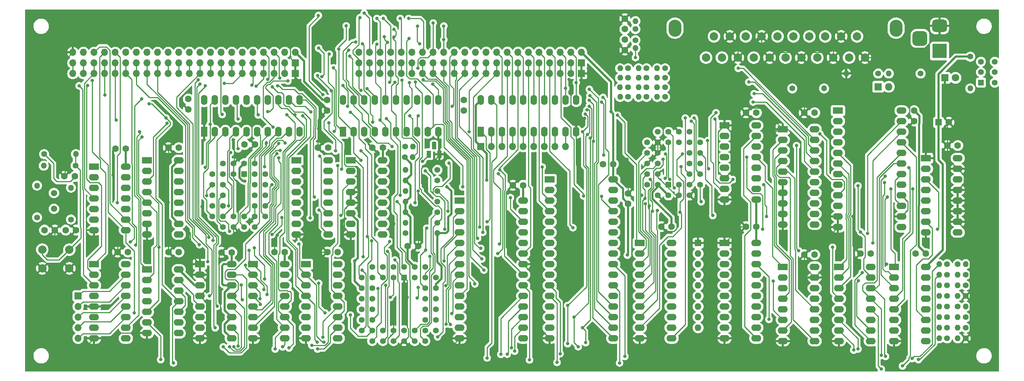
<source format=gbr>
%TF.GenerationSoftware,KiCad,Pcbnew,7.0.8*%
%TF.CreationDate,2023-10-18T18:18:42+01:00*%
%TF.ProjectId,Beep12-Kicad,42656570-3132-42d4-9b69-6361642e6b69,rev?*%
%TF.SameCoordinates,Original*%
%TF.FileFunction,Copper,L2,Bot*%
%TF.FilePolarity,Positive*%
%FSLAX46Y46*%
G04 Gerber Fmt 4.6, Leading zero omitted, Abs format (unit mm)*
G04 Created by KiCad (PCBNEW 7.0.8) date 2023-10-18 18:18:42*
%MOMM*%
%LPD*%
G01*
G04 APERTURE LIST*
G04 Aperture macros list*
%AMRoundRect*
0 Rectangle with rounded corners*
0 $1 Rounding radius*
0 $2 $3 $4 $5 $6 $7 $8 $9 X,Y pos of 4 corners*
0 Add a 4 corners polygon primitive as box body*
4,1,4,$2,$3,$4,$5,$6,$7,$8,$9,$2,$3,0*
0 Add four circle primitives for the rounded corners*
1,1,$1+$1,$2,$3*
1,1,$1+$1,$4,$5*
1,1,$1+$1,$6,$7*
1,1,$1+$1,$8,$9*
0 Add four rect primitives between the rounded corners*
20,1,$1+$1,$2,$3,$4,$5,0*
20,1,$1+$1,$4,$5,$6,$7,0*
20,1,$1+$1,$6,$7,$8,$9,0*
20,1,$1+$1,$8,$9,$2,$3,0*%
G04 Aperture macros list end*
%TA.AperFunction,ComponentPad*%
%ADD10C,1.500000*%
%TD*%
%TA.AperFunction,ComponentPad*%
%ADD11C,1.400000*%
%TD*%
%TA.AperFunction,ComponentPad*%
%ADD12O,1.400000X1.400000*%
%TD*%
%TA.AperFunction,ComponentPad*%
%ADD13C,1.600000*%
%TD*%
%TA.AperFunction,ComponentPad*%
%ADD14C,2.000000*%
%TD*%
%TA.AperFunction,ComponentPad*%
%ADD15R,1.100000X1.800000*%
%TD*%
%TA.AperFunction,ComponentPad*%
%ADD16RoundRect,0.275000X-0.275000X-0.625000X0.275000X-0.625000X0.275000X0.625000X-0.275000X0.625000X0*%
%TD*%
%TA.AperFunction,ComponentPad*%
%ADD17R,2.400000X1.600000*%
%TD*%
%TA.AperFunction,ComponentPad*%
%ADD18O,2.400000X1.600000*%
%TD*%
%TA.AperFunction,ComponentPad*%
%ADD19R,1.700000X1.700000*%
%TD*%
%TA.AperFunction,ComponentPad*%
%ADD20O,1.700000X1.700000*%
%TD*%
%TA.AperFunction,ComponentPad*%
%ADD21R,1.422400X1.422400*%
%TD*%
%TA.AperFunction,ComponentPad*%
%ADD22C,1.422400*%
%TD*%
%TA.AperFunction,ComponentPad*%
%ADD23C,1.800000*%
%TD*%
%TA.AperFunction,ComponentPad*%
%ADD24R,1.800000X1.800000*%
%TD*%
%TA.AperFunction,ComponentPad*%
%ADD25R,1.600000X2.400000*%
%TD*%
%TA.AperFunction,ComponentPad*%
%ADD26O,1.600000X2.400000*%
%TD*%
%TA.AperFunction,ComponentPad*%
%ADD27R,3.500000X3.500000*%
%TD*%
%TA.AperFunction,ComponentPad*%
%ADD28RoundRect,0.750000X-1.000000X0.750000X-1.000000X-0.750000X1.000000X-0.750000X1.000000X0.750000X0*%
%TD*%
%TA.AperFunction,ComponentPad*%
%ADD29RoundRect,0.875000X-0.875000X0.875000X-0.875000X-0.875000X0.875000X-0.875000X0.875000X0.875000X0*%
%TD*%
%TA.AperFunction,WasherPad*%
%ADD30O,3.100000X4.100000*%
%TD*%
%TA.AperFunction,ComponentPad*%
%ADD31C,1.998980*%
%TD*%
%TA.AperFunction,ComponentPad*%
%ADD32R,1.400000X1.400000*%
%TD*%
%TA.AperFunction,ComponentPad*%
%ADD33R,1.600000X1.600000*%
%TD*%
%TA.AperFunction,ComponentPad*%
%ADD34O,1.600000X1.600000*%
%TD*%
%TA.AperFunction,ComponentPad*%
%ADD35O,1.800000X1.800000*%
%TD*%
%TA.AperFunction,ViaPad*%
%ADD36C,0.800000*%
%TD*%
%TA.AperFunction,Conductor*%
%ADD37C,0.250000*%
%TD*%
%TA.AperFunction,Conductor*%
%ADD38C,0.500000*%
%TD*%
G04 APERTURE END LIST*
D10*
%TO.P,Y1,2,2*%
%TO.N,Net-(R2-Pad2)*%
X32083500Y-113970300D03*
%TO.P,Y1,1,1*%
%TO.N,Net-(C2-Pad1)*%
X32083500Y-117770300D03*
%TD*%
D11*
%TO.P,R47,1*%
%TO.N,Net-(J2-P1)*%
X171450000Y-77348000D03*
D12*
%TO.P,R47,2*%
%TO.N,RIGHT*%
X171450000Y-79248000D03*
%TD*%
D11*
%TO.P,R46,1*%
%TO.N,Net-(J2-P3)*%
X171450000Y-74676000D03*
D12*
%TO.P,R46,2*%
%TO.N,LEFT*%
X171450000Y-72776000D03*
%TD*%
D13*
%TO.P,C32,1*%
%TO.N,GND*%
X168910000Y-72176000D03*
%TO.P,C32,2*%
%TO.N,Net-(J2-P3)*%
X168910000Y-74676000D03*
%TD*%
%TO.P,C31,1*%
%TO.N,GND*%
X168910000Y-79716000D03*
%TO.P,C31,2*%
%TO.N,Net-(J2-P1)*%
X168910000Y-77216000D03*
%TD*%
%TO.P,C1,1*%
%TO.N,GND*%
X34584000Y-109982000D03*
%TO.P,C1,2*%
%TO.N,Net-(C1-Pad2)*%
X37084000Y-109982000D03*
%TD*%
D14*
%TO.P,SW2,1,1*%
%TO.N,Net-(R1-Pad1)*%
X35762000Y-127544000D03*
X29262000Y-127544000D03*
%TO.P,SW2,2,2*%
%TO.N,GND*%
X35762000Y-132044000D03*
X29262000Y-132044000D03*
%TD*%
D12*
%TO.P,R45,2*%
%TO.N,Net-(R1-Pad1)*%
X37338000Y-104648000D03*
D11*
%TO.P,R45,1*%
%TO.N,Net-(C1-Pad2)*%
X29718000Y-104648000D03*
%TD*%
D15*
%TO.P,Q1,1,C*%
%TO.N,/Ports/~{B7}*%
X121920000Y-104670000D03*
D16*
%TO.P,Q1,2,B*%
%TO.N,Net-(Q1-B)*%
X123190000Y-102600000D03*
%TO.P,Q1,3,E*%
%TO.N,GND*%
X124460000Y-104670000D03*
%TD*%
D17*
%TO.P,U1,1,CK*%
%TO.N,12M*%
X54386000Y-106096300D03*
D18*
%TO.P,U1,2,Enable*%
%TO.N,+5V*%
X54386000Y-108636300D03*
%TO.P,U1,3,Q1*%
%TO.N,6M*%
X54386000Y-111176300D03*
%TO.P,U1,4,Q2*%
%TO.N,3M*%
X54386000Y-113716300D03*
%TO.P,U1,5,Q3*%
%TO.N,1M*%
X54386000Y-116256300D03*
%TO.P,U1,6,Q4*%
%TO.N,750K*%
X54386000Y-118796300D03*
%TO.P,U1,7,Reset*%
%TO.N,GND*%
X54386000Y-121336300D03*
%TO.P,U1,8,VSS*%
X54386000Y-123876300D03*
%TO.P,U1,9,CK*%
%TO.N,750K*%
X62006000Y-123876300D03*
%TO.P,U1,10,Enable*%
%TO.N,+5V*%
X62006000Y-121336300D03*
%TO.P,U1,11,Q1*%
%TO.N,unconnected-(U1B-Q1-Pad11)*%
X62006000Y-118796300D03*
%TO.P,U1,12,Q2*%
%TO.N,Net-(U1B-Q2)*%
X62006000Y-116256300D03*
%TO.P,U1,13,Q3*%
%TO.N,Net-(U1B-Q3)*%
X62006000Y-113716300D03*
%TO.P,U1,14,Q4*%
%TO.N,Net-(U1B-Q4)*%
X62006000Y-111176300D03*
%TO.P,U1,15,Reset*%
%TO.N,VReset*%
X62006000Y-108636300D03*
%TO.P,U1,16,VDD*%
%TO.N,+5V*%
X62006000Y-106096300D03*
%TD*%
D17*
%TO.P,U24,1,A0*%
%TO.N,A4*%
X41686000Y-131042800D03*
D18*
%TO.P,U24,2,A1*%
%TO.N,A5*%
X41686000Y-133582800D03*
%TO.P,U24,3,A2*%
%TO.N,A6*%
X41686000Y-136122800D03*
%TO.P,U24,4,~{E0}*%
%TO.N,~{IO}*%
X41686000Y-138662800D03*
%TO.P,U24,5,~{E1}*%
%TO.N,GND*%
X41686000Y-141202800D03*
%TO.P,U24,6,E2*%
%TO.N,+5V*%
X41686000Y-143742800D03*
%TO.P,U24,7,~{Y7}*%
%TO.N,~{VolWr}*%
X41686000Y-146282800D03*
%TO.P,U24,8,GND*%
%TO.N,GND*%
X41686000Y-148822800D03*
%TO.P,U24,9,~{Y6}*%
%TO.N,~{OscWr}*%
X49306000Y-148822800D03*
%TO.P,U24,10,~{Y5}*%
%TO.N,/IO/BANK*%
X49306000Y-146282800D03*
%TO.P,U24,11,~{Y4}*%
%TO.N,/IO/KeyIN 4*%
X49306000Y-143742800D03*
%TO.P,U24,12,~{Y3}*%
%TO.N,/IO/KeyIN 3*%
X49306000Y-141202800D03*
%TO.P,U24,13,~{Y2}*%
%TO.N,/IO/KeyIN 2*%
X49306000Y-138662800D03*
%TO.P,U24,14,~{Y1}*%
%TO.N,/IO/KeyIN 1*%
X49306000Y-136122800D03*
%TO.P,U24,15,~{Y0}*%
%TO.N,/IO/KeyIN 0*%
X49306000Y-133582800D03*
%TO.P,U24,16,VCC*%
%TO.N,+5V*%
X49306000Y-131042800D03*
%TD*%
D11*
%TO.P,R37,1*%
%TO.N,Net-(R33-Pad2)*%
X174112000Y-86360000D03*
D12*
%TO.P,R37,2*%
%TO.N,Net-(R37-Pad2)*%
X172212000Y-86360000D03*
%TD*%
D13*
%TO.P,C13,1*%
%TO.N,+5V*%
X49814000Y-128121800D03*
%TO.P,C13,2*%
%TO.N,GND*%
X47314000Y-128121800D03*
%TD*%
D12*
%TO.P,R5,2*%
%TO.N,/Audio/L0*%
X244256000Y-148822800D03*
D11*
%TO.P,R5,1*%
%TO.N,Net-(R4-Pad2)*%
X246156000Y-148822800D03*
%TD*%
%TO.P,R34,1*%
%TO.N,Net-(U16-Q2)*%
X178557000Y-88646000D03*
D12*
%TO.P,R34,2*%
%TO.N,Net-(R34-Pad2)*%
X176657000Y-88646000D03*
%TD*%
%TO.P,R17,2*%
%TO.N,RIGHT*%
X250596000Y-131042800D03*
D11*
%TO.P,R17,1*%
%TO.N,Net-(R13-Pad2)*%
X248696000Y-131042800D03*
%TD*%
D13*
%TO.P,C14,1*%
%TO.N,+5V*%
X62006000Y-128121800D03*
%TO.P,C14,2*%
%TO.N,GND*%
X59506000Y-128121800D03*
%TD*%
D17*
%TO.P,U20,1,Ea*%
%TO.N,GND*%
X241086000Y-105632800D03*
D18*
%TO.P,U20,2,S1*%
%TO.N,750K*%
X241086000Y-108172800D03*
%TO.P,U20,3,I3a*%
%TO.N,A9*%
X241086000Y-110712800D03*
%TO.P,U20,4,I2a*%
%TO.N,/Audio/Osc 3*%
X241086000Y-113252800D03*
%TO.P,U20,5,I1a*%
%TO.N,/Audio/Osc 2*%
X241086000Y-115792800D03*
%TO.P,U20,6,I0a*%
%TO.N,/Audio/Osc 1*%
X241086000Y-118332800D03*
%TO.P,U20,7,Za*%
%TO.N,/Audio/Sout*%
X241086000Y-120872800D03*
%TO.P,U20,8,GND*%
%TO.N,GND*%
X241086000Y-123412800D03*
%TO.P,U20,9,Zb*%
%TO.N,unconnected-(U20-Zb-Pad9)*%
X248706000Y-123412800D03*
%TO.P,U20,10,I0b*%
%TO.N,GND*%
X248706000Y-120872800D03*
%TO.P,U20,11,I1b*%
X248706000Y-118332800D03*
%TO.P,U20,12,I2b*%
X248706000Y-115792800D03*
%TO.P,U20,13,I3b*%
X248706000Y-113252800D03*
%TO.P,U20,14,S0*%
%TO.N,1M*%
X248706000Y-110712800D03*
%TO.P,U20,15,Eb*%
%TO.N,GND*%
X248706000Y-108172800D03*
%TO.P,U20,16,VCC*%
%TO.N,+5V*%
X248706000Y-105632800D03*
%TD*%
D13*
%TO.P,C10,1*%
%TO.N,+5V*%
X97566000Y-91672800D03*
%TO.P,C10,2*%
%TO.N,GND*%
X97566000Y-94172800D03*
%TD*%
D12*
%TO.P,R16,2*%
%TO.N,LEFT*%
X250601000Y-141202800D03*
D11*
%TO.P,R16,1*%
%TO.N,Net-(R12-Pad2)*%
X248701000Y-141202800D03*
%TD*%
%TO.P,R23,1*%
%TO.N,A13*%
X123982000Y-116056800D03*
D12*
%TO.P,R23,2*%
%TO.N,+5V*%
X116362000Y-116056800D03*
%TD*%
D11*
%TO.P,R20,1*%
%TO.N,A10*%
X123982000Y-108436800D03*
D12*
%TO.P,R20,2*%
%TO.N,~{ChrGet}*%
X116362000Y-108436800D03*
%TD*%
D11*
%TO.P,R32,1*%
%TO.N,Net-(U16-Q0)*%
X178557000Y-84074000D03*
D12*
%TO.P,R32,2*%
%TO.N,Net-(R32-Pad2)*%
X176657000Y-84074000D03*
%TD*%
D13*
%TO.P,C11,1*%
%TO.N,+5V*%
X200436000Y-122025800D03*
%TO.P,C11,2*%
%TO.N,GND*%
X197936000Y-122025800D03*
%TD*%
D19*
%TO.P,J5,1,Pin_1*%
%TO.N,GND*%
X89946000Y-85344000D03*
D20*
%TO.P,J5,2,Pin_2*%
%TO.N,A15*%
X87406000Y-85344000D03*
%TO.P,J5,3,Pin_3*%
%TO.N,A14*%
X84866000Y-85344000D03*
%TO.P,J5,4,Pin_4*%
%TO.N,A13*%
X82326000Y-85344000D03*
%TO.P,J5,5,Pin_5*%
%TO.N,A12*%
X79786000Y-85344000D03*
%TO.P,J5,6,Pin_6*%
%TO.N,A11*%
X77246000Y-85344000D03*
%TO.P,J5,7,Pin_7*%
%TO.N,A10*%
X74706000Y-85344000D03*
%TO.P,J5,8,Pin_8*%
%TO.N,A9*%
X72166000Y-85344000D03*
%TO.P,J5,9,Pin_9*%
%TO.N,A8*%
X69626000Y-85344000D03*
%TO.P,J5,10,Pin_10*%
%TO.N,A7*%
X67086000Y-85344000D03*
%TO.P,J5,11,Pin_11*%
%TO.N,A6*%
X64546000Y-85344000D03*
%TO.P,J5,12,Pin_12*%
%TO.N,A5*%
X62006000Y-85344000D03*
%TO.P,J5,13,Pin_13*%
%TO.N,A4*%
X59466000Y-85344000D03*
%TO.P,J5,14,Pin_14*%
%TO.N,A3*%
X56926000Y-85344000D03*
%TO.P,J5,15,Pin_15*%
%TO.N,A2*%
X54386000Y-85344000D03*
%TO.P,J5,16,Pin_16*%
%TO.N,A1*%
X51846000Y-85344000D03*
%TO.P,J5,17,Pin_17*%
%TO.N,A0*%
X49306000Y-85344000D03*
%TO.P,J5,18,Pin_18*%
%TO.N,~{CART}*%
X46766000Y-85344000D03*
%TO.P,J5,19,Pin_19*%
%TO.N,~{NMI}*%
X44226000Y-85344000D03*
%TO.P,J5,20,Pin_20*%
%TO.N,~{RESET}*%
X41686000Y-85344000D03*
%TO.P,J5,21,Pin_21*%
%TO.N,B7*%
X39146000Y-85344000D03*
%TO.P,J5,22,Pin_22*%
%TO.N,RIGHT*%
X36606000Y-85344000D03*
%TD*%
D13*
%TO.P,C7,1*%
%TO.N,+5V*%
X62006000Y-103102800D03*
%TO.P,C7,2*%
%TO.N,GND*%
X59506000Y-103102800D03*
%TD*%
D12*
%TO.P,R19,2*%
%TO.N,/Audio/R3*%
X244251000Y-131042800D03*
D11*
%TO.P,R19,1*%
%TO.N,RIGHT*%
X246151000Y-131042800D03*
%TD*%
D12*
%TO.P,R7,2*%
%TO.N,Net-(R7-Pad2)*%
X248701000Y-138662800D03*
D11*
%TO.P,R7,1*%
%TO.N,GND*%
X250601000Y-138662800D03*
%TD*%
D21*
%TO.P,U6,1,VSS*%
%TO.N,GND*%
X115976400Y-134213600D03*
D22*
%TO.P,U6,2,~{VP}*%
%TO.N,unconnected-(U6-~{VP}-Pad2)*%
X113436400Y-131673600D03*
%TO.P,U6,3,RDY*%
%TO.N,BusDriver*%
X113436400Y-134213600D03*
%TO.P,U6,4,\u03D51*%
%TO.N,unconnected-(U6-\u03D51-Pad4)*%
X110896400Y-131673600D03*
%TO.P,U6,5,~{IRQ}*%
%TO.N,~{VIrq}*%
X110896400Y-134213600D03*
%TO.P,U6,6,~{ML}*%
%TO.N,unconnected-(U6-~{ML}-Pad6)*%
X108356400Y-131673600D03*
%TO.P,U6,7,~{NMI}*%
%TO.N,~{NMI}*%
X105816400Y-134213600D03*
%TO.P,U6,8,SYNC*%
%TO.N,unconnected-(U6-SYNC-Pad8)*%
X108356400Y-134213600D03*
%TO.P,U6,9,VDD*%
%TO.N,+5V*%
X105816400Y-136753600D03*
%TO.P,U6,10,A0*%
%TO.N,A0*%
X108356400Y-136753600D03*
%TO.P,U6,11,A1*%
%TO.N,A1*%
X105816400Y-139293600D03*
%TO.P,U6,12,nc*%
%TO.N,unconnected-(U6-nc-Pad12)*%
X108356400Y-139293600D03*
%TO.P,U6,13,A2*%
%TO.N,A2*%
X105816400Y-141833600D03*
%TO.P,U6,14,A3*%
%TO.N,A3*%
X108356400Y-141833600D03*
%TO.P,U6,15,A4*%
%TO.N,A4*%
X105816400Y-144373600D03*
%TO.P,U6,16,A5*%
%TO.N,A5*%
X108356400Y-144373600D03*
%TO.P,U6,17,A6*%
%TO.N,A6*%
X105816400Y-146913600D03*
%TO.P,U6,18,A7*%
%TO.N,A7*%
X108356400Y-149453600D03*
%TO.P,U6,19,A8*%
%TO.N,A8*%
X108356400Y-146913600D03*
%TO.P,U6,20,A9*%
%TO.N,A9*%
X110896400Y-149453600D03*
%TO.P,U6,21,A10*%
%TO.N,A10*%
X110896400Y-146913600D03*
%TO.P,U6,22,A11*%
%TO.N,A11*%
X113436400Y-149453600D03*
%TO.P,U6,23,VSS*%
%TO.N,GND*%
X113436400Y-146913600D03*
%TO.P,U6,24,VSS*%
X115976400Y-149453600D03*
%TO.P,U6,25,A12*%
%TO.N,A12*%
X115976400Y-146913600D03*
%TO.P,U6,26,A13*%
%TO.N,A13*%
X118516400Y-149453600D03*
%TO.P,U6,27,A14*%
%TO.N,A14*%
X118516400Y-146913600D03*
%TO.P,U6,28,A15*%
%TO.N,A15*%
X121056400Y-149453600D03*
%TO.P,U6,29,D7*%
%TO.N,D7*%
X123596400Y-146913600D03*
%TO.P,U6,30,D6*%
%TO.N,D6*%
X121056400Y-146913600D03*
%TO.P,U6,31,D5*%
%TO.N,D5*%
X123596400Y-144373600D03*
%TO.P,U6,32,D4*%
%TO.N,D4*%
X121056400Y-144373600D03*
%TO.P,U6,33,D3*%
%TO.N,D3*%
X123596400Y-141833600D03*
%TO.P,U6,34,D2*%
%TO.N,D2*%
X121056400Y-141833600D03*
%TO.P,U6,35,D1*%
%TO.N,D1*%
X123596400Y-139293600D03*
%TO.P,U6,36,D0*%
%TO.N,D0*%
X121056400Y-139293600D03*
%TO.P,U6,37,VDD*%
%TO.N,+5V*%
X123596400Y-136753600D03*
%TO.P,U6,38,R/~{W}*%
%TO.N,R{slash}~{W}*%
X121056400Y-136753600D03*
%TO.P,U6,39,nc*%
%TO.N,unconnected-(U6-nc-Pad39)*%
X123596400Y-134213600D03*
%TO.P,U6,40,BE*%
%TO.N,BusDriver*%
X121056400Y-131673600D03*
%TO.P,U6,41,\u03D50*%
%TO.N,3M*%
X121056400Y-134213600D03*
%TO.P,U6,42,~{SO}*%
%TO.N,+5V*%
X118516400Y-131673600D03*
%TO.P,U6,43,\u03D52O*%
%TO.N,unconnected-(U6-\u03D52O-Pad43)*%
X118516400Y-134213600D03*
%TO.P,U6,44,~{RES}*%
%TO.N,~{RESET}*%
X115976400Y-131673600D03*
%TD*%
D11*
%TO.P,R44,1*%
%TO.N,+5V*%
X251714000Y-81280000D03*
D12*
%TO.P,R44,2*%
%TO.N,Net-(D2-A)*%
X251714000Y-88900000D03*
%TD*%
%TO.P,R14,2*%
%TO.N,/Audio/L2*%
X244256000Y-143742800D03*
D11*
%TO.P,R14,1*%
%TO.N,Net-(R12-Pad2)*%
X246156000Y-143742800D03*
%TD*%
D13*
%TO.P,C22,1*%
%TO.N,+5V*%
X200436000Y-94720800D03*
%TO.P,C22,2*%
%TO.N,GND*%
X197936000Y-94720800D03*
%TD*%
D11*
%TO.P,R33,1*%
%TO.N,Net-(U16-Q1)*%
X178557000Y-86360000D03*
D12*
%TO.P,R33,2*%
%TO.N,Net-(R33-Pad2)*%
X176657000Y-86360000D03*
%TD*%
D17*
%TO.P,U14,1,Ds*%
%TO.N,GND*%
X192816000Y-97768800D03*
D18*
%TO.P,U14,2,A*%
%TO.N,Net-(U14-A)*%
X192816000Y-100308800D03*
%TO.P,U14,3,B*%
%TO.N,Net-(U14-B)*%
X192816000Y-102848800D03*
%TO.P,U14,4,C*%
%TO.N,Net-(U14-C)*%
X192816000Y-105388800D03*
%TO.P,U14,5,D*%
%TO.N,Net-(U14-D)*%
X192816000Y-107928800D03*
%TO.P,U14,6,CE*%
%TO.N,GND*%
X192816000Y-110468800D03*
%TO.P,U14,7,Clk*%
%TO.N,6M*%
X192816000Y-113008800D03*
%TO.P,U14,8,GND*%
%TO.N,GND*%
X192816000Y-115548800D03*
%TO.P,U14,9,Clr*%
%TO.N,+5V*%
X200436000Y-115548800D03*
%TO.P,U14,10,E*%
%TO.N,Net-(U14-E)*%
X200436000Y-113008800D03*
%TO.P,U14,11,F*%
%TO.N,Net-(U14-F)*%
X200436000Y-110468800D03*
%TO.P,U14,12,G*%
%TO.N,Net-(U14-G)*%
X200436000Y-107928800D03*
%TO.P,U14,13,Qh*%
%TO.N,Net-(U14-Qh)*%
X200436000Y-105388800D03*
%TO.P,U14,14,H*%
%TO.N,Net-(U14-H)*%
X200436000Y-102848800D03*
%TO.P,U14,15,PE*%
%TO.N,~{ChrGet}*%
X200436000Y-100308800D03*
%TO.P,U14,16,VCC*%
%TO.N,+5V*%
X200436000Y-97768800D03*
%TD*%
D13*
%TO.P,C19,1*%
%TO.N,+5V*%
X49306000Y-103356800D03*
%TO.P,C19,2*%
%TO.N,GND*%
X46806000Y-103356800D03*
%TD*%
%TO.P,C20,1*%
%TO.N,+5V*%
X110875600Y-103102800D03*
%TO.P,C20,2*%
%TO.N,GND*%
X108375600Y-103102800D03*
%TD*%
D11*
%TO.P,R39,1*%
%TO.N,Net-(R35-Pad2)*%
X174112000Y-90932000D03*
D12*
%TO.P,R39,2*%
%TO.N,Net-(R39-Pad2)*%
X172212000Y-90932000D03*
%TD*%
D13*
%TO.P,C29,1*%
%TO.N,+5V*%
X214406000Y-128756800D03*
%TO.P,C29,2*%
%TO.N,GND*%
X211906000Y-128756800D03*
%TD*%
%TO.P,C3,1*%
%TO.N,Net-(C3-Pad1)*%
X34877500Y-122860300D03*
%TO.P,C3,2*%
%TO.N,GND*%
X37377500Y-122860300D03*
%TD*%
D11*
%TO.P,R28,1*%
%TO.N,Net-(D1-K)*%
X229646000Y-85322800D03*
D12*
%TO.P,R28,2*%
%TO.N,GND*%
X222026000Y-85322800D03*
%TD*%
D13*
%TO.P,C12,1*%
%TO.N,+5V*%
X166146000Y-107039800D03*
%TO.P,C12,2*%
%TO.N,GND*%
X163646000Y-107039800D03*
%TD*%
D17*
%TO.P,U17,1,D7*%
%TO.N,D7*%
X220004000Y-94212800D03*
D18*
%TO.P,U17,2,D6*%
%TO.N,D6*%
X220004000Y-96752800D03*
%TO.P,U17,3,D5*%
%TO.N,D5*%
X220004000Y-99292800D03*
%TO.P,U17,4,D4*%
%TO.N,D4*%
X220004000Y-101832800D03*
%TO.P,U17,5,D3*%
%TO.N,D3*%
X220004000Y-104372800D03*
%TO.P,U17,6,D2*%
%TO.N,D2*%
X220004000Y-106912800D03*
%TO.P,U17,7,D1*%
%TO.N,D1*%
X220004000Y-109452800D03*
%TO.P,U17,8,D0*%
%TO.N,D0*%
X220004000Y-111992800D03*
%TO.P,U17,9,CLK0*%
%TO.N,1M*%
X220004000Y-114532800D03*
%TO.P,U17,10,OUT0*%
%TO.N,/Audio/Osc 1*%
X220004000Y-117072800D03*
%TO.P,U17,11,G0*%
%TO.N,GND*%
X220004000Y-119612800D03*
%TO.P,U17,12,GND*%
X220004000Y-122152800D03*
%TO.P,U17,13,OUT1*%
%TO.N,/Audio/Osc 2*%
X235244000Y-122152800D03*
%TO.P,U17,14,G1*%
%TO.N,GND*%
X235244000Y-119612800D03*
%TO.P,U17,15,CLK1*%
%TO.N,1M*%
X235244000Y-117072800D03*
%TO.P,U17,16,G2*%
%TO.N,GND*%
X235244000Y-114532800D03*
%TO.P,U17,17,OUT2*%
%TO.N,/Audio/Osc 3*%
X235244000Y-111992800D03*
%TO.P,U17,18,CLK2*%
%TO.N,1M*%
X235244000Y-109452800D03*
%TO.P,U17,19,A0*%
%TO.N,A0*%
X235244000Y-106912800D03*
%TO.P,U17,20,A1*%
%TO.N,A1*%
X235244000Y-104372800D03*
%TO.P,U17,21,~{CS}*%
%TO.N,~{OscWr}*%
X235244000Y-101832800D03*
%TO.P,U17,22,~{RD}*%
%TO.N,~{R}{slash}W*%
X235244000Y-99292800D03*
%TO.P,U17,23,~{WR}*%
%TO.N,R{slash}~{W}*%
X235244000Y-96752800D03*
%TO.P,U17,24,VCC*%
%TO.N,+5V*%
X235244000Y-94212800D03*
%TD*%
D17*
%TO.P,U12,1,Q1*%
%TO.N,A6*%
X92486000Y-131042800D03*
D18*
%TO.P,U12,2,Q2*%
%TO.N,A7*%
X92486000Y-133582800D03*
%TO.P,U12,3,Q3*%
%TO.N,A8*%
X92486000Y-136122800D03*
%TO.P,U12,4,Q4*%
%TO.N,A9*%
X92486000Y-138662800D03*
%TO.P,U12,5,Q5*%
%TO.N,unconnected-(U12-Q5-Pad5)*%
X92486000Y-141202800D03*
%TO.P,U12,6,Q6*%
%TO.N,unconnected-(U12-Q6-Pad6)*%
X92486000Y-143742800D03*
%TO.P,U12,7,Q7*%
%TO.N,unconnected-(U12-Q7-Pad7)*%
X92486000Y-146282800D03*
%TO.P,U12,8,GND*%
%TO.N,GND*%
X92486000Y-148822800D03*
%TO.P,U12,9,~{RCO}*%
%TO.N,unconnected-(U12-~{RCO}-Pad9)*%
X100106000Y-148822800D03*
%TO.P,U12,10,~{MRC}*%
%TO.N,~{VReset}*%
X100106000Y-146282800D03*
%TO.P,U12,11,CPC*%
%TO.N,~{CharTick}*%
X100106000Y-143742800D03*
%TO.P,U12,12,~{CE}*%
%TO.N,Net-(U11-~{RCO})*%
X100106000Y-141202800D03*
%TO.P,U12,13,CPR*%
%TO.N,~{CharTick}*%
X100106000Y-138662800D03*
%TO.P,U12,14,~{OE}*%
%TO.N,BusDriver*%
X100106000Y-136122800D03*
%TO.P,U12,15,Q0*%
%TO.N,A5*%
X100106000Y-133582800D03*
%TO.P,U12,16,VCC*%
%TO.N,+5V*%
X100106000Y-131042800D03*
%TD*%
D12*
%TO.P,R10,2*%
%TO.N,/Audio/L1*%
X244256000Y-146282800D03*
D11*
%TO.P,R10,1*%
%TO.N,Net-(R10-Pad1)*%
X246156000Y-146282800D03*
%TD*%
D23*
%TO.P,D2,2,A*%
%TO.N,Net-(D2-A)*%
X248153000Y-86360000D03*
D24*
%TO.P,D2,1,K*%
%TO.N,GND*%
X245613000Y-86360000D03*
%TD*%
D11*
%TO.P,R35,1*%
%TO.N,Net-(U16-Q3)*%
X178557000Y-90932000D03*
D12*
%TO.P,R35,2*%
%TO.N,Net-(R35-Pad2)*%
X176657000Y-90932000D03*
%TD*%
D11*
%TO.P,R25,1*%
%TO.N,A15*%
X123982000Y-121136800D03*
D12*
%TO.P,R25,2*%
%TO.N,GND*%
X116362000Y-121136800D03*
%TD*%
%TO.P,R6,2*%
%TO.N,Net-(R10-Pad1)*%
X248701000Y-146282800D03*
D11*
%TO.P,R6,1*%
%TO.N,Net-(R4-Pad2)*%
X250601000Y-146282800D03*
%TD*%
D13*
%TO.P,C27,1*%
%TO.N,+5V*%
X248706000Y-102584800D03*
%TO.P,C27,2*%
%TO.N,GND*%
X246206000Y-102584800D03*
%TD*%
D11*
%TO.P,R38,1*%
%TO.N,Net-(R34-Pad2)*%
X174112000Y-88646000D03*
D12*
%TO.P,R38,2*%
%TO.N,Net-(R38-Pad2)*%
X172212000Y-88646000D03*
%TD*%
D13*
%TO.P,C21,1*%
%TO.N,+5V*%
X144556000Y-112119800D03*
%TO.P,C21,2*%
%TO.N,GND*%
X142056000Y-112119800D03*
%TD*%
D11*
%TO.P,R29,1*%
%TO.N,~{NMI}*%
X116362000Y-123549800D03*
D12*
%TO.P,R29,2*%
%TO.N,+5V*%
X123982000Y-123549800D03*
%TD*%
D13*
%TO.P,C17,1*%
%TO.N,+5V*%
X74706000Y-128198000D03*
%TO.P,C17,2*%
%TO.N,GND*%
X72206000Y-128198000D03*
%TD*%
D12*
%TO.P,R13,2*%
%TO.N,Net-(R13-Pad2)*%
X248701000Y-133582800D03*
D11*
%TO.P,R13,1*%
%TO.N,Net-(R11-Pad1)*%
X250601000Y-133582800D03*
%TD*%
D12*
%TO.P,R8,2*%
%TO.N,/Audio/R0*%
X244256000Y-138662800D03*
D11*
%TO.P,R8,1*%
%TO.N,Net-(R7-Pad2)*%
X246156000Y-138662800D03*
%TD*%
D13*
%TO.P,C18,1*%
%TO.N,+5V*%
X116865400Y-126720600D03*
%TO.P,C18,2*%
%TO.N,GND*%
X119365400Y-126720600D03*
%TD*%
D17*
%TO.P,U15,1,S*%
%TO.N,Net-(U14-Qh)*%
X206786000Y-131677800D03*
D18*
%TO.P,U15,2,I0a*%
%TO.N,/Video/Pa0*%
X206786000Y-134217800D03*
%TO.P,U15,3,I1a*%
%TO.N,/Video/Pb0*%
X206786000Y-136757800D03*
%TO.P,U15,4,Za*%
%TO.N,Net-(U15-Za)*%
X206786000Y-139297800D03*
%TO.P,U15,5,I0b*%
%TO.N,/Video/Pa1*%
X206786000Y-141837800D03*
%TO.P,U15,6,I1b*%
%TO.N,/Video/Pb1*%
X206786000Y-144377800D03*
%TO.P,U15,7,Zb*%
%TO.N,Net-(U15-Zb)*%
X206786000Y-146917800D03*
%TO.P,U15,8,GND*%
%TO.N,GND*%
X206786000Y-149457800D03*
%TO.P,U15,9,Zc*%
%TO.N,Net-(U15-Zc)*%
X214406000Y-149457800D03*
%TO.P,U15,10,I1c*%
%TO.N,/Video/Pb2*%
X214406000Y-146917800D03*
%TO.P,U15,11,I0c*%
%TO.N,/Video/Pa2*%
X214406000Y-144377800D03*
%TO.P,U15,12,Zd*%
%TO.N,Net-(U15-Zd)*%
X214406000Y-141837800D03*
%TO.P,U15,13,I1d*%
%TO.N,/Video/Pb3*%
X214406000Y-139297800D03*
%TO.P,U15,14,I0d*%
%TO.N,/Video/Pa3*%
X214406000Y-136757800D03*
%TO.P,U15,15,E*%
%TO.N,GND*%
X214406000Y-134217800D03*
%TO.P,U15,16,VCC*%
%TO.N,+5V*%
X214406000Y-131677800D03*
%TD*%
D25*
%TO.P,U5,1,OE*%
%TO.N,GND*%
X68072000Y-99314000D03*
D26*
%TO.P,U5,2,D0*%
%TO.N,Net-(U4-D0)*%
X70612000Y-99314000D03*
%TO.P,U5,3,D1*%
%TO.N,Net-(U4-D1)*%
X73152000Y-99314000D03*
%TO.P,U5,4,D2*%
%TO.N,Net-(U4-D2)*%
X75692000Y-99314000D03*
%TO.P,U5,5,D3*%
%TO.N,Net-(U4-D3)*%
X78232000Y-99314000D03*
%TO.P,U5,6,D4*%
%TO.N,Net-(U4-D4)*%
X80772000Y-99314000D03*
%TO.P,U5,7,D5*%
%TO.N,Net-(U4-D5)*%
X83312000Y-99314000D03*
%TO.P,U5,8,D6*%
%TO.N,Net-(U4-D6)*%
X85852000Y-99314000D03*
%TO.P,U5,9,D7*%
%TO.N,Net-(U4-D7)*%
X88392000Y-99314000D03*
%TO.P,U5,10,GND*%
%TO.N,GND*%
X90932000Y-99314000D03*
%TO.P,U5,11,Cp*%
%TO.N,750K*%
X90932000Y-91694000D03*
%TO.P,U5,12,Q7*%
%TO.N,~{VIrq}*%
X88392000Y-91694000D03*
%TO.P,U5,13,Q6*%
%TO.N,~{VPixel}*%
X85852000Y-91694000D03*
%TO.P,U5,14,Q5*%
%TO.N,~{VSync}*%
X83312000Y-91694000D03*
%TO.P,U5,15,Q4*%
%TO.N,~{VReset}*%
X80772000Y-91694000D03*
%TO.P,U5,16,Q3*%
%TO.N,VIrq*%
X78232000Y-91694000D03*
%TO.P,U5,17,Q2*%
%TO.N,VPixel*%
X75692000Y-91694000D03*
%TO.P,U5,18,Q1*%
%TO.N,VSync*%
X73152000Y-91694000D03*
%TO.P,U5,19,Q0*%
%TO.N,VReset*%
X70612000Y-91694000D03*
%TO.P,U5,20,VCC*%
%TO.N,+5V*%
X68072000Y-91694000D03*
%TD*%
D25*
%TO.P,U25,1,G1*%
%TO.N,A7*%
X134396000Y-99292800D03*
D26*
%TO.P,U25,2,A0*%
%TO.N,/IO/KeyOUT 0*%
X136936000Y-99292800D03*
%TO.P,U25,3,A1*%
%TO.N,/IO/KeyOUT 1*%
X139476000Y-99292800D03*
%TO.P,U25,4,A2*%
%TO.N,/IO/KeyOUT 2*%
X142016000Y-99292800D03*
%TO.P,U25,5,A3*%
%TO.N,/IO/KeyOUT 3*%
X144556000Y-99292800D03*
%TO.P,U25,6,A4*%
%TO.N,/IO/KeyOUT 4*%
X147096000Y-99292800D03*
%TO.P,U25,7,A5*%
%TO.N,/IO/KeyOUT 5*%
X149636000Y-99292800D03*
%TO.P,U25,8,A6*%
%TO.N,/IO/KeyOUT 6*%
X152176000Y-99292800D03*
%TO.P,U25,9,A7*%
%TO.N,/IO/KeyOUT 7*%
X154716000Y-99292800D03*
%TO.P,U25,10,GND*%
%TO.N,GND*%
X157256000Y-99292800D03*
%TO.P,U25,11,Y7*%
%TO.N,D7*%
X157256000Y-91672800D03*
%TO.P,U25,12,Y6*%
%TO.N,D6*%
X154716000Y-91672800D03*
%TO.P,U25,13,Y5*%
%TO.N,D5*%
X152176000Y-91672800D03*
%TO.P,U25,14,Y4*%
%TO.N,D4*%
X149636000Y-91672800D03*
%TO.P,U25,15,Y3*%
%TO.N,D3*%
X147096000Y-91672800D03*
%TO.P,U25,16,Y2*%
%TO.N,D2*%
X144556000Y-91672800D03*
%TO.P,U25,17,Y1*%
%TO.N,D1*%
X142016000Y-91672800D03*
%TO.P,U25,18,Y0*%
%TO.N,D0*%
X139476000Y-91672800D03*
%TO.P,U25,19,G2*%
%TO.N,~{IO}*%
X136936000Y-91672800D03*
%TO.P,U25,20,VCC*%
%TO.N,+5V*%
X134396000Y-91672800D03*
%TD*%
D21*
%TO.P,U23,1,A18*%
%TO.N,GND*%
X179354000Y-111992800D03*
D22*
%TO.P,U23,2,A16*%
X181894000Y-114532800D03*
%TO.P,U23,3,A15*%
X181894000Y-111992800D03*
%TO.P,U23,4,A12*%
X184434000Y-114532800D03*
%TO.P,U23,5,A7*%
%TO.N,D4*%
X186974000Y-111992800D03*
%TO.P,U23,6,A6*%
%TO.N,/Video/Y2*%
X184434000Y-111992800D03*
%TO.P,U23,7,A5*%
%TO.N,/Video/Y1*%
X186974000Y-109452800D03*
%TO.P,U23,8,A4*%
%TO.N,/Video/Y0*%
X184434000Y-109452800D03*
%TO.P,U23,9,A3*%
%TO.N,D3*%
X186974000Y-106912800D03*
%TO.P,U23,10,A2*%
%TO.N,D2*%
X184434000Y-106912800D03*
%TO.P,U23,11,A1*%
%TO.N,D1*%
X186974000Y-104372800D03*
%TO.P,U23,12,A0*%
%TO.N,D0*%
X184434000Y-104372800D03*
%TO.P,U23,13,D0*%
%TO.N,Net-(U14-A)*%
X186974000Y-101832800D03*
%TO.P,U23,14,D1*%
%TO.N,Net-(U14-B)*%
X184434000Y-99292800D03*
%TO.P,U23,15,D2*%
%TO.N,Net-(U14-C)*%
X184434000Y-101832800D03*
%TO.P,U23,16,VSS*%
%TO.N,GND*%
X181894000Y-99292800D03*
%TO.P,U23,17,D3*%
%TO.N,Net-(U14-D)*%
X181894000Y-101832800D03*
%TO.P,U23,18,D4*%
%TO.N,Net-(U14-E)*%
X179354000Y-99292800D03*
%TO.P,U23,19,D5*%
%TO.N,Net-(U14-F)*%
X179354000Y-101832800D03*
%TO.P,U23,20,D6*%
%TO.N,Net-(U14-G)*%
X176814000Y-99292800D03*
%TO.P,U23,21,D7*%
%TO.N,Net-(U14-H)*%
X174274000Y-101832800D03*
%TO.P,U23,22,~{CE}*%
%TO.N,GND*%
X176814000Y-101832800D03*
%TO.P,U23,23,A10*%
%TO.N,D7*%
X174274000Y-104372800D03*
%TO.P,U23,24,~{OE}*%
%TO.N,GND*%
X176814000Y-104372800D03*
%TO.P,U23,25,A11*%
X174274000Y-106912800D03*
%TO.P,U23,26,A9*%
%TO.N,D6*%
X176814000Y-106912800D03*
%TO.P,U23,27,A8*%
%TO.N,D5*%
X174274000Y-109452800D03*
%TO.P,U23,28,A13*%
%TO.N,GND*%
X176814000Y-109452800D03*
%TO.P,U23,29,A14*%
X174274000Y-111992800D03*
%TO.P,U23,30,A17*%
X176814000Y-114532800D03*
%TO.P,U23,31,~{WE}*%
%TO.N,+5V*%
X176814000Y-111992800D03*
%TO.P,U23,32,VDD*%
X179354000Y-114532800D03*
%TD*%
D17*
%TO.P,U2,1*%
%TO.N,Net-(C1-Pad2)*%
X41686000Y-107620300D03*
D18*
%TO.P,U2,2*%
%TO.N,RESET*%
X41686000Y-110160300D03*
%TO.P,U2,3*%
X41686000Y-112700300D03*
%TO.P,U2,4*%
%TO.N,~{RESET}*%
X41686000Y-115240300D03*
%TO.P,U2,5*%
%TO.N,Net-(C2-Pad1)*%
X41686000Y-117780300D03*
%TO.P,U2,6*%
%TO.N,Net-(C3-Pad1)*%
X41686000Y-120320300D03*
%TO.P,U2,7,GND*%
%TO.N,GND*%
X41686000Y-122860300D03*
%TO.P,U2,8*%
%TO.N,~{R}{slash}W*%
X49306000Y-122860300D03*
%TO.P,U2,9*%
%TO.N,R{slash}~{W}*%
X49306000Y-120320300D03*
%TO.P,U2,10*%
%TO.N,~{6M}*%
X49306000Y-117780300D03*
%TO.P,U2,11*%
%TO.N,6M*%
X49306000Y-115240300D03*
%TO.P,U2,12*%
%TO.N,12M*%
X49306000Y-112700300D03*
%TO.P,U2,13*%
%TO.N,Net-(C3-Pad1)*%
X49306000Y-110160300D03*
%TO.P,U2,14,VCC*%
%TO.N,+5V*%
X49306000Y-107620300D03*
%TD*%
D11*
%TO.P,R2,1*%
%TO.N,Net-(C2-Pad1)*%
X28019500Y-119812300D03*
D12*
%TO.P,R2,2*%
%TO.N,Net-(R2-Pad2)*%
X28019500Y-112192300D03*
%TD*%
D13*
%TO.P,C8,1*%
%TO.N,+5V*%
X77754000Y-102340800D03*
%TO.P,C8,2*%
%TO.N,GND*%
X80254000Y-102340800D03*
%TD*%
D11*
%TO.P,R36,1*%
%TO.N,Net-(R32-Pad2)*%
X174112000Y-84074000D03*
D12*
%TO.P,R36,2*%
%TO.N,Net-(R36-Pad2)*%
X172212000Y-84074000D03*
%TD*%
D17*
%TO.P,U13,1,OE*%
%TO.N,GND*%
X192816000Y-125962800D03*
D18*
%TO.P,U13,2,D0*%
%TO.N,Net-(RN2-R1)*%
X192816000Y-128502800D03*
%TO.P,U13,3,D1*%
%TO.N,Net-(RN2-R2)*%
X192816000Y-131042800D03*
%TO.P,U13,4,D2*%
%TO.N,Net-(RN2-R3)*%
X192816000Y-133582800D03*
%TO.P,U13,5,D3*%
%TO.N,Net-(RN2-R4)*%
X192816000Y-136122800D03*
%TO.P,U13,6,D4*%
%TO.N,Net-(RN2-R5)*%
X192816000Y-138662800D03*
%TO.P,U13,7,D5*%
%TO.N,Net-(RN2-R6)*%
X192816000Y-141202800D03*
%TO.P,U13,8,D6*%
%TO.N,Net-(RN2-R7)*%
X192816000Y-143742800D03*
%TO.P,U13,9,D7*%
%TO.N,Net-(RN2-R8)*%
X192816000Y-146282800D03*
%TO.P,U13,10,GND*%
%TO.N,GND*%
X192816000Y-148822800D03*
%TO.P,U13,11,Cp*%
%TO.N,~{ChrGet}*%
X200436000Y-148822800D03*
%TO.P,U13,12,Q7*%
%TO.N,/Video/Pa0*%
X200436000Y-146282800D03*
%TO.P,U13,13,Q6*%
%TO.N,/Video/Pa1*%
X200436000Y-143742800D03*
%TO.P,U13,14,Q5*%
%TO.N,/Video/Pa2*%
X200436000Y-141202800D03*
%TO.P,U13,15,Q4*%
%TO.N,/Video/Pa3*%
X200436000Y-138662800D03*
%TO.P,U13,16,Q3*%
%TO.N,/Video/Pb0*%
X200436000Y-136122800D03*
%TO.P,U13,17,Q2*%
%TO.N,/Video/Pb1*%
X200436000Y-133582800D03*
%TO.P,U13,18,Q1*%
%TO.N,/Video/Pb2*%
X200436000Y-131042800D03*
%TO.P,U13,19,Q0*%
%TO.N,/Video/Pb3*%
X200436000Y-128502800D03*
%TO.P,U13,20,VCC*%
%TO.N,+5V*%
X200436000Y-125962800D03*
%TD*%
D11*
%TO.P,R42,1*%
%TO.N,Net-(R38-Pad2)*%
X169667000Y-88646000D03*
D12*
%TO.P,R42,2*%
%TO.N,VGreen*%
X167767000Y-88646000D03*
%TD*%
D11*
%TO.P,R21,1*%
%TO.N,A11*%
X123982000Y-110976800D03*
D12*
%TO.P,R21,2*%
%TO.N,+5V*%
X116362000Y-110976800D03*
%TD*%
D13*
%TO.P,C6,1*%
%TO.N,+5V*%
X130302000Y-91694000D03*
%TO.P,C6,2*%
%TO.N,GND*%
X130302000Y-94194000D03*
%TD*%
D11*
%TO.P,R22,1*%
%TO.N,A12*%
X123982000Y-113516800D03*
D12*
%TO.P,R22,2*%
%TO.N,GND*%
X116362000Y-113516800D03*
%TD*%
%TO.P,R4,2*%
%TO.N,Net-(R4-Pad2)*%
X248701000Y-148822800D03*
D11*
%TO.P,R4,1*%
%TO.N,GND*%
X250601000Y-148822800D03*
%TD*%
D12*
%TO.P,R18,2*%
%TO.N,/Audio/L3*%
X244256000Y-141202800D03*
D11*
%TO.P,R18,1*%
%TO.N,LEFT*%
X246156000Y-141202800D03*
%TD*%
D13*
%TO.P,C9,1*%
%TO.N,+5V*%
X241076000Y-128502800D03*
%TO.P,C9,2*%
%TO.N,GND*%
X238576000Y-128502800D03*
%TD*%
D25*
%TO.P,U26,1,~{Mr}*%
%TO.N,~{RESET}*%
X101376000Y-99292800D03*
D26*
%TO.P,U26,2,Q0*%
%TO.N,B0*%
X103916000Y-99292800D03*
%TO.P,U26,3,D0*%
%TO.N,D0*%
X106456000Y-99292800D03*
%TO.P,U26,4,D1*%
%TO.N,D1*%
X108996000Y-99292800D03*
%TO.P,U26,5,Q1*%
%TO.N,B1*%
X111536000Y-99292800D03*
%TO.P,U26,6,Q2*%
%TO.N,B2*%
X114076000Y-99292800D03*
%TO.P,U26,7,D2*%
%TO.N,D2*%
X116616000Y-99292800D03*
%TO.P,U26,8,D3*%
%TO.N,D3*%
X119156000Y-99292800D03*
%TO.P,U26,9,Q3*%
%TO.N,B3*%
X121696000Y-99292800D03*
%TO.P,U26,10,GND*%
%TO.N,GND*%
X124236000Y-99292800D03*
%TO.P,U26,11,Cp*%
%TO.N,/IO/BANK*%
X124236000Y-91672800D03*
%TO.P,U26,12,Q4*%
%TO.N,B4*%
X121696000Y-91672800D03*
%TO.P,U26,13,D4*%
%TO.N,D4*%
X119156000Y-91672800D03*
%TO.P,U26,14,D5*%
%TO.N,D5*%
X116616000Y-91672800D03*
%TO.P,U26,15,Q5*%
%TO.N,B5*%
X114076000Y-91672800D03*
%TO.P,U26,16,Q6*%
%TO.N,B6*%
X111536000Y-91672800D03*
%TO.P,U26,17,D6*%
%TO.N,D6*%
X108996000Y-91672800D03*
%TO.P,U26,18,D7*%
%TO.N,D7*%
X106456000Y-91672800D03*
%TO.P,U26,19,Q7*%
%TO.N,B7*%
X103916000Y-91672800D03*
%TO.P,U26,20,VCC*%
%TO.N,+5V*%
X101376000Y-91672800D03*
%TD*%
D17*
%TO.P,U19,1,D2*%
%TO.N,D5*%
X233456000Y-131677800D03*
D18*
%TO.P,U19,2,D3*%
%TO.N,D6*%
X233456000Y-134217800D03*
%TO.P,U19,3,D4*%
%TO.N,D7*%
X233456000Y-136757800D03*
%TO.P,U19,4,Rb*%
%TO.N,750K*%
X233456000Y-139297800D03*
%TO.P,U19,5,Ra*%
%TO.N,1M*%
X233456000Y-141837800D03*
%TO.P,U19,6,Q4*%
%TO.N,/Audio/L3*%
X233456000Y-144377800D03*
%TO.P,U19,7,Q3*%
%TO.N,/Audio/L2*%
X233456000Y-146917800D03*
%TO.P,U19,8,GND*%
%TO.N,GND*%
X233456000Y-149457800D03*
%TO.P,U19,9,Q2*%
%TO.N,/Audio/L1*%
X241076000Y-149457800D03*
%TO.P,U19,10,Q1*%
%TO.N,/Audio/L0*%
X241076000Y-146917800D03*
%TO.P,U19,11,~{Er}*%
%TO.N,/Audio/Sout*%
X241076000Y-144377800D03*
%TO.P,U19,12,~{Ew}*%
%TO.N,~{VolWr}*%
X241076000Y-141837800D03*
%TO.P,U19,13,Wb*%
%TO.N,A1*%
X241076000Y-139297800D03*
%TO.P,U19,14,Wa*%
%TO.N,A0*%
X241076000Y-136757800D03*
%TO.P,U19,15,D1*%
%TO.N,D4*%
X241076000Y-134217800D03*
%TO.P,U19,16,VCC*%
%TO.N,+5V*%
X241076000Y-131677800D03*
%TD*%
D19*
%TO.P,J9,1,Pin_1*%
%TO.N,GND*%
X158531000Y-85322800D03*
D20*
%TO.P,J9,2,Pin_2*%
%TO.N,A15*%
X155991000Y-85322800D03*
%TO.P,J9,3,Pin_3*%
%TO.N,A14*%
X153451000Y-85322800D03*
%TO.P,J9,4,Pin_4*%
%TO.N,A13*%
X150911000Y-85322800D03*
%TO.P,J9,5,Pin_5*%
%TO.N,A12*%
X148371000Y-85322800D03*
%TO.P,J9,6,Pin_6*%
%TO.N,A11*%
X145831000Y-85322800D03*
%TO.P,J9,7,Pin_7*%
%TO.N,A10*%
X143291000Y-85322800D03*
%TO.P,J9,8,Pin_8*%
%TO.N,A9*%
X140751000Y-85322800D03*
%TO.P,J9,9,Pin_9*%
%TO.N,A8*%
X138211000Y-85322800D03*
%TO.P,J9,10,Pin_10*%
%TO.N,A7*%
X135671000Y-85322800D03*
%TO.P,J9,11,Pin_11*%
%TO.N,A6*%
X133131000Y-85322800D03*
%TO.P,J9,12,Pin_12*%
%TO.N,A5*%
X130591000Y-85322800D03*
%TO.P,J9,13,Pin_13*%
%TO.N,A4*%
X128051000Y-85322800D03*
%TO.P,J9,14,Pin_14*%
%TO.N,A3*%
X125511000Y-85322800D03*
%TO.P,J9,15,Pin_15*%
%TO.N,A2*%
X122971000Y-85322800D03*
%TO.P,J9,16,Pin_16*%
%TO.N,A1*%
X120431000Y-85322800D03*
%TO.P,J9,17,Pin_17*%
%TO.N,A0*%
X117891000Y-85322800D03*
%TO.P,J9,18,Pin_18*%
%TO.N,~{CART}*%
X115351000Y-85322800D03*
%TO.P,J9,19,Pin_19*%
%TO.N,~{NMI}*%
X112811000Y-85322800D03*
%TO.P,J9,20,Pin_20*%
%TO.N,~{RESET}*%
X110271000Y-85322800D03*
%TO.P,J9,21,Pin_21*%
%TO.N,/Ports/~{B7}*%
X107731000Y-85322800D03*
%TO.P,J9,22,Pin_22*%
%TO.N,RIGHT*%
X105191000Y-85322800D03*
%TD*%
D17*
%TO.P,U21,1,A14*%
%TO.N,A14*%
X129316000Y-115802800D03*
D18*
%TO.P,U21,2,A12*%
%TO.N,A12*%
X129316000Y-118342800D03*
%TO.P,U21,3,A7*%
%TO.N,A7*%
X129316000Y-120882800D03*
%TO.P,U21,4,A6*%
%TO.N,A6*%
X129316000Y-123422800D03*
%TO.P,U21,5,A5*%
%TO.N,A5*%
X129316000Y-125962800D03*
%TO.P,U21,6,A4*%
%TO.N,A4*%
X129316000Y-128502800D03*
%TO.P,U21,7,A3*%
%TO.N,A3*%
X129316000Y-131042800D03*
%TO.P,U21,8,A2*%
%TO.N,A2*%
X129316000Y-133582800D03*
%TO.P,U21,9,A1*%
%TO.N,A1*%
X129316000Y-136122800D03*
%TO.P,U21,10,A0*%
%TO.N,A0*%
X129316000Y-138662800D03*
%TO.P,U21,11,Q0*%
%TO.N,D0*%
X129316000Y-141202800D03*
%TO.P,U21,12,Q1*%
%TO.N,D1*%
X129316000Y-143742800D03*
%TO.P,U21,13,Q2*%
%TO.N,D2*%
X129316000Y-146282800D03*
%TO.P,U21,14,GND*%
%TO.N,GND*%
X129316000Y-148822800D03*
%TO.P,U21,15,Q3*%
%TO.N,D3*%
X144556000Y-148822800D03*
%TO.P,U21,16,Q4*%
%TO.N,D4*%
X144556000Y-146282800D03*
%TO.P,U21,17,Q5*%
%TO.N,D5*%
X144556000Y-143742800D03*
%TO.P,U21,18,Q6*%
%TO.N,D6*%
X144556000Y-141202800D03*
%TO.P,U21,19,Q7*%
%TO.N,D7*%
X144556000Y-138662800D03*
%TO.P,U21,20,~{CS}*%
%TO.N,~{RAM}*%
X144556000Y-136122800D03*
%TO.P,U21,21,A10*%
%TO.N,A10*%
X144556000Y-133582800D03*
%TO.P,U21,22,~{OE}*%
%TO.N,GND*%
X144556000Y-131042800D03*
%TO.P,U21,23,A11*%
%TO.N,A11*%
X144556000Y-128502800D03*
%TO.P,U21,24,A9*%
%TO.N,A9*%
X144556000Y-125962800D03*
%TO.P,U21,25,A8*%
%TO.N,A8*%
X144556000Y-123422800D03*
%TO.P,U21,26,A13*%
%TO.N,A13*%
X144556000Y-120882800D03*
%TO.P,U21,27,~{WE}*%
%TO.N,R{slash}~{W}*%
X144556000Y-118342800D03*
%TO.P,U21,28,VCC*%
%TO.N,+5V*%
X144556000Y-115802800D03*
%TD*%
D11*
%TO.P,R27,1*%
%TO.N,~{VSync}*%
X209042000Y-88900000D03*
D12*
%TO.P,R27,2*%
%TO.N,Net-(J2-P19)*%
X216662000Y-88900000D03*
%TD*%
D27*
%TO.P,J1,1*%
%TO.N,VBUS*%
X244348000Y-79914000D03*
D28*
%TO.P,J1,2*%
%TO.N,GND*%
X244348000Y-73914000D03*
D29*
%TO.P,J1,MP,MountPin*%
%TO.N,unconnected-(J1-MountPin-PadMP)*%
X239648000Y-76914000D03*
%TD*%
D19*
%TO.P,J6,1,Pin_1*%
%TO.N,/IO/KeyIN 0*%
X37876000Y-138662800D03*
D20*
%TO.P,J6,2,Pin_2*%
%TO.N,/IO/KeyIN 1*%
X37876000Y-141202800D03*
%TO.P,J6,3,Pin_3*%
%TO.N,/IO/KeyIN 2*%
X37876000Y-143742800D03*
%TO.P,J6,4,Pin_4*%
%TO.N,/IO/KeyIN 3*%
X37876000Y-146282800D03*
%TO.P,J6,5,Pin_5*%
%TO.N,/IO/KeyIN 4*%
X37876000Y-148822800D03*
%TD*%
D30*
%TO.P,J2,*%
%TO.N,*%
X233920820Y-74433820D03*
X180921180Y-74433820D03*
D31*
%TO.P,J2,1,P1*%
%TO.N,Net-(J2-P1)*%
X188371000Y-81512800D03*
%TO.P,J2,2,P2*%
%TO.N,unconnected-(J2-P2-Pad2)*%
X190276000Y-76432800D03*
%TO.P,J2,3,P3*%
%TO.N,Net-(J2-P3)*%
X192181000Y-81512800D03*
%TO.P,J2,4,P4*%
%TO.N,GND*%
X194086000Y-76432800D03*
%TO.P,J2,5,P5*%
X195991000Y-81512800D03*
%TO.P,J2,6,P6*%
%TO.N,unconnected-(J2-P6-Pad6)*%
X197896000Y-76432800D03*
%TO.P,J2,7,P7*%
%TO.N,VBlue*%
X199801000Y-81512800D03*
%TO.P,J2,8,P8*%
%TO.N,GND*%
X201706000Y-76432800D03*
%TO.P,J2,9,P9*%
X203611000Y-81512800D03*
%TO.P,J2,10,P10*%
%TO.N,unconnected-(J2-P10-Pad10)*%
X205516000Y-76432800D03*
%TO.P,J2,11,P11*%
%TO.N,VGreen*%
X207421000Y-81512800D03*
%TO.P,J2,12,P12*%
%TO.N,unconnected-(J2-P12-Pad12)*%
X209326000Y-76432800D03*
%TO.P,J2,13,P13*%
%TO.N,GND*%
X211231000Y-81512800D03*
%TO.P,J2,14,P14*%
%TO.N,unconnected-(J2-P14-Pad14)*%
X213136000Y-76432800D03*
%TO.P,J2,15,P15*%
%TO.N,VRed*%
X215041000Y-81512800D03*
%TO.P,J2,16,P16*%
%TO.N,Net-(D1-K)*%
X216946000Y-76432800D03*
%TO.P,J2,17,P17*%
%TO.N,GND*%
X218851000Y-81512800D03*
%TO.P,J2,18,P18*%
X220756000Y-76432800D03*
%TO.P,J2,19,P19*%
%TO.N,Net-(J2-P19)*%
X222661000Y-81512800D03*
%TO.P,J2,20,P20*%
%TO.N,unconnected-(J2-P20-Pad20)*%
X224566000Y-76432800D03*
%TO.P,J2,21,P21*%
%TO.N,GND*%
X226471000Y-81512800D03*
%TD*%
D17*
%TO.P,U3,1,Q11*%
%TO.N,unconnected-(U3-Q11-Pad1)*%
X90200000Y-106100000D03*
D18*
%TO.P,U3,2,Q5*%
%TO.N,Net-(U3-Q5)*%
X90200000Y-108640000D03*
%TO.P,U3,3,Q4*%
%TO.N,Net-(U3-Q4)*%
X90200000Y-111180000D03*
%TO.P,U3,4,Q6*%
%TO.N,Net-(U3-Q6)*%
X90200000Y-113720000D03*
%TO.P,U3,5,Q3*%
%TO.N,Net-(U3-Q3)*%
X90200000Y-116260000D03*
%TO.P,U3,6,Q2*%
%TO.N,Net-(U3-Q2)*%
X90200000Y-118800000D03*
%TO.P,U3,7,Q1*%
%TO.N,Net-(U3-Q1)*%
X90200000Y-121340000D03*
%TO.P,U3,8,VSS*%
%TO.N,GND*%
X90200000Y-123880000D03*
%TO.P,U3,9,Q0*%
%TO.N,Net-(U3-Q0)*%
X97820000Y-123880000D03*
%TO.P,U3,10,CLK*%
%TO.N,Net-(U1B-Q4)*%
X97820000Y-121340000D03*
%TO.P,U3,11,Reset*%
%TO.N,VReset*%
X97820000Y-118800000D03*
%TO.P,U3,12,Q8*%
%TO.N,Net-(U3-Q8)*%
X97820000Y-116260000D03*
%TO.P,U3,13,Q7*%
%TO.N,Net-(U3-Q7)*%
X97820000Y-113720000D03*
%TO.P,U3,14,Q9*%
%TO.N,Net-(U3-Q9)*%
X97820000Y-111180000D03*
%TO.P,U3,15,Q10*%
%TO.N,unconnected-(U3-Q10-Pad15)*%
X97820000Y-108640000D03*
%TO.P,U3,16,VDD*%
%TO.N,+5V*%
X97820000Y-106100000D03*
%TD*%
D12*
%TO.P,R9,2*%
%TO.N,Net-(R11-Pad1)*%
X248701000Y-136122800D03*
D11*
%TO.P,R9,1*%
%TO.N,Net-(R7-Pad2)*%
X250601000Y-136122800D03*
%TD*%
D32*
%TO.P,SW1,1,A*%
%TO.N,unconnected-(SW1A-A-Pad1)*%
X254269000Y-87497500D03*
D11*
%TO.P,SW1,2,B*%
%TO.N,+5V*%
X254269000Y-84997500D03*
%TO.P,SW1,3,C*%
%TO.N,VBUS*%
X254269000Y-82497500D03*
%TO.P,SW1,4,A*%
%TO.N,unconnected-(SW1B-A-Pad4)*%
X257569000Y-87497500D03*
%TO.P,SW1,5,B*%
%TO.N,+5V*%
X257569000Y-84997500D03*
%TO.P,SW1,6,C*%
%TO.N,VBUS*%
X257569000Y-82497500D03*
%TD*%
D17*
%TO.P,U16,1,OE*%
%TO.N,GND*%
X206786000Y-98657800D03*
D18*
%TO.P,U16,2,D0*%
%TO.N,Net-(U15-Za)*%
X206786000Y-101197800D03*
%TO.P,U16,3,D1*%
%TO.N,Net-(U15-Zb)*%
X206786000Y-103737800D03*
%TO.P,U16,4,D2*%
%TO.N,Net-(U15-Zc)*%
X206786000Y-106277800D03*
%TO.P,U16,5,D3*%
%TO.N,Net-(U15-Zd)*%
X206786000Y-108817800D03*
%TO.P,U16,6,D4*%
%TO.N,GND*%
X206786000Y-111357800D03*
%TO.P,U16,7,D5*%
X206786000Y-113897800D03*
%TO.P,U16,8,D6*%
X206786000Y-116437800D03*
%TO.P,U16,9,D7*%
X206786000Y-118977800D03*
%TO.P,U16,10,GND*%
X206786000Y-121517800D03*
%TO.P,U16,11,Cp*%
%TO.N,~{6M}*%
X214406000Y-121517800D03*
%TO.P,U16,12,Q7*%
%TO.N,unconnected-(U16-Q7-Pad12)*%
X214406000Y-118977800D03*
%TO.P,U16,13,Q6*%
%TO.N,unconnected-(U16-Q6-Pad13)*%
X214406000Y-116437800D03*
%TO.P,U16,14,Q5*%
%TO.N,unconnected-(U16-Q5-Pad14)*%
X214406000Y-113897800D03*
%TO.P,U16,15,Q4*%
%TO.N,unconnected-(U16-Q4-Pad15)*%
X214406000Y-111357800D03*
%TO.P,U16,16,Q3*%
%TO.N,Net-(U16-Q3)*%
X214406000Y-108817800D03*
%TO.P,U16,17,Q2*%
%TO.N,Net-(U16-Q2)*%
X214406000Y-106277800D03*
%TO.P,U16,18,Q1*%
%TO.N,Net-(U16-Q1)*%
X214406000Y-103737800D03*
%TO.P,U16,19,Q0*%
%TO.N,Net-(U16-Q0)*%
X214406000Y-101197800D03*
%TO.P,U16,20,VCC*%
%TO.N,+5V*%
X214406000Y-98657800D03*
%TD*%
D13*
%TO.P,C26,1*%
%TO.N,+5V*%
X214406000Y-94720800D03*
%TO.P,C26,2*%
%TO.N,GND*%
X211906000Y-94720800D03*
%TD*%
D33*
%TO.P,C30,1*%
%TO.N,+5V*%
X244094000Y-97028000D03*
D13*
%TO.P,C30,2*%
%TO.N,GND*%
X246594000Y-97028000D03*
%TD*%
D17*
%TO.P,U10,1,OE*%
%TO.N,~{VPixel}*%
X172496000Y-125962800D03*
D18*
%TO.P,U10,2,D0*%
%TO.N,D7*%
X172496000Y-128502800D03*
%TO.P,U10,3,D1*%
%TO.N,D6*%
X172496000Y-131042800D03*
%TO.P,U10,4,D2*%
%TO.N,D5*%
X172496000Y-133582800D03*
%TO.P,U10,5,D3*%
%TO.N,D4*%
X172496000Y-136122800D03*
%TO.P,U10,6,D4*%
%TO.N,D3*%
X172496000Y-138662800D03*
%TO.P,U10,7,D5*%
%TO.N,D2*%
X172496000Y-141202800D03*
%TO.P,U10,8,D6*%
%TO.N,D1*%
X172496000Y-143742800D03*
%TO.P,U10,9,D7*%
%TO.N,D0*%
X172496000Y-146282800D03*
%TO.P,U10,10,GND*%
%TO.N,GND*%
X172496000Y-148822800D03*
%TO.P,U10,11,Cp*%
%TO.N,~{PalGet}*%
X180116000Y-148822800D03*
%TO.P,U10,12,Q7*%
%TO.N,Net-(RN2-R8)*%
X180116000Y-146282800D03*
%TO.P,U10,13,Q6*%
%TO.N,Net-(RN2-R7)*%
X180116000Y-143742800D03*
%TO.P,U10,14,Q5*%
%TO.N,Net-(RN2-R6)*%
X180116000Y-141202800D03*
%TO.P,U10,15,Q4*%
%TO.N,Net-(RN2-R5)*%
X180116000Y-138662800D03*
%TO.P,U10,16,Q3*%
%TO.N,Net-(RN2-R4)*%
X180116000Y-136122800D03*
%TO.P,U10,17,Q2*%
%TO.N,Net-(RN2-R3)*%
X180116000Y-133582800D03*
%TO.P,U10,18,Q1*%
%TO.N,Net-(RN2-R2)*%
X180116000Y-131042800D03*
%TO.P,U10,19,Q0*%
%TO.N,Net-(RN2-R1)*%
X180116000Y-128502800D03*
%TO.P,U10,20,VCC*%
%TO.N,+5V*%
X180116000Y-125962800D03*
%TD*%
D13*
%TO.P,C2,1*%
%TO.N,Net-(C2-Pad1)*%
X29797500Y-122860300D03*
%TO.P,C2,2*%
%TO.N,GND*%
X32297500Y-122860300D03*
%TD*%
%TO.P,C25,1*%
%TO.N,+5V*%
X97820000Y-103102800D03*
%TO.P,C25,2*%
%TO.N,GND*%
X95320000Y-103102800D03*
%TD*%
D11*
%TO.P,R41,1*%
%TO.N,Net-(R37-Pad2)*%
X169672000Y-86360000D03*
D12*
%TO.P,R41,2*%
%TO.N,VBlue*%
X167772000Y-86360000D03*
%TD*%
D17*
%TO.P,U8,1,B3*%
%TO.N,GND*%
X67056000Y-131064000D03*
D18*
%TO.P,U8,2,Ia<b*%
X67056000Y-133604000D03*
%TO.P,U8,3,Ia=b*%
%TO.N,+5V*%
X67056000Y-136144000D03*
%TO.P,U8,4,Ia>b*%
%TO.N,GND*%
X67056000Y-138684000D03*
%TO.P,U8,5,Oa>b*%
%TO.N,Net-(U8-Oa>b)*%
X67056000Y-141224000D03*
%TO.P,U8,6,Oa=b*%
%TO.N,Net-(U8-Oa=b)*%
X67056000Y-143764000D03*
%TO.P,U8,7,Oa<b*%
%TO.N,Net-(U8-Oa<b)*%
X67056000Y-146304000D03*
%TO.P,U8,8,GND*%
%TO.N,GND*%
X67056000Y-148844000D03*
%TO.P,U8,9,B0*%
%TO.N,+5V*%
X74676000Y-148844000D03*
%TO.P,U8,10,A0*%
%TO.N,A12*%
X74676000Y-146304000D03*
%TO.P,U8,11,B1*%
%TO.N,+5V*%
X74676000Y-143764000D03*
%TO.P,U8,12,A1*%
%TO.N,A13*%
X74676000Y-141224000D03*
%TO.P,U8,13,A2*%
%TO.N,A14*%
X74676000Y-138684000D03*
%TO.P,U8,14,B2*%
%TO.N,+5V*%
X74676000Y-136144000D03*
%TO.P,U8,15,A3*%
%TO.N,A15*%
X74676000Y-133604000D03*
%TO.P,U8,16,VCC*%
%TO.N,+5V*%
X74676000Y-131064000D03*
%TD*%
D12*
%TO.P,R12,2*%
%TO.N,Net-(R12-Pad2)*%
X248701000Y-143742800D03*
D11*
%TO.P,R12,1*%
%TO.N,Net-(R10-Pad1)*%
X250601000Y-143742800D03*
%TD*%
%TO.P,R30,1*%
%TO.N,B7*%
X116210000Y-102870000D03*
D12*
%TO.P,R30,2*%
%TO.N,Net-(Q1-B)*%
X118110000Y-102870000D03*
%TD*%
D11*
%TO.P,R43,1*%
%TO.N,Net-(R39-Pad2)*%
X169672000Y-90932000D03*
D12*
%TO.P,R43,2*%
%TO.N,VRed*%
X167772000Y-90932000D03*
%TD*%
D17*
%TO.P,U18,1,D2*%
%TO.N,D1*%
X220248000Y-131677800D03*
D18*
%TO.P,U18,2,D3*%
%TO.N,D2*%
X220248000Y-134217800D03*
%TO.P,U18,3,D4*%
%TO.N,D3*%
X220248000Y-136757800D03*
%TO.P,U18,4,Rb*%
%TO.N,750K*%
X220248000Y-139297800D03*
%TO.P,U18,5,Ra*%
%TO.N,1M*%
X220248000Y-141837800D03*
%TO.P,U18,6,Q4*%
%TO.N,/Audio/R3*%
X220248000Y-144377800D03*
%TO.P,U18,7,Q3*%
%TO.N,/Audio/R2*%
X220248000Y-146917800D03*
%TO.P,U18,8,GND*%
%TO.N,GND*%
X220248000Y-149457800D03*
%TO.P,U18,9,Q2*%
%TO.N,/Audio/R1*%
X227868000Y-149457800D03*
%TO.P,U18,10,Q1*%
%TO.N,/Audio/R0*%
X227868000Y-146917800D03*
%TO.P,U18,11,~{Er}*%
%TO.N,/Audio/Sout*%
X227868000Y-144377800D03*
%TO.P,U18,12,~{Ew}*%
%TO.N,~{VolWr}*%
X227868000Y-141837800D03*
%TO.P,U18,13,Wb*%
%TO.N,A1*%
X227868000Y-139297800D03*
%TO.P,U18,14,Wa*%
%TO.N,A0*%
X227868000Y-136757800D03*
%TO.P,U18,15,D1*%
%TO.N,D0*%
X227868000Y-134217800D03*
%TO.P,U18,16,VCC*%
%TO.N,+5V*%
X227868000Y-131677800D03*
%TD*%
D13*
%TO.P,C4,1*%
%TO.N,+5V*%
X238252000Y-94234000D03*
%TO.P,C4,2*%
%TO.N,GND*%
X238252000Y-96734000D03*
%TD*%
D12*
%TO.P,R15,2*%
%TO.N,/Audio/R2*%
X244251000Y-133582800D03*
D11*
%TO.P,R15,1*%
%TO.N,Net-(R13-Pad2)*%
X246151000Y-133582800D03*
%TD*%
D17*
%TO.P,U7,1*%
%TO.N,VPixel*%
X54356000Y-132334000D03*
D18*
%TO.P,U7,2*%
%TO.N,1M*%
X54356000Y-134874000D03*
%TO.P,U7,3*%
%TO.N,BusDriver*%
X54356000Y-137414000D03*
%TO.P,U7,4*%
%TO.N,Net-(U8-Oa<b)*%
X54356000Y-139954000D03*
%TO.P,U7,5*%
%TO.N,3M*%
X54356000Y-142494000D03*
%TO.P,U7,6*%
%TO.N,~{RAM}*%
X54356000Y-145034000D03*
%TO.P,U7,7,GND*%
%TO.N,GND*%
X54356000Y-147574000D03*
%TO.P,U7,8*%
%TO.N,~{IO}*%
X61976000Y-147574000D03*
%TO.P,U7,9*%
%TO.N,Net-(U8-Oa=b)*%
X61976000Y-145034000D03*
%TO.P,U7,10*%
%TO.N,3M*%
X61976000Y-142494000D03*
%TO.P,U7,11*%
%TO.N,~{CART}*%
X61976000Y-139954000D03*
%TO.P,U7,12*%
%TO.N,3M*%
X61976000Y-137414000D03*
%TO.P,U7,13*%
%TO.N,Net-(U8-Oa>b)*%
X61976000Y-134874000D03*
%TO.P,U7,14,VCC*%
%TO.N,+5V*%
X61976000Y-132334000D03*
%TD*%
D11*
%TO.P,R24,1*%
%TO.N,A14*%
X123982000Y-118596800D03*
D12*
%TO.P,R24,2*%
%TO.N,+5V*%
X116362000Y-118596800D03*
%TD*%
%TO.P,R11,2*%
%TO.N,/Audio/R1*%
X244256000Y-136122800D03*
D11*
%TO.P,R11,1*%
%TO.N,Net-(R11-Pad1)*%
X246156000Y-136122800D03*
%TD*%
D17*
%TO.P,U11,1,Q1*%
%TO.N,A1*%
X79786000Y-131042800D03*
D18*
%TO.P,U11,2,Q2*%
%TO.N,A2*%
X79786000Y-133582800D03*
%TO.P,U11,3,Q3*%
%TO.N,A3*%
X79786000Y-136122800D03*
%TO.P,U11,4,Q4*%
%TO.N,A4*%
X79786000Y-138662800D03*
%TO.P,U11,5,Q5*%
%TO.N,/Video/Y0*%
X79786000Y-141202800D03*
%TO.P,U11,6,Q6*%
%TO.N,/Video/Y1*%
X79786000Y-143742800D03*
%TO.P,U11,7,Q7*%
%TO.N,/Video/Y2*%
X79786000Y-146282800D03*
%TO.P,U11,8,GND*%
%TO.N,GND*%
X79786000Y-148822800D03*
%TO.P,U11,9,~{RCO}*%
%TO.N,Net-(U11-~{RCO})*%
X87406000Y-148822800D03*
%TO.P,U11,10,~{MRC}*%
%TO.N,~{VReset}*%
X87406000Y-146282800D03*
%TO.P,U11,11,CPC*%
%TO.N,~{CharTick}*%
X87406000Y-143742800D03*
%TO.P,U11,12,~{CE}*%
%TO.N,~{VPixel}*%
X87406000Y-141202800D03*
%TO.P,U11,13,CPR*%
%TO.N,~{CharTick}*%
X87406000Y-138662800D03*
%TO.P,U11,14,~{OE}*%
%TO.N,BusDriver*%
X87406000Y-136122800D03*
%TO.P,U11,15,Q0*%
%TO.N,A0*%
X87406000Y-133582800D03*
%TO.P,U11,16,VCC*%
%TO.N,+5V*%
X87406000Y-131042800D03*
%TD*%
D13*
%TO.P,C24,1*%
%TO.N,+5V*%
X169702000Y-116564800D03*
%TO.P,C24,2*%
%TO.N,GND*%
X169702000Y-114064800D03*
%TD*%
D11*
%TO.P,R26,1*%
%TO.N,+5V*%
X239806000Y-85322800D03*
D12*
%TO.P,R26,2*%
%TO.N,Net-(D1-A)*%
X232186000Y-85322800D03*
%TD*%
D21*
%TO.P,U4,1,A18*%
%TO.N,GND*%
X77681500Y-109398300D03*
D22*
%TO.P,U4,2,A16*%
X75141500Y-106858300D03*
%TO.P,U4,3,A15*%
X75141500Y-109398300D03*
%TO.P,U4,4,A12*%
%TO.N,Net-(U3-Q9)*%
X72601500Y-106858300D03*
%TO.P,U4,5,A7*%
%TO.N,Net-(U3-Q4)*%
X70061500Y-109398300D03*
%TO.P,U4,6,A6*%
%TO.N,Net-(U3-Q3)*%
X72601500Y-109398300D03*
%TO.P,U4,7,A5*%
%TO.N,Net-(U3-Q2)*%
X70061500Y-111938300D03*
%TO.P,U4,8,A4*%
%TO.N,Net-(U3-Q1)*%
X72601500Y-111938300D03*
%TO.P,U4,9,A3*%
%TO.N,Net-(U3-Q0)*%
X70061500Y-114478300D03*
%TO.P,U4,10,A2*%
%TO.N,Net-(U1B-Q4)*%
X72601500Y-114478300D03*
%TO.P,U4,11,A1*%
%TO.N,Net-(U1B-Q3)*%
X70061500Y-117018300D03*
%TO.P,U4,12,A0*%
%TO.N,Net-(U1B-Q2)*%
X72601500Y-117018300D03*
%TO.P,U4,13,D0*%
%TO.N,Net-(U4-D0)*%
X70061500Y-119558300D03*
%TO.P,U4,14,D1*%
%TO.N,Net-(U4-D1)*%
X72601500Y-122098300D03*
%TO.P,U4,15,D2*%
%TO.N,Net-(U4-D2)*%
X72601500Y-119558300D03*
%TO.P,U4,16,VSS*%
%TO.N,GND*%
X75141500Y-122098300D03*
%TO.P,U4,17,D3*%
%TO.N,Net-(U4-D3)*%
X75141500Y-119558300D03*
%TO.P,U4,18,D4*%
%TO.N,Net-(U4-D4)*%
X77681500Y-122098300D03*
%TO.P,U4,19,D5*%
%TO.N,Net-(U4-D5)*%
X77681500Y-119558300D03*
%TO.P,U4,20,D6*%
%TO.N,Net-(U4-D6)*%
X80221500Y-122098300D03*
%TO.P,U4,21,D7*%
%TO.N,Net-(U4-D7)*%
X82761500Y-119558300D03*
%TO.P,U4,22,~{CE}*%
%TO.N,GND*%
X80221500Y-119558300D03*
%TO.P,U4,23,A10*%
%TO.N,Net-(U3-Q7)*%
X82761500Y-117018300D03*
%TO.P,U4,24,~{OE}*%
%TO.N,GND*%
X80221500Y-117018300D03*
%TO.P,U4,25,A11*%
%TO.N,Net-(U3-Q8)*%
X82761500Y-114478300D03*
%TO.P,U4,26,A9*%
%TO.N,Net-(U3-Q6)*%
X80221500Y-114478300D03*
%TO.P,U4,27,A8*%
%TO.N,Net-(U3-Q5)*%
X82761500Y-111938300D03*
%TO.P,U4,28,A13*%
%TO.N,GND*%
X80221500Y-111938300D03*
%TO.P,U4,29,A14*%
X82761500Y-109398300D03*
%TO.P,U4,30,A17*%
X80221500Y-106858300D03*
%TO.P,U4,31,~{WE}*%
%TO.N,+5V*%
X80221500Y-109398300D03*
%TO.P,U4,32,VDD*%
X77681500Y-106858300D03*
%TD*%
D11*
%TO.P,R40,1*%
%TO.N,Net-(R36-Pad2)*%
X169672000Y-84074000D03*
D12*
%TO.P,R40,2*%
%TO.N,unconnected-(R40-Pad2)*%
X167772000Y-84074000D03*
%TD*%
D17*
%TO.P,U22,1,A18*%
%TO.N,B3*%
X150906000Y-110722800D03*
D18*
%TO.P,U22,2,A16*%
%TO.N,B1*%
X150906000Y-113262800D03*
%TO.P,U22,3,A15*%
%TO.N,B0*%
X150906000Y-115802800D03*
%TO.P,U22,4,A12*%
%TO.N,A12*%
X150906000Y-118342800D03*
%TO.P,U22,5,A7*%
%TO.N,A7*%
X150906000Y-120882800D03*
%TO.P,U22,6,A6*%
%TO.N,A6*%
X150906000Y-123422800D03*
%TO.P,U22,7,A5*%
%TO.N,A5*%
X150906000Y-125962800D03*
%TO.P,U22,8,A4*%
%TO.N,A4*%
X150906000Y-128502800D03*
%TO.P,U22,9,A3*%
%TO.N,A3*%
X150906000Y-131042800D03*
%TO.P,U22,10,A2*%
%TO.N,A2*%
X150906000Y-133582800D03*
%TO.P,U22,11,A1*%
%TO.N,A1*%
X150906000Y-136122800D03*
%TO.P,U22,12,A0*%
%TO.N,A0*%
X150906000Y-138662800D03*
%TO.P,U22,13,D0*%
%TO.N,D0*%
X150906000Y-141202800D03*
%TO.P,U22,14,D1*%
%TO.N,D1*%
X150906000Y-143742800D03*
%TO.P,U22,15,D2*%
%TO.N,D2*%
X150906000Y-146282800D03*
%TO.P,U22,16,VSS*%
%TO.N,GND*%
X150906000Y-148822800D03*
%TO.P,U22,17,D3*%
%TO.N,D3*%
X166146000Y-148822800D03*
%TO.P,U22,18,D4*%
%TO.N,D4*%
X166146000Y-146282800D03*
%TO.P,U22,19,D5*%
%TO.N,D5*%
X166146000Y-143742800D03*
%TO.P,U22,20,D6*%
%TO.N,D6*%
X166146000Y-141202800D03*
%TO.P,U22,21,D7*%
%TO.N,D7*%
X166146000Y-138662800D03*
%TO.P,U22,22,~{CE}*%
%TO.N,~{CART}*%
X166146000Y-136122800D03*
%TO.P,U22,23,A10*%
%TO.N,A10*%
X166146000Y-133582800D03*
%TO.P,U22,24,~{OE}*%
%TO.N,~{R}{slash}W*%
X166146000Y-131042800D03*
%TO.P,U22,25,A11*%
%TO.N,A11*%
X166146000Y-128502800D03*
%TO.P,U22,26,A9*%
%TO.N,A9*%
X166146000Y-125962800D03*
%TO.P,U22,27,A8*%
%TO.N,A8*%
X166146000Y-123422800D03*
%TO.P,U22,28,A13*%
%TO.N,A13*%
X166146000Y-120882800D03*
%TO.P,U22,29,A14*%
%TO.N,A14*%
X166146000Y-118342800D03*
%TO.P,U22,30,A17*%
%TO.N,B2*%
X166146000Y-115802800D03*
%TO.P,U22,31,~{WE}*%
%TO.N,R{slash}~{W}*%
X166146000Y-113262800D03*
%TO.P,U22,32,VDD*%
%TO.N,+5V*%
X166146000Y-110722800D03*
%TD*%
D17*
%TO.P,U9,1,A0*%
%TO.N,3M*%
X103230200Y-106150800D03*
D18*
%TO.P,U9,2,A1*%
%TO.N,1M*%
X103230200Y-108690800D03*
%TO.P,U9,3,A2*%
%TO.N,750K*%
X103230200Y-111230800D03*
%TO.P,U9,4,~{E0}*%
%TO.N,GND*%
X103230200Y-113770800D03*
%TO.P,U9,5,~{E1}*%
X103230200Y-116310800D03*
%TO.P,U9,6,E2*%
%TO.N,+5V*%
X103230200Y-118850800D03*
%TO.P,U9,7,~{Y7}*%
%TO.N,~{ChrGet}*%
X103230200Y-121390800D03*
%TO.P,U9,8,GND*%
%TO.N,GND*%
X103230200Y-123930800D03*
%TO.P,U9,9,~{Y6}*%
%TO.N,unconnected-(U9-~{Y6}-Pad9)*%
X110850200Y-123930800D03*
%TO.P,U9,10,~{Y5}*%
%TO.N,unconnected-(U9-~{Y5}-Pad10)*%
X110850200Y-121390800D03*
%TO.P,U9,11,~{Y4}*%
%TO.N,unconnected-(U9-~{Y4}-Pad11)*%
X110850200Y-118850800D03*
%TO.P,U9,12,~{Y3}*%
%TO.N,~{PalGet}*%
X110850200Y-116310800D03*
%TO.P,U9,13,~{Y2}*%
%TO.N,unconnected-(U9-~{Y2}-Pad13)*%
X110850200Y-113770800D03*
%TO.P,U9,14,~{Y1}*%
%TO.N,unconnected-(U9-~{Y1}-Pad14)*%
X110850200Y-111230800D03*
%TO.P,U9,15,~{Y0}*%
%TO.N,~{CharTick}*%
X110850200Y-108690800D03*
%TO.P,U9,16,VCC*%
%TO.N,+5V*%
X110850200Y-106150800D03*
%TD*%
D13*
%TO.P,C5,1*%
%TO.N,+5V*%
X64262000Y-91440000D03*
%TO.P,C5,2*%
%TO.N,GND*%
X64262000Y-93940000D03*
%TD*%
%TO.P,C28,1*%
%TO.N,+5V*%
X227868000Y-128502800D03*
%TO.P,C28,2*%
%TO.N,GND*%
X225368000Y-128502800D03*
%TD*%
D19*
%TO.P,J7,1,Pin_1*%
%TO.N,+5V*%
X134366000Y-102870000D03*
D20*
%TO.P,J7,2,Pin_2*%
%TO.N,/IO/KeyOUT 0*%
X136906000Y-102870000D03*
%TO.P,J7,3,Pin_3*%
%TO.N,/IO/KeyOUT 1*%
X139446000Y-102870000D03*
%TO.P,J7,4,Pin_4*%
%TO.N,/IO/KeyOUT 2*%
X141986000Y-102870000D03*
%TO.P,J7,5,Pin_5*%
%TO.N,/IO/KeyOUT 3*%
X144526000Y-102870000D03*
%TO.P,J7,6,Pin_6*%
%TO.N,/IO/KeyOUT 4*%
X147066000Y-102870000D03*
%TO.P,J7,7,Pin_7*%
%TO.N,/IO/KeyOUT 5*%
X149606000Y-102870000D03*
%TO.P,J7,8,Pin_8*%
%TO.N,/IO/KeyOUT 6*%
X152146000Y-102870000D03*
%TO.P,J7,9,Pin_9*%
%TO.N,/IO/KeyOUT 7*%
X154686000Y-102870000D03*
%TD*%
D33*
%TO.P,RN2,1,common*%
%TO.N,GND*%
X186466000Y-125962800D03*
D34*
%TO.P,RN2,2,R1*%
%TO.N,Net-(RN2-R1)*%
X186466000Y-128502800D03*
%TO.P,RN2,3,R2*%
%TO.N,Net-(RN2-R2)*%
X186466000Y-131042800D03*
%TO.P,RN2,4,R3*%
%TO.N,Net-(RN2-R3)*%
X186466000Y-133582800D03*
%TO.P,RN2,5,R4*%
%TO.N,Net-(RN2-R4)*%
X186466000Y-136122800D03*
%TO.P,RN2,6,R5*%
%TO.N,Net-(RN2-R5)*%
X186466000Y-138662800D03*
%TO.P,RN2,7,R6*%
%TO.N,Net-(RN2-R6)*%
X186466000Y-141202800D03*
%TO.P,RN2,8,R7*%
%TO.N,Net-(RN2-R7)*%
X186466000Y-143742800D03*
%TO.P,RN2,9,R8*%
%TO.N,Net-(RN2-R8)*%
X186466000Y-146282800D03*
%TD*%
D19*
%TO.P,J8,1,Pin_1*%
%TO.N,GND*%
X158531000Y-82782800D03*
D20*
%TO.P,J8,2,Pin_2*%
%TO.N,+5V*%
X158531000Y-80242800D03*
%TO.P,J8,3,Pin_3*%
%TO.N,A15*%
X155991000Y-82782800D03*
%TO.P,J8,4,Pin_4*%
%TO.N,D7*%
X155991000Y-80242800D03*
%TO.P,J8,5,Pin_5*%
%TO.N,A14*%
X153451000Y-82782800D03*
%TO.P,J8,6,Pin_6*%
%TO.N,D6*%
X153451000Y-80242800D03*
%TO.P,J8,7,Pin_7*%
%TO.N,A13*%
X150911000Y-82782800D03*
%TO.P,J8,8,Pin_8*%
%TO.N,D5*%
X150911000Y-80242800D03*
%TO.P,J8,9,Pin_9*%
%TO.N,A12*%
X148371000Y-82782800D03*
%TO.P,J8,10,Pin_10*%
%TO.N,D4*%
X148371000Y-80242800D03*
%TO.P,J8,11,Pin_11*%
%TO.N,A11*%
X145831000Y-82782800D03*
%TO.P,J8,12,Pin_12*%
%TO.N,D3*%
X145831000Y-80242800D03*
%TO.P,J8,13,Pin_13*%
%TO.N,A10*%
X143291000Y-82782800D03*
%TO.P,J8,14,Pin_14*%
%TO.N,D2*%
X143291000Y-80242800D03*
%TO.P,J8,15,Pin_15*%
%TO.N,A9*%
X140751000Y-82782800D03*
%TO.P,J8,16,Pin_16*%
%TO.N,D1*%
X140751000Y-80242800D03*
%TO.P,J8,17,Pin_17*%
%TO.N,A8*%
X138211000Y-82782800D03*
%TO.P,J8,18,Pin_18*%
%TO.N,D0*%
X138211000Y-80242800D03*
%TO.P,J8,19,Pin_19*%
%TO.N,A7*%
X135671000Y-82782800D03*
%TO.P,J8,20,Pin_20*%
%TO.N,B7*%
X135671000Y-80242800D03*
%TO.P,J8,21,Pin_21*%
%TO.N,A6*%
X133131000Y-82782800D03*
%TO.P,J8,22,Pin_22*%
%TO.N,B6*%
X133131000Y-80242800D03*
%TO.P,J8,23,Pin_23*%
%TO.N,A5*%
X130591000Y-82782800D03*
%TO.P,J8,24,Pin_24*%
%TO.N,B5*%
X130591000Y-80242800D03*
%TO.P,J8,25,Pin_25*%
%TO.N,A4*%
X128051000Y-82782800D03*
%TO.P,J8,26,Pin_26*%
%TO.N,B4*%
X128051000Y-80242800D03*
%TO.P,J8,27,Pin_27*%
%TO.N,A3*%
X125511000Y-82782800D03*
%TO.P,J8,28,Pin_28*%
%TO.N,B3*%
X125511000Y-80242800D03*
%TO.P,J8,29,Pin_29*%
%TO.N,A2*%
X122971000Y-82782800D03*
%TO.P,J8,30,Pin_30*%
%TO.N,B2*%
X122971000Y-80242800D03*
%TO.P,J8,31,Pin_31*%
%TO.N,A1*%
X120431000Y-82782800D03*
%TO.P,J8,32,Pin_32*%
%TO.N,B1*%
X120431000Y-80242800D03*
%TO.P,J8,33,Pin_33*%
%TO.N,A0*%
X117891000Y-82782800D03*
%TO.P,J8,34,Pin_34*%
%TO.N,B0*%
X117891000Y-80242800D03*
%TO.P,J8,35,Pin_35*%
%TO.N,~{CART}*%
X115351000Y-82782800D03*
%TO.P,J8,36,Pin_36*%
%TO.N,3M*%
X115351000Y-80242800D03*
%TO.P,J8,37,Pin_37*%
%TO.N,~{NMI}*%
X112811000Y-82782800D03*
%TO.P,J8,38,Pin_38*%
%TO.N,~{R}{slash}W*%
X112811000Y-80242800D03*
%TO.P,J8,39,Pin_39*%
%TO.N,~{RESET}*%
X110271000Y-82782800D03*
%TO.P,J8,40,Pin_40*%
%TO.N,R{slash}~{W}*%
X110271000Y-80242800D03*
%TO.P,J8,41,Pin_41*%
%TO.N,/Ports/~{B7}*%
X107731000Y-82782800D03*
%TO.P,J8,42,Pin_42*%
%TO.N,LEFT*%
X107731000Y-80242800D03*
%TO.P,J8,43,Pin_43*%
%TO.N,RIGHT*%
X105191000Y-82782800D03*
%TO.P,J8,44,Pin_44*%
%TO.N,GND*%
X105191000Y-80242800D03*
%TD*%
D12*
%TO.P,R1,2*%
%TO.N,+5V*%
X29616000Y-107420800D03*
D11*
%TO.P,R1,1*%
%TO.N,Net-(R1-Pad1)*%
X37236000Y-107420800D03*
%TD*%
D13*
%TO.P,C23,1*%
%TO.N,+5V*%
X180116000Y-122025800D03*
%TO.P,C23,2*%
%TO.N,GND*%
X177616000Y-122025800D03*
%TD*%
D11*
%TO.P,R3,1*%
%TO.N,Net-(C3-Pad1)*%
X36147500Y-120320300D03*
D12*
%TO.P,R3,2*%
%TO.N,Net-(R2-Pad2)*%
X36147500Y-112700300D03*
%TD*%
D13*
%TO.P,C15,1*%
%TO.N,+5V*%
X100106000Y-128121800D03*
%TO.P,C15,2*%
%TO.N,GND*%
X97606000Y-128121800D03*
%TD*%
D19*
%TO.P,J4,1,Pin_1*%
%TO.N,GND*%
X89946000Y-82804000D03*
D20*
%TO.P,J4,2,Pin_2*%
%TO.N,+5V*%
X89946000Y-80264000D03*
%TO.P,J4,3,Pin_3*%
%TO.N,A15*%
X87406000Y-82804000D03*
%TO.P,J4,4,Pin_4*%
%TO.N,D7*%
X87406000Y-80264000D03*
%TO.P,J4,5,Pin_5*%
%TO.N,A14*%
X84866000Y-82804000D03*
%TO.P,J4,6,Pin_6*%
%TO.N,D6*%
X84866000Y-80264000D03*
%TO.P,J4,7,Pin_7*%
%TO.N,A13*%
X82326000Y-82804000D03*
%TO.P,J4,8,Pin_8*%
%TO.N,D5*%
X82326000Y-80264000D03*
%TO.P,J4,9,Pin_9*%
%TO.N,A12*%
X79786000Y-82804000D03*
%TO.P,J4,10,Pin_10*%
%TO.N,D4*%
X79786000Y-80264000D03*
%TO.P,J4,11,Pin_11*%
%TO.N,A11*%
X77246000Y-82804000D03*
%TO.P,J4,12,Pin_12*%
%TO.N,D3*%
X77246000Y-80264000D03*
%TO.P,J4,13,Pin_13*%
%TO.N,A10*%
X74706000Y-82804000D03*
%TO.P,J4,14,Pin_14*%
%TO.N,D2*%
X74706000Y-80264000D03*
%TO.P,J4,15,Pin_15*%
%TO.N,A9*%
X72166000Y-82804000D03*
%TO.P,J4,16,Pin_16*%
%TO.N,D1*%
X72166000Y-80264000D03*
%TO.P,J4,17,Pin_17*%
%TO.N,A8*%
X69626000Y-82804000D03*
%TO.P,J4,18,Pin_18*%
%TO.N,D0*%
X69626000Y-80264000D03*
%TO.P,J4,19,Pin_19*%
%TO.N,A7*%
X67086000Y-82804000D03*
%TO.P,J4,20,Pin_20*%
%TO.N,B7*%
X67086000Y-80264000D03*
%TO.P,J4,21,Pin_21*%
%TO.N,A6*%
X64546000Y-82804000D03*
%TO.P,J4,22,Pin_22*%
%TO.N,B6*%
X64546000Y-80264000D03*
%TO.P,J4,23,Pin_23*%
%TO.N,A5*%
X62006000Y-82804000D03*
%TO.P,J4,24,Pin_24*%
%TO.N,B5*%
X62006000Y-80264000D03*
%TO.P,J4,25,Pin_25*%
%TO.N,A4*%
X59466000Y-82804000D03*
%TO.P,J4,26,Pin_26*%
%TO.N,B4*%
X59466000Y-80264000D03*
%TO.P,J4,27,Pin_27*%
%TO.N,A3*%
X56926000Y-82804000D03*
%TO.P,J4,28,Pin_28*%
%TO.N,B3*%
X56926000Y-80264000D03*
%TO.P,J4,29,Pin_29*%
%TO.N,A2*%
X54386000Y-82804000D03*
%TO.P,J4,30,Pin_30*%
%TO.N,B2*%
X54386000Y-80264000D03*
%TO.P,J4,31,Pin_31*%
%TO.N,A1*%
X51846000Y-82804000D03*
%TO.P,J4,32,Pin_32*%
%TO.N,B1*%
X51846000Y-80264000D03*
%TO.P,J4,33,Pin_33*%
%TO.N,A0*%
X49306000Y-82804000D03*
%TO.P,J4,34,Pin_34*%
%TO.N,B0*%
X49306000Y-80264000D03*
%TO.P,J4,35,Pin_35*%
%TO.N,~{CART}*%
X46766000Y-82804000D03*
%TO.P,J4,36,Pin_36*%
%TO.N,3M*%
X46766000Y-80264000D03*
%TO.P,J4,37,Pin_37*%
%TO.N,~{NMI}*%
X44226000Y-82804000D03*
%TO.P,J4,38,Pin_38*%
%TO.N,~{R}{slash}W*%
X44226000Y-80264000D03*
%TO.P,J4,39,Pin_39*%
%TO.N,~{RESET}*%
X41686000Y-82804000D03*
%TO.P,J4,40,Pin_40*%
%TO.N,R{slash}~{W}*%
X41686000Y-80264000D03*
%TO.P,J4,41,Pin_41*%
%TO.N,B7*%
X39146000Y-82804000D03*
%TO.P,J4,42,Pin_42*%
%TO.N,LEFT*%
X39146000Y-80264000D03*
%TO.P,J4,43,Pin_43*%
%TO.N,RIGHT*%
X36606000Y-82804000D03*
%TO.P,J4,44,Pin_44*%
%TO.N,GND*%
X36606000Y-80264000D03*
%TD*%
D13*
%TO.P,C16,1*%
%TO.N,+5V*%
X87406000Y-128121800D03*
%TO.P,C16,2*%
%TO.N,GND*%
X84906000Y-128121800D03*
%TD*%
D11*
%TO.P,R31,1*%
%TO.N,+5V*%
X116162000Y-105410000D03*
D12*
%TO.P,R31,2*%
%TO.N,/Ports/~{B7}*%
X118062000Y-105410000D03*
%TD*%
D24*
%TO.P,D1,1,K*%
%TO.N,Net-(D1-K)*%
X229646000Y-88497800D03*
D35*
%TO.P,D1,2,A*%
%TO.N,Net-(D1-A)*%
X232186000Y-88497800D03*
%TD*%
D36*
%TO.N,~{ChrGet}*%
X121050000Y-108650000D03*
%TO.N,GND*%
X46228000Y-109728000D03*
X134620000Y-143510000D03*
X138430000Y-140970000D03*
X138430000Y-137160000D03*
X153670000Y-110490000D03*
X153670000Y-113030000D03*
X153670000Y-116840000D03*
X153670000Y-120650000D03*
X153670000Y-123190000D03*
X156210000Y-125730000D03*
X156210000Y-128270000D03*
X156210000Y-132080000D03*
X156210000Y-135890000D03*
%TO.N,RIGHT*%
X171450000Y-81512800D03*
%TO.N,GND*%
X70231000Y-121793000D03*
X67564000Y-117221000D03*
X59436000Y-116205000D03*
X203400000Y-101200000D03*
X195182400Y-113182400D03*
X113800000Y-139400000D03*
X116742700Y-139000000D03*
X82978497Y-101978497D03*
X88500000Y-78848500D03*
X30500000Y-129000000D03*
X38500000Y-152000000D03*
X161500000Y-81000000D03*
X164000000Y-80000000D03*
X119380000Y-113538000D03*
X68326000Y-94234000D03*
X169412101Y-105920699D03*
X102108000Y-103124000D03*
X34798000Y-105156000D03*
X155561558Y-86776840D03*
X79756000Y-97599500D03*
X46990000Y-124603901D03*
X64516000Y-123660500D03*
X119370000Y-123989500D03*
X113538000Y-121412000D03*
X223520000Y-119612800D03*
X62484000Y-91567000D03*
X75057000Y-101215800D03*
X64824400Y-126038400D03*
X121412000Y-112903000D03*
X78994000Y-121031000D03*
X211074000Y-122719500D03*
X202908100Y-94779900D03*
X95504000Y-98552000D03*
X85598000Y-124079000D03*
X214884000Y-126746000D03*
X216662000Y-128270000D03*
X159252997Y-96034549D03*
X157988000Y-107950000D03*
%TO.N,+5V*%
X104140000Y-130302000D03*
X126238000Y-112471200D03*
X77851000Y-111125000D03*
X169519600Y-128854200D03*
X165608000Y-94488000D03*
X135788400Y-110896400D03*
%TO.N,/Audio/R0*%
X224902549Y-135024049D03*
%TO.N,/Audio/R1*%
X225806000Y-133096000D03*
%TO.N,/Audio/R2*%
X223774000Y-151638000D03*
X239268000Y-153924000D03*
%TO.N,LEFT*%
X106426000Y-70866000D03*
%TO.N,RIGHT*%
X105641500Y-89393136D03*
X105410000Y-71919500D03*
%TO.N,/Audio/R3*%
X237744000Y-153670000D03*
X224790000Y-151384000D03*
%TO.N,6M*%
X59182000Y-97282000D03*
X190754000Y-94742000D03*
%TO.N,3M*%
X47244000Y-116332000D03*
X115062000Y-72136000D03*
X106172000Y-129286000D03*
X122174000Y-129130730D03*
X57275500Y-127000000D03*
%TO.N,1M*%
X97966500Y-97166000D03*
X100980700Y-108290300D03*
X53136800Y-100533200D03*
X215683500Y-99822000D03*
X237943500Y-113030000D03*
%TO.N,750K*%
X93472000Y-119925000D03*
X84370149Y-123918449D03*
X188976000Y-108204000D03*
X201930000Y-122682000D03*
X188759500Y-101432996D03*
X86672500Y-119864815D03*
X178562000Y-110490000D03*
X198120000Y-105410000D03*
X100838000Y-119380000D03*
X236982000Y-107950000D03*
X218694000Y-127000000D03*
X178629500Y-104648000D03*
%TO.N,VReset*%
X69487000Y-97536000D03*
X68300800Y-107823000D03*
X95758000Y-105156000D03*
%TO.N,~{RESET}*%
X111760000Y-96143300D03*
X99060000Y-83957300D03*
%TO.N,~{R}{slash}W*%
X110998000Y-72098500D03*
X228346000Y-125984000D03*
X168910000Y-153162000D03*
X51308000Y-142748000D03*
%TO.N,R{slash}~{W}*%
X121412000Y-122428000D03*
X227076000Y-123698000D03*
X109474000Y-72136000D03*
X50419000Y-125730000D03*
X121158000Y-127681230D03*
%TO.N,~{6M}*%
X194818000Y-110744000D03*
X202841568Y-119619754D03*
X82550000Y-107696000D03*
X202184000Y-112014000D03*
X190500000Y-96266000D03*
X87500000Y-101953799D03*
%TO.N,Net-(U3-Q2)*%
X68664400Y-114596600D03*
%TO.N,Net-(U3-Q1)*%
X73914000Y-117094000D03*
%TO.N,Net-(U3-Q0)*%
X95631000Y-118110000D03*
%TO.N,Net-(U3-Q7)*%
X84328000Y-112014000D03*
%TO.N,Net-(U4-D3)*%
X74417425Y-104280174D03*
X76200000Y-103378000D03*
%TO.N,~{VIrq}*%
X103122503Y-94630098D03*
X93675200Y-94564200D03*
%TO.N,~{VPixel}*%
X89852500Y-95250500D03*
X167132000Y-95337500D03*
%TO.N,~{VSync}*%
X95453200Y-71412700D03*
X96520000Y-90424000D03*
%TO.N,~{VReset}*%
X87884000Y-95250000D03*
X95250000Y-151384000D03*
X85090000Y-151384000D03*
X81026000Y-95250500D03*
%TO.N,VPixel*%
X76200000Y-96228500D03*
X52578000Y-99314000D03*
%TO.N,BusDriver*%
X112724500Y-139000000D03*
%TO.N,A0*%
X80137000Y-127127000D03*
X120599200Y-86842600D03*
X231394000Y-153162000D03*
X152654000Y-154585500D03*
X82554299Y-134624299D03*
X51657500Y-126492000D03*
%TO.N,A1*%
X119380000Y-136652000D03*
X230340500Y-152908000D03*
X119126000Y-139192000D03*
X78867000Y-127762000D03*
X83185000Y-138328400D03*
X66920197Y-126373803D03*
X153378500Y-152500000D03*
X132969000Y-135763000D03*
%TO.N,A2*%
X135128000Y-132457800D03*
X77978000Y-131318000D03*
X127402301Y-142853699D03*
X68961000Y-130429000D03*
X82391500Y-137109200D03*
%TO.N,A3*%
X77216000Y-139573000D03*
X69342000Y-138684000D03*
X81484339Y-139336541D03*
X127053889Y-145488110D03*
X134620000Y-129794000D03*
X76962000Y-136017000D03*
%TO.N,A4*%
X134366000Y-127254000D03*
X41275000Y-86995000D03*
X126060334Y-145379243D03*
X81534000Y-140716000D03*
%TO.N,A5*%
X126015569Y-136181500D03*
X109728000Y-136906000D03*
X133604000Y-124837800D03*
X40094500Y-88175500D03*
%TO.N,A6*%
X105918000Y-132457800D03*
X38100000Y-88265000D03*
X134112000Y-122174000D03*
X125565569Y-130302000D03*
%TO.N,A7*%
X69214500Y-124560500D03*
X112510109Y-125610193D03*
X96748103Y-149748902D03*
X90805000Y-126230300D03*
X135890000Y-120904000D03*
X131572000Y-99314000D03*
%TO.N,A8*%
X134874000Y-123422800D03*
X84392342Y-88514057D03*
X103124000Y-143256000D03*
X108204000Y-125476000D03*
X97028000Y-142748000D03*
X95534728Y-135608369D03*
%TO.N,A9*%
X112014000Y-128016000D03*
X91694000Y-95504000D03*
X138874500Y-126238000D03*
X72390000Y-95149500D03*
X243840000Y-122682000D03*
X95155301Y-149774799D03*
%TO.N,A10*%
X94488000Y-114935000D03*
X111579299Y-136079299D03*
X138938000Y-108458000D03*
X85725000Y-88290400D03*
%TO.N,A11*%
X138430000Y-128502800D03*
X66620199Y-86813199D03*
X113792000Y-130048000D03*
X70154800Y-125374400D03*
X72898000Y-87644500D03*
X138561810Y-109384006D03*
%TO.N,A12*%
X79502000Y-88094500D03*
X124002800Y-148463000D03*
X76201000Y-150693500D03*
X126454500Y-118364000D03*
X70739000Y-146304000D03*
X67056000Y-87884000D03*
%TO.N,A13*%
X141478000Y-115078300D03*
X75184000Y-150876000D03*
X71247000Y-141097000D03*
X156464000Y-122297800D03*
X68326000Y-88273300D03*
X114300000Y-116078000D03*
X80518000Y-88392000D03*
%TO.N,A14*%
X84582000Y-98171000D03*
X163322000Y-114808000D03*
X159004000Y-114677800D03*
X74168000Y-150876000D03*
X85975317Y-102104317D03*
%TO.N,A15*%
X72644000Y-150876000D03*
X118668800Y-87313100D03*
%TO.N,D7*%
X163830000Y-104902000D03*
X102983643Y-81152369D03*
X139192000Y-152654000D03*
X210566000Y-127849500D03*
X231312647Y-109965147D03*
X163322000Y-92202000D03*
X210058000Y-102612800D03*
X157256000Y-87501340D03*
%TO.N,D6*%
X154716000Y-88900000D03*
X140716000Y-152616500D03*
X163698701Y-91063299D03*
X172936500Y-114554000D03*
X231140000Y-111506000D03*
X107090500Y-88937500D03*
X86207600Y-86397500D03*
%TO.N,D5*%
X173736000Y-115316000D03*
X141732000Y-151130000D03*
X101346000Y-88169500D03*
X160401000Y-89116500D03*
X102489000Y-93197800D03*
X83312000Y-86734900D03*
X232664000Y-113030000D03*
%TO.N,D4*%
X231801500Y-114961500D03*
X142494000Y-151892000D03*
X160528000Y-90640500D03*
X173836500Y-116586000D03*
X187198000Y-116078000D03*
X231648000Y-131064000D03*
%TO.N,D3*%
X119380000Y-95504000D03*
X174752000Y-117056500D03*
X98044000Y-80677000D03*
X99191299Y-99182701D03*
X175006000Y-110744000D03*
X161368500Y-101600000D03*
X160401736Y-91769456D03*
%TO.N,D2*%
X117237763Y-87477639D03*
X175476500Y-118364000D03*
X160369500Y-93218000D03*
X95504000Y-79248000D03*
X178054000Y-105918000D03*
X96266000Y-86068500D03*
X160644000Y-100838000D03*
X158750000Y-146304000D03*
X159512000Y-149860000D03*
%TO.N,D1*%
X102721899Y-79718500D03*
X159842435Y-94067240D03*
X156718000Y-143764000D03*
X157734000Y-150853702D03*
X176692799Y-118172299D03*
X189992000Y-119380000D03*
X159919500Y-99938886D03*
%TO.N,D0*%
X108458000Y-97028000D03*
X106045000Y-78232000D03*
X182673300Y-104648000D03*
X155194000Y-140970000D03*
X182118000Y-118618000D03*
X158750000Y-99314000D03*
X225425000Y-123317000D03*
X159469500Y-95058776D03*
X155194000Y-150114000D03*
X224790000Y-112268000D03*
%TO.N,~{RAM}*%
X57658000Y-153924000D03*
X146050000Y-153999000D03*
%TO.N,~{IO}*%
X135890000Y-153516500D03*
%TO.N,~{CART}*%
X54864000Y-92583000D03*
X167640000Y-154723500D03*
X83312000Y-94488000D03*
X60706000Y-154723500D03*
X88138000Y-87122000D03*
X58932653Y-96007347D03*
X46990000Y-96520000D03*
%TO.N,~{ChrGet}*%
X125730000Y-122682000D03*
X126720000Y-106775500D03*
%TO.N,~{PalGet}*%
X182372000Y-107637300D03*
%TO.N,~{CharTick}*%
X100076000Y-107442000D03*
X93857299Y-150499299D03*
X88423290Y-151122300D03*
%TO.N,/Video/Y0*%
X86241003Y-103741003D03*
X183397800Y-96012000D03*
%TO.N,/Video/Y1*%
X85508645Y-104508645D03*
X185547000Y-96011500D03*
%TO.N,/Video/Y2*%
X184840592Y-96718603D03*
X85979000Y-105537000D03*
%TO.N,Net-(U11-~{RCO})*%
X96511851Y-148590449D03*
X86868000Y-150876000D03*
%TO.N,/Video/Pb2*%
X203454000Y-144272000D03*
%TO.N,/Video/Pb1*%
X204470000Y-135128000D03*
%TO.N,~{OscWr}*%
X235458000Y-155448000D03*
%TO.N,~{VolWr}*%
X230378000Y-156210000D03*
%TO.N,Net-(U1B-Q4)*%
X74168000Y-123129315D03*
%TO.N,Net-(U14-E)*%
X180771800Y-112762700D03*
%TO.N,Net-(U14-F)*%
X179665700Y-110682100D03*
%TO.N,/IO/BANK*%
X53086000Y-91440000D03*
X122827587Y-87819796D03*
%TO.N,B3*%
X125511000Y-73936500D03*
X117221000Y-76962000D03*
X125511000Y-77216000D03*
X130048000Y-112520300D03*
%TO.N,B1*%
X117094000Y-72136000D03*
X110243147Y-96520000D03*
X117348000Y-95504000D03*
X109474000Y-78270000D03*
X118618000Y-116332000D03*
%TO.N,B0*%
X149098000Y-107723300D03*
X102108000Y-73898500D03*
X100330000Y-79451200D03*
X105664000Y-106172000D03*
%TO.N,B2*%
X113829500Y-87391000D03*
X122971000Y-73212000D03*
X115062000Y-114554000D03*
X119256000Y-84074000D03*
%TO.N,B4*%
X119706982Y-78232000D03*
X119253000Y-73936500D03*
X127508000Y-93218000D03*
%TO.N,B5*%
X113538000Y-76618000D03*
X113538000Y-74718500D03*
%TO.N,B6*%
X111252000Y-76471896D03*
X112014000Y-77819500D03*
%TO.N,B7*%
X104394000Y-77761500D03*
X113084400Y-102866400D03*
%TO.N,~{NMI}*%
X99568000Y-103886000D03*
X95250000Y-85852000D03*
X44297600Y-90474800D03*
X107188000Y-124460000D03*
X105664000Y-103886000D03*
X98520500Y-89445500D03*
X112522000Y-87391000D03*
%TO.N,/Ports/~{B7}*%
X115491000Y-86941500D03*
X120410000Y-106390000D03*
%TO.N,Net-(U16-Q0)*%
X196088000Y-84074000D03*
%TO.N,Net-(U16-Q1)*%
X198628000Y-87376000D03*
%TO.N,Net-(U16-Q2)*%
X199898000Y-90170000D03*
%TO.N,Net-(U16-Q3)*%
X199644000Y-92160604D03*
%TD*%
D37*
%TO.N,~{ChrGet}*%
X121050000Y-108650000D02*
X122380000Y-109980000D01*
X122380000Y-109980000D02*
X122380000Y-113490000D01*
X122380000Y-113490000D02*
X122957000Y-114067000D01*
%TO.N,GND*%
X124460000Y-104270000D02*
X124460000Y-104911305D01*
X124460000Y-104911305D02*
X121712305Y-107659000D01*
X121712305Y-107659000D02*
X120601000Y-107659000D01*
X120601000Y-107659000D02*
X120140000Y-108120000D01*
X120140000Y-108120000D02*
X120140000Y-111631000D01*
X120140000Y-111631000D02*
X121412000Y-112903000D01*
%TO.N,~{ChrGet}*%
X126720000Y-106775500D02*
X127000000Y-107055500D01*
X125095000Y-112395000D02*
X123571000Y-112395000D01*
X123571000Y-112395000D02*
X122957000Y-113009000D01*
X127000000Y-107055500D02*
X127000000Y-110490000D01*
X127000000Y-110490000D02*
X125095000Y-112395000D01*
X122957000Y-113009000D02*
X122957000Y-114067000D01*
%TO.N,/Ports/~{B7}*%
X120410000Y-106390000D02*
X121920000Y-104880000D01*
X121920000Y-104880000D02*
X121920000Y-104270000D01*
%TO.N,A15*%
X118668800Y-87313100D02*
X118668800Y-88442800D01*
X118668800Y-88442800D02*
X120281000Y-90055000D01*
X120281000Y-90055000D02*
X120281000Y-105399396D01*
X123444000Y-117094000D02*
X124206000Y-117094000D01*
X120281000Y-105399396D02*
X119640000Y-106040396D01*
X120105000Y-113755000D02*
X123444000Y-117094000D01*
X119640000Y-106040396D02*
X119640000Y-112772695D01*
X124206000Y-117094000D02*
X125007000Y-117895000D01*
X119640000Y-112772695D02*
X120105000Y-113237695D01*
X120105000Y-113237695D02*
X120105000Y-113755000D01*
X125007000Y-117895000D02*
X125007000Y-120111800D01*
X125007000Y-120111800D02*
X123982000Y-121136800D01*
D38*
%TO.N,+5V*%
X244094000Y-97028000D02*
X244094000Y-106054000D01*
X244094000Y-106054000D02*
X245090000Y-107050000D01*
X245090000Y-107050000D02*
X245090000Y-127663800D01*
X245090000Y-127663800D02*
X241076000Y-131677800D01*
%TO.N,GND*%
X46228000Y-109728000D02*
X46228000Y-103934800D01*
X46228000Y-103934800D02*
X46806000Y-103356800D01*
D37*
%TO.N,RIGHT*%
X171450000Y-79248000D02*
X171450000Y-81512800D01*
%TO.N,Net-(C1-Pad2)*%
X29718000Y-104648000D02*
X32004000Y-106934000D01*
X32004000Y-106934000D02*
X32004000Y-110490000D01*
X35944800Y-111252000D02*
X37236000Y-109960800D01*
X32004000Y-110490000D02*
X32766000Y-111252000D01*
X32766000Y-111252000D02*
X35944800Y-111252000D01*
%TO.N,Net-(R1-Pad1)*%
X35762000Y-127544000D02*
X33258000Y-130048000D01*
X33258000Y-130048000D02*
X30522695Y-130048000D01*
X30522695Y-130048000D02*
X29262000Y-128787305D01*
X29262000Y-128787305D02*
X29262000Y-127544000D01*
X35762000Y-127544000D02*
X38502500Y-124803500D01*
X38361000Y-122259922D02*
X38361000Y-108545800D01*
X38502500Y-124803500D02*
X38502500Y-122401422D01*
X38502500Y-122401422D02*
X38361000Y-122259922D01*
X38361000Y-108545800D02*
X37236000Y-107420800D01*
X37236000Y-107420800D02*
X37236000Y-104750000D01*
X37236000Y-104750000D02*
X37338000Y-104648000D01*
%TO.N,A6*%
X41686000Y-136122800D02*
X39116000Y-133552800D01*
X39116000Y-133552800D02*
X39116000Y-113306696D01*
X39116000Y-113306696D02*
X38920000Y-113110696D01*
X38920000Y-113110696D02*
X38920000Y-89085000D01*
X38920000Y-89085000D02*
X38100000Y-88265000D01*
%TO.N,GND*%
X67564000Y-119126000D02*
X70231000Y-121793000D01*
X67564000Y-117221000D02*
X67564000Y-119126000D01*
%TO.N,Net-(U4-D0)*%
X70612000Y-99314000D02*
X70612000Y-100666696D01*
X67939400Y-114896905D02*
X68707000Y-115664505D01*
X70612000Y-100666696D02*
X69025300Y-102253396D01*
X68707000Y-115664505D02*
X68707000Y-118203800D01*
X69025300Y-102253396D02*
X69025300Y-108123805D01*
X69025300Y-108123805D02*
X67939400Y-109209705D01*
X67939400Y-109209705D02*
X67939400Y-114896905D01*
X68707000Y-118203800D02*
X70061500Y-119558300D01*
%TO.N,GND*%
X59506000Y-128121800D02*
X59506000Y-103102800D01*
%TO.N,A10*%
X91567396Y-90169000D02*
X90677000Y-90169000D01*
X94869000Y-98161695D02*
X94869000Y-93470604D01*
X94488000Y-114935000D02*
X94195000Y-114642000D01*
X94779000Y-98251695D02*
X94869000Y-98161695D01*
X94779000Y-100675396D02*
X94779000Y-98251695D01*
X86868000Y-89154000D02*
X86004400Y-88290400D01*
X94195000Y-101259396D02*
X94779000Y-100675396D01*
X94869000Y-93470604D02*
X91567396Y-90169000D01*
X94195000Y-114642000D02*
X94195000Y-101259396D01*
X89662000Y-89154000D02*
X86868000Y-89154000D01*
X90677000Y-90169000D02*
X89662000Y-89154000D01*
X86004400Y-88290400D02*
X85725000Y-88290400D01*
%TO.N,VReset*%
X97820000Y-118800000D02*
X96139000Y-117119000D01*
X96139000Y-117119000D02*
X96139000Y-105537000D01*
X96139000Y-105537000D02*
X95758000Y-105156000D01*
%TO.N,Net-(U3-Q0)*%
X95631000Y-118110000D02*
X96139000Y-118618000D01*
X96139000Y-118618000D02*
X96139000Y-122199000D01*
X96139000Y-122199000D02*
X97820000Y-123880000D01*
%TO.N,GND*%
X203400000Y-101200000D02*
X203400000Y-101000000D01*
X203400000Y-101000000D02*
X205742200Y-98657800D01*
X205742200Y-98657800D02*
X206786000Y-98657800D01*
X192816000Y-115548800D02*
X195543000Y-112821800D01*
X195543000Y-112821800D02*
X195543000Y-110145800D01*
X195543000Y-110145800D02*
X194341000Y-108943800D01*
X115981000Y-149457800D02*
X117012600Y-148426200D01*
X117012600Y-148426200D02*
X117012600Y-146486227D01*
X117012600Y-146486227D02*
X116742700Y-146216327D01*
X116742700Y-146216327D02*
X116742700Y-134979500D01*
X114927200Y-133164000D02*
X114927200Y-129533596D01*
X116742700Y-134979500D02*
X114927200Y-133164000D01*
X114927200Y-129533596D02*
X113284000Y-127890396D01*
X113284000Y-127890396D02*
X113284000Y-121666000D01*
X113284000Y-121666000D02*
X113538000Y-121412000D01*
X113436400Y-139763600D02*
X113800000Y-139400000D01*
X113436400Y-146913600D02*
X113436400Y-139763600D01*
%TO.N,A11*%
X114800000Y-148098800D02*
X113441000Y-149457800D01*
X114800000Y-135459173D02*
X114800000Y-148098800D01*
X114477200Y-135136373D02*
X114800000Y-135459173D01*
X114477200Y-130733200D02*
X114477200Y-135136373D01*
X113792000Y-130048000D02*
X114477200Y-130733200D01*
%TO.N,Net-(U4-D4)*%
X80772000Y-99314000D02*
X81534000Y-100076000D01*
X81534000Y-100076000D02*
X81534000Y-102809435D01*
X78717700Y-111283605D02*
X78562200Y-111439105D01*
X81534000Y-102809435D02*
X78717700Y-105625735D01*
X78562200Y-117017800D02*
X76645300Y-118934700D01*
X78717700Y-105625735D02*
X78717700Y-111283605D01*
X78562200Y-111439105D02*
X78562200Y-117017800D01*
X76645300Y-118934700D02*
X76645300Y-121062100D01*
X76645300Y-121062100D02*
X77681500Y-122098300D01*
%TO.N,Net-(U4-D5)*%
X83312000Y-99314000D02*
X83312000Y-100188000D01*
X81984000Y-101516000D02*
X81984000Y-102995831D01*
X81984000Y-102995831D02*
X79167700Y-105812131D01*
X79167700Y-111470001D02*
X79012200Y-111625501D01*
X83312000Y-100188000D02*
X81984000Y-101516000D01*
X79167700Y-105812131D02*
X79167700Y-111470001D01*
X79012200Y-111625501D02*
X79012200Y-118227600D01*
X79012200Y-118227600D02*
X77681500Y-119558300D01*
%TO.N,GND*%
X80221500Y-106858300D02*
X80221500Y-105394727D01*
X80221500Y-105394727D02*
X82978497Y-102637730D01*
X82978497Y-102637730D02*
X82978497Y-101978497D01*
%TO.N,1M*%
X54386000Y-116256300D02*
X56700000Y-118570300D01*
X56700000Y-118570300D02*
X56700000Y-126424695D01*
X56700000Y-126424695D02*
X56000000Y-127124695D01*
X56000000Y-127124695D02*
X56000000Y-133230000D01*
X56000000Y-133230000D02*
X54356000Y-134874000D01*
%TO.N,3M*%
X57150000Y-127125500D02*
X57150000Y-139700000D01*
X57275500Y-127000000D02*
X57150000Y-127125500D01*
X57275500Y-127000000D02*
X57150000Y-126874500D01*
X57150000Y-139700000D02*
X54356000Y-142494000D01*
X57150000Y-126874500D02*
X57150000Y-116480300D01*
X57150000Y-116480300D02*
X54386000Y-113716300D01*
%TO.N,~{CART}*%
X54864000Y-92583000D02*
X55508305Y-92583000D01*
X55508305Y-92583000D02*
X59907000Y-96981695D01*
X56500000Y-115193904D02*
X58000000Y-116693904D01*
X59907000Y-96981695D02*
X59907000Y-97582305D01*
X59907000Y-97582305D02*
X56500000Y-100989305D01*
X56500000Y-100989305D02*
X56500000Y-115193904D01*
X58000000Y-116693904D02*
X58000000Y-135978000D01*
X58000000Y-135978000D02*
X61976000Y-139954000D01*
%TO.N,Net-(U4-D6)*%
X80221500Y-122098300D02*
X81257700Y-121062100D01*
X81257700Y-121062100D02*
X81257700Y-104994923D01*
X81257700Y-104994923D02*
X83762000Y-102490623D01*
X83762000Y-102490623D02*
X83762000Y-101404000D01*
X83762000Y-101404000D02*
X85852000Y-99314000D01*
%TO.N,/Video/Y0*%
X84270000Y-117131396D02*
X84270000Y-120582396D01*
X81280000Y-128778000D02*
X84042839Y-131540839D01*
X80513601Y-141930401D02*
X79786000Y-141202800D01*
X81843599Y-141930401D02*
X80513601Y-141930401D01*
X84778000Y-116623396D02*
X84270000Y-117131396D01*
X85503000Y-111285396D02*
X85503000Y-112500701D01*
X86241003Y-103741003D02*
X85251688Y-103741003D01*
X81280000Y-123572396D02*
X81280000Y-128778000D01*
X84270000Y-120582396D02*
X81280000Y-123572396D01*
X85251688Y-103741003D02*
X84270000Y-104722691D01*
X84042839Y-131540839D02*
X84042839Y-139731161D01*
X84270000Y-104722691D02*
X84270000Y-110052396D01*
X84042839Y-139731161D02*
X81843599Y-141930401D01*
X84270000Y-110052396D02*
X85503000Y-111285396D01*
X85503000Y-112500701D02*
X84778000Y-113225701D01*
X84778000Y-113225701D02*
X84778000Y-116623396D01*
%TO.N,/Video/Y1*%
X84492839Y-131228839D02*
X84492839Y-140235961D01*
X80986000Y-143742800D02*
X79786000Y-143742800D01*
X84720000Y-117317792D02*
X84720000Y-120768792D01*
X82296000Y-129032000D02*
X84492839Y-131228839D01*
X84492839Y-140235961D02*
X80986000Y-143742800D01*
X85953000Y-111099000D02*
X85953000Y-112687097D01*
X85953000Y-112687097D02*
X85228000Y-113412097D01*
X85508645Y-104508645D02*
X84720000Y-105297290D01*
X82296000Y-123192792D02*
X82296000Y-129032000D01*
X84720000Y-105297290D02*
X84720000Y-109866000D01*
X84720000Y-109866000D02*
X85953000Y-111099000D01*
X84720000Y-120768792D02*
X82296000Y-123192792D01*
X85228000Y-113412097D02*
X85228000Y-116809792D01*
X85228000Y-116809792D02*
X84720000Y-117317792D01*
%TO.N,A14*%
X76237000Y-135431122D02*
X75534878Y-134729000D01*
X76237000Y-137123000D02*
X76237000Y-135431122D01*
X73464200Y-134729000D02*
X73050400Y-134315200D01*
X73050400Y-134315200D02*
X73050400Y-132918200D01*
X74676000Y-138684000D02*
X76237000Y-137123000D01*
X75438000Y-132334000D02*
X77978000Y-129794000D01*
X77978000Y-129794000D02*
X77978000Y-126238000D01*
X77978000Y-126238000D02*
X83820000Y-120396000D01*
X83820000Y-120396000D02*
X83820000Y-116945000D01*
X85103928Y-103057883D02*
X85103928Y-102975706D01*
X73634600Y-132334000D02*
X75438000Y-132334000D01*
X85103928Y-102975706D02*
X85975317Y-102104317D01*
X83820000Y-104341811D02*
X85103928Y-103057883D01*
X75534878Y-134729000D02*
X73464200Y-134729000D01*
X73050400Y-132918200D02*
X73634600Y-132334000D01*
X85053000Y-112314305D02*
X85053000Y-111471792D01*
X83820000Y-110238792D02*
X83820000Y-104341811D01*
X85053000Y-111471792D02*
X83820000Y-110238792D01*
X84328000Y-113039305D02*
X85053000Y-112314305D01*
X84328000Y-116437000D02*
X84328000Y-113039305D01*
X83820000Y-116945000D02*
X84328000Y-116437000D01*
%TO.N,~{6M}*%
X85657792Y-101289000D02*
X84662000Y-102284792D01*
X84662000Y-102863415D02*
X82550000Y-104975415D01*
X84662000Y-102284792D02*
X84662000Y-102863415D01*
X82550000Y-104975415D02*
X82550000Y-107696000D01*
X86835201Y-101289000D02*
X85657792Y-101289000D01*
X87500000Y-101953799D02*
X86835201Y-101289000D01*
%TO.N,GND*%
X192816000Y-110468800D02*
X191291000Y-108943800D01*
X191291000Y-108943800D02*
X191291000Y-99293800D01*
X191291000Y-99293800D02*
X192816000Y-97768800D01*
%TO.N,~{6M}*%
X194818000Y-110744000D02*
X193968200Y-111593800D01*
X193968200Y-111593800D02*
X191603800Y-111593800D01*
X190638000Y-110628000D02*
X190638000Y-96404000D01*
X191603800Y-111593800D02*
X190638000Y-110628000D01*
X190638000Y-96404000D02*
X190500000Y-96266000D01*
%TO.N,BusDriver*%
X112724500Y-139000000D02*
X113441000Y-138283500D01*
X113441000Y-138283500D02*
X113441000Y-134217800D01*
%TO.N,A9*%
X112014000Y-128016000D02*
X112382600Y-128384600D01*
X112382600Y-128384600D02*
X112382600Y-136301303D01*
X112382600Y-136301303D02*
X112000000Y-136683903D01*
X112000000Y-136683903D02*
X112000000Y-148358800D01*
X112000000Y-148358800D02*
X110901000Y-149457800D01*
%TO.N,A10*%
X111579299Y-136079299D02*
X111500000Y-136158598D01*
X111500000Y-136158598D02*
X111500000Y-146318800D01*
X111500000Y-146318800D02*
X110901000Y-146917800D01*
%TO.N,GND*%
X88771000Y-79119500D02*
X88500000Y-78848500D01*
X88771000Y-81607800D02*
X88771000Y-79119500D01*
X89946000Y-82782800D02*
X88771000Y-81607800D01*
%TO.N,A1*%
X153378500Y-152500000D02*
X153416000Y-152462500D01*
X152431000Y-139161000D02*
X152431000Y-137647800D01*
X153416000Y-152462500D02*
X153416000Y-140146000D01*
X153416000Y-140146000D02*
X152431000Y-139161000D01*
X152431000Y-137647800D02*
X150906000Y-136122800D01*
%TO.N,GND*%
X41686000Y-148822800D02*
X38508800Y-152000000D01*
X38508800Y-152000000D02*
X38500000Y-152000000D01*
X32297500Y-127202500D02*
X32297500Y-122860300D01*
X30500000Y-129000000D02*
X32297500Y-127202500D01*
X161500000Y-81000000D02*
X162500000Y-80000000D01*
X162500000Y-80000000D02*
X164000000Y-80000000D01*
%TO.N,B2*%
X122971000Y-80242800D02*
X121679800Y-81534000D01*
X121679800Y-81534000D02*
X119837200Y-81534000D01*
X119256000Y-82115200D02*
X119256000Y-84074000D01*
X119837200Y-81534000D02*
X119256000Y-82115200D01*
%TO.N,B3*%
X121696000Y-99292800D02*
X123452800Y-97536000D01*
X123452800Y-97536000D02*
X125343416Y-97536000D01*
X125343416Y-97536000D02*
X125592000Y-97784584D01*
X125592000Y-97784584D02*
X125592000Y-102986000D01*
X125592000Y-102986000D02*
X130048000Y-107442000D01*
X130048000Y-107442000D02*
X130048000Y-112520300D01*
%TO.N,A0*%
X120599200Y-86842600D02*
X120851896Y-87095296D01*
X120851896Y-87095296D02*
X123470704Y-87095296D01*
X131042000Y-136936800D02*
X129316000Y-138662800D01*
X123470704Y-87095296D02*
X125361000Y-88985592D01*
X126042000Y-101160392D02*
X131042000Y-106160392D01*
X125361000Y-88985592D02*
X125361000Y-96917188D01*
X125361000Y-96917188D02*
X126042000Y-97598188D01*
X126042000Y-97598188D02*
X126042000Y-101160392D01*
X131042000Y-106160392D02*
X131042000Y-136936800D01*
%TO.N,A1*%
X132969000Y-135763000D02*
X132969000Y-135423800D01*
X131492000Y-133946800D02*
X131492000Y-105973996D01*
X132969000Y-135423800D02*
X131492000Y-133946800D01*
X126492000Y-97411792D02*
X125811000Y-96730792D01*
X131492000Y-105973996D02*
X126492000Y-100973996D01*
X126492000Y-100973996D02*
X126492000Y-97411792D01*
X125811000Y-96730792D02*
X125811000Y-88799196D01*
X125811000Y-88799196D02*
X123651204Y-86639400D01*
X123651204Y-86639400D02*
X121747600Y-86639400D01*
X121747600Y-86639400D02*
X120431000Y-85322800D01*
%TO.N,A2*%
X122971000Y-85322800D02*
X126261000Y-88612800D01*
X126261000Y-88612800D02*
X126261000Y-96544396D01*
X126261000Y-96544396D02*
X126942000Y-97225396D01*
X126942000Y-97225396D02*
X126942000Y-100787600D01*
X126942000Y-100787600D02*
X131942000Y-105787600D01*
X131942000Y-105787600D02*
X131942000Y-129271800D01*
X131942000Y-129271800D02*
X135128000Y-132457800D01*
%TO.N,A3*%
X125511000Y-85322800D02*
X125511000Y-87226404D01*
X126711000Y-96358000D02*
X127392000Y-97039000D01*
X132392000Y-127566000D02*
X134620000Y-129794000D01*
X125511000Y-87226404D02*
X126711000Y-88426404D01*
X126711000Y-88426404D02*
X126711000Y-96358000D01*
X127392000Y-97039000D02*
X127392000Y-100601204D01*
X127392000Y-100601204D02*
X132392000Y-105601204D01*
X132392000Y-105601204D02*
X132392000Y-127566000D01*
%TO.N,A1*%
X83116000Y-138259400D02*
X83116000Y-136276404D01*
X83185000Y-138328400D02*
X83116000Y-138259400D01*
X83116000Y-136276404D02*
X81661000Y-134821404D01*
X81661000Y-134821404D02*
X81661000Y-132917800D01*
X81661000Y-132917800D02*
X79786000Y-131042800D01*
%TO.N,/Video/Y2*%
X79786000Y-146282800D02*
X84942839Y-141125961D01*
X84942839Y-141125961D02*
X84942839Y-131042443D01*
X85979000Y-106426000D02*
X85979000Y-105537000D01*
X84942839Y-131042443D02*
X82746000Y-128845604D01*
X86487000Y-106934000D02*
X85979000Y-106426000D01*
X82746000Y-128845604D02*
X82746000Y-123618000D01*
X82746000Y-123618000D02*
X85170000Y-121194000D01*
X85170000Y-121194000D02*
X85170000Y-117611500D01*
X85170000Y-117611500D02*
X86487000Y-116294500D01*
X86487000Y-116294500D02*
X86487000Y-106934000D01*
%TO.N,Net-(U14-E)*%
X180390200Y-112381100D02*
X180390200Y-100329000D01*
X180390200Y-100329000D02*
X179354000Y-99292800D01*
X180771800Y-112762700D02*
X180390200Y-112381100D01*
%TO.N,D0*%
X182118000Y-118618000D02*
X182118000Y-116179600D01*
X182118000Y-116179600D02*
X182930200Y-115367400D01*
X182930200Y-115367400D02*
X182930200Y-111251400D01*
X182930200Y-111251400D02*
X181356000Y-109677200D01*
X181356000Y-109677200D02*
X181356000Y-105965300D01*
X181356000Y-105965300D02*
X182673300Y-104648000D01*
X182118000Y-118618000D02*
X182499000Y-118999000D01*
X182499000Y-122301000D02*
X180416200Y-124383800D01*
X179222400Y-124383800D02*
X177171000Y-126435200D01*
X182499000Y-118999000D02*
X182499000Y-122301000D01*
X180416200Y-124383800D02*
X179222400Y-124383800D01*
X177171000Y-126435200D02*
X177171000Y-141607800D01*
X177171000Y-141607800D02*
X172496000Y-146282800D01*
%TO.N,D6*%
X163698701Y-91063299D02*
X164280000Y-91644598D01*
X164280000Y-91644598D02*
X164280000Y-103320000D01*
X164280000Y-103320000D02*
X165021000Y-104061000D01*
X165021000Y-104061000D02*
X165021000Y-109502200D01*
X165021000Y-109502200D02*
X162560000Y-111963200D01*
X162560000Y-111963200D02*
X162560000Y-137616800D01*
X162560000Y-137616800D02*
X166146000Y-141202800D01*
%TO.N,A11*%
X65855000Y-120082604D02*
X65855000Y-87578398D01*
X70154800Y-124382404D02*
X65855000Y-120082604D01*
X70154800Y-125374400D02*
X70154800Y-124382404D01*
X65855000Y-87578398D02*
X66620199Y-86813199D01*
%TO.N,A12*%
X67056000Y-87884000D02*
X66305000Y-88635000D01*
X71025600Y-125824400D02*
X70390000Y-126460000D01*
X66305000Y-88635000D02*
X66305000Y-119896208D01*
X66305000Y-119896208D02*
X71025600Y-124616808D01*
X71025600Y-124616808D02*
X71025600Y-125824400D01*
X70390000Y-126460000D02*
X70390000Y-145955000D01*
X70390000Y-145955000D02*
X70739000Y-146304000D01*
%TO.N,A13*%
X71247000Y-141097000D02*
X70840000Y-140690000D01*
X66755000Y-119709812D02*
X66755000Y-90043000D01*
X70840000Y-140690000D02*
X70840000Y-126646396D01*
X70840000Y-126646396D02*
X71475600Y-126010796D01*
X66755000Y-90043000D02*
X68326000Y-88472000D01*
X71475600Y-126010796D02*
X71475600Y-124430412D01*
X68326000Y-88472000D02*
X68326000Y-88273300D01*
X71475600Y-124430412D02*
X66755000Y-119709812D01*
%TO.N,A10*%
X143291000Y-85322800D02*
X143291000Y-103520800D01*
X143291000Y-103520800D02*
X138938000Y-107873800D01*
X138938000Y-107873800D02*
X138938000Y-108458000D01*
%TO.N,A7*%
X112510109Y-125610193D02*
X112510109Y-125779391D01*
X111289000Y-128316305D02*
X111932600Y-128959905D01*
X111932600Y-134701400D02*
X110490000Y-136144000D01*
X112510109Y-125779391D02*
X111289000Y-127000500D01*
X111289000Y-127000500D02*
X111289000Y-128316305D01*
X111932600Y-128959905D02*
X111932600Y-134701400D01*
X110490000Y-136144000D02*
X110490000Y-145034000D01*
X110490000Y-145034000D02*
X109397200Y-146126800D01*
X109397200Y-146126800D02*
X109397200Y-148421600D01*
X109397200Y-148421600D02*
X108361000Y-149457800D01*
X135890000Y-120904000D02*
X136551000Y-120243000D01*
X136551000Y-120243000D02*
X136551000Y-104318400D01*
X136551000Y-104318400D02*
X135661400Y-103428800D01*
X135661400Y-103428800D02*
X135661400Y-100558200D01*
X135661400Y-100558200D02*
X134396000Y-99292800D01*
D38*
%TO.N,+5V*%
X135788400Y-110896400D02*
X135788400Y-104546400D01*
X135788400Y-104546400D02*
X134366000Y-103124000D01*
X134366000Y-103124000D02*
X134366000Y-102870000D01*
D37*
%TO.N,A2*%
X82391500Y-137109200D02*
X82391500Y-136188300D01*
X82391500Y-136188300D02*
X79786000Y-133582800D01*
%TO.N,A1*%
X227868000Y-139297800D02*
X225933000Y-137362800D01*
X225933000Y-137362800D02*
X225933000Y-136144000D01*
X226568000Y-135509000D02*
X228727000Y-135509000D01*
X225933000Y-136144000D02*
X226568000Y-135509000D01*
X228727000Y-135509000D02*
X229393000Y-134843000D01*
X229393000Y-134843000D02*
X229393000Y-110223800D01*
X229393000Y-110223800D02*
X235244000Y-104372800D01*
D38*
%TO.N,+5V*%
X116362000Y-110976800D02*
X117703600Y-109635200D01*
X117703600Y-109635200D02*
X117703600Y-106951600D01*
X117703600Y-106951600D02*
X116162000Y-105410000D01*
D37*
%TO.N,~{ChrGet}*%
X125730000Y-122682000D02*
X125730000Y-115951000D01*
X123698000Y-114808000D02*
X122957000Y-114067000D01*
X125730000Y-115951000D02*
X124587000Y-114808000D01*
X124587000Y-114808000D02*
X123698000Y-114808000D01*
%TO.N,~{RESET}*%
X111760000Y-96143300D02*
X112776000Y-97159300D01*
X112776000Y-100838000D02*
X114477800Y-102539800D01*
X112776000Y-97159300D02*
X112776000Y-100838000D01*
X114477800Y-102539800D02*
X114477800Y-114112895D01*
X114477800Y-114112895D02*
X113575000Y-115015695D01*
X113575000Y-115015695D02*
X113575000Y-118426400D01*
X113575000Y-118426400D02*
X114300000Y-119151400D01*
X114300000Y-119151400D02*
X114300000Y-127000000D01*
X115480860Y-128180860D02*
X115480860Y-131177660D01*
X114300000Y-127000000D02*
X115480860Y-128180860D01*
X115480860Y-131177660D02*
X115981000Y-131677800D01*
%TO.N,A4*%
X126060334Y-145379243D02*
X126111000Y-145328577D01*
X126111000Y-145328577D02*
X126111000Y-137111374D01*
X126111000Y-137111374D02*
X126740069Y-136482305D01*
X126740069Y-136482305D02*
X126740069Y-131078731D01*
X126740069Y-131078731D02*
X129316000Y-128502800D01*
%TO.N,A14*%
X123982000Y-118596800D02*
X122428000Y-120150800D01*
X122428000Y-120150800D02*
X122428000Y-128359425D01*
X122428000Y-128359425D02*
X122899000Y-128830425D01*
X121480173Y-145422200D02*
X120016600Y-145422200D01*
X122899000Y-128830425D02*
X122899000Y-131991396D01*
X122899000Y-131991396D02*
X122097200Y-132793196D01*
X122097200Y-132793196D02*
X122097200Y-144805173D01*
X122097200Y-144805173D02*
X121480173Y-145422200D01*
X120016600Y-145422200D02*
X118521000Y-146917800D01*
%TO.N,A15*%
X123982000Y-121136800D02*
X122936000Y-122182800D01*
X123349000Y-132842000D02*
X122547200Y-133643800D01*
X122936000Y-122182800D02*
X122936000Y-128231029D01*
X122936000Y-128231029D02*
X123349000Y-128644029D01*
X122547200Y-133643800D02*
X122547200Y-144991569D01*
X123349000Y-128644029D02*
X123349000Y-132842000D01*
X119888000Y-146481800D02*
X119888000Y-148284800D01*
X122547200Y-144991569D02*
X121666569Y-145872200D01*
X121666569Y-145872200D02*
X120497600Y-145872200D01*
X120497600Y-145872200D02*
X119888000Y-146481800D01*
X119888000Y-148284800D02*
X121061000Y-149457800D01*
%TO.N,~{CharTick}*%
X100076000Y-107442000D02*
X100076000Y-125984000D01*
X100076000Y-125984000D02*
X98882200Y-127177800D01*
X98882200Y-127177800D02*
X98882200Y-128679478D01*
X98581000Y-128980678D02*
X98581000Y-137137800D01*
X98581000Y-137137800D02*
X100106000Y-138662800D01*
X98882200Y-128679478D02*
X98581000Y-128980678D01*
%TO.N,Net-(U1B-Q4)*%
X72601500Y-114478300D02*
X71551800Y-115528000D01*
X71551800Y-115528000D02*
X71551800Y-120269000D01*
X71551800Y-120269000D02*
X72009000Y-120726200D01*
X72009000Y-120726200D02*
X73177400Y-120726200D01*
X73177400Y-120726200D02*
X73914000Y-121462800D01*
X73914000Y-121462800D02*
X73914000Y-122875315D01*
X73914000Y-122875315D02*
X74168000Y-123129315D01*
%TO.N,Net-(U4-D1)*%
X72601500Y-122098300D02*
X71101800Y-120598600D01*
X71101800Y-120598600D02*
X71101800Y-101364200D01*
X71101800Y-101364200D02*
X73152000Y-99314000D01*
%TO.N,A8*%
X91740805Y-94525500D02*
X93530000Y-96314695D01*
X89699500Y-94525500D02*
X91740805Y-94525500D01*
X93530000Y-96314695D02*
X93530000Y-100399000D01*
X87122000Y-92711000D02*
X87630000Y-93219000D01*
X87122000Y-90424000D02*
X87122000Y-92711000D01*
X85749243Y-89916000D02*
X86614000Y-89916000D01*
X87630000Y-93219000D02*
X88393000Y-93219000D01*
X86614000Y-89916000D02*
X87122000Y-90424000D01*
X84392342Y-88514057D02*
X84392342Y-88559099D01*
X84392342Y-88559099D02*
X85749243Y-89916000D01*
X88297000Y-125281000D02*
X90461000Y-127445000D01*
X88954000Y-104975000D02*
X88865380Y-104975000D01*
X88393000Y-93219000D02*
X89699500Y-94525500D01*
X88865380Y-104975000D02*
X88297000Y-105543380D01*
X93530000Y-100399000D02*
X88954000Y-104975000D01*
X88297000Y-105543380D02*
X88297000Y-125281000D01*
X90461000Y-127445000D02*
X90461000Y-134097800D01*
X90461000Y-134097800D02*
X92486000Y-136122800D01*
%TO.N,~{CART}*%
X88138000Y-87122000D02*
X84586601Y-87122000D01*
X84586601Y-87122000D02*
X83798701Y-87909900D01*
X83312896Y-87909900D02*
X82804000Y-88418796D01*
X83798701Y-87909900D02*
X83312896Y-87909900D01*
X82804000Y-88418796D02*
X82804000Y-88900000D01*
X82804000Y-88900000D02*
X84582000Y-90678000D01*
X84582000Y-90678000D02*
X84582000Y-93644604D01*
X84582000Y-93644604D02*
X83738604Y-94488000D01*
X83738604Y-94488000D02*
X83312000Y-94488000D01*
%TO.N,A14*%
X84582000Y-98171000D02*
X82187000Y-95776000D01*
X83126500Y-87459900D02*
X83612305Y-87459900D01*
X82187000Y-95776000D02*
X82187000Y-88399400D01*
X84866000Y-86206205D02*
X84866000Y-85322800D01*
X82187000Y-88399400D02*
X83126500Y-87459900D01*
X83612305Y-87459900D02*
X84866000Y-86206205D01*
X159004000Y-114677800D02*
X159004000Y-114169800D01*
X153591000Y-95893922D02*
X153591000Y-85462800D01*
X159004000Y-114169800D02*
X156718000Y-111883800D01*
X156718000Y-111883800D02*
X156718000Y-101168200D01*
X156718000Y-101168200D02*
X155981400Y-100431600D01*
X155981400Y-100431600D02*
X155981400Y-98284322D01*
X155981400Y-98284322D02*
X153591000Y-95893922D01*
X153591000Y-85462800D02*
X153451000Y-85322800D01*
%TO.N,D5*%
X83566000Y-86480900D02*
X83566000Y-81482800D01*
X83312000Y-86734900D02*
X83566000Y-86480900D01*
X83566000Y-81482800D02*
X82326000Y-80242800D01*
%TO.N,D6*%
X86207600Y-86397500D02*
X86041000Y-86230900D01*
X86041000Y-86230900D02*
X86041000Y-81417800D01*
X86041000Y-81417800D02*
X84866000Y-80242800D01*
%TO.N,Net-(U4-D2)*%
X75692000Y-99314000D02*
X74168000Y-100838000D01*
X74168000Y-100838000D02*
X74168000Y-103505000D01*
X74168000Y-103505000D02*
X73637700Y-104035300D01*
X73637700Y-104035300D02*
X73637700Y-111102700D01*
X74676000Y-112141000D02*
X74676000Y-117483800D01*
X73637700Y-111102700D02*
X74676000Y-112141000D01*
X74676000Y-117483800D02*
X72601500Y-119558300D01*
%TO.N,Net-(U4-D3)*%
X75141500Y-119558300D02*
X75141500Y-111125000D01*
X75141500Y-111125000D02*
X74091800Y-110075300D01*
X74091800Y-110075300D02*
X74091800Y-104605799D01*
X74091800Y-104605799D02*
X74417425Y-104280174D01*
%TO.N,~{VIrq}*%
X89917000Y-93219000D02*
X88392000Y-91694000D01*
X92330000Y-93219000D02*
X89917000Y-93219000D01*
X93675200Y-94564200D02*
X92330000Y-93219000D01*
%TO.N,750K*%
X90932000Y-91694000D02*
X92456000Y-91694000D01*
X94419000Y-97975299D02*
X94329000Y-98065299D01*
X92456000Y-91694000D02*
X94419000Y-93657000D01*
X94419000Y-93657000D02*
X94419000Y-97975299D01*
X93472000Y-101346000D02*
X93472000Y-119925000D01*
X94329000Y-98065299D02*
X94329000Y-100489000D01*
X94329000Y-100489000D02*
X93472000Y-101346000D01*
%TO.N,Net-(U4-D7)*%
X88036400Y-99314000D02*
X86511400Y-100839000D01*
X85471396Y-100839000D02*
X84212000Y-102098396D01*
X86511400Y-100839000D02*
X85471396Y-100839000D01*
X81725300Y-118522100D02*
X82761500Y-119558300D01*
X84212000Y-102098396D02*
X84212000Y-102677019D01*
X84212000Y-102677019D02*
X81725300Y-105163719D01*
X81725300Y-105163719D02*
X81725300Y-118522100D01*
%TO.N,B1*%
X118031000Y-96187000D02*
X118031000Y-100327200D01*
X118618000Y-106426000D02*
X118618000Y-116332000D01*
X118031000Y-100327200D02*
X119634000Y-101930200D01*
X117348000Y-95504000D02*
X118031000Y-96187000D01*
X119634000Y-101930200D02*
X119634000Y-105410000D01*
X119634000Y-105410000D02*
X118618000Y-106426000D01*
%TO.N,~{VPixel}*%
X85842839Y-128768839D02*
X85842839Y-137023839D01*
X85852000Y-92907000D02*
X86614000Y-93669000D01*
X87397000Y-123305305D02*
X86233000Y-124469305D01*
X87397000Y-104282697D02*
X87397000Y-123305305D01*
X90333697Y-101346000D02*
X87397000Y-104282697D01*
X86233000Y-124469305D02*
X86233000Y-128378678D01*
X88931000Y-137795000D02*
X88931000Y-139677800D01*
X92057000Y-100346604D02*
X91057604Y-101346000D01*
X92057000Y-97772000D02*
X92057000Y-100346604D01*
X86614000Y-93669000D02*
X87954000Y-93669000D01*
X87954000Y-93669000D02*
X92057000Y-97772000D01*
X86233000Y-128378678D02*
X85842839Y-128768839D01*
X91057604Y-101346000D02*
X90333697Y-101346000D01*
X85852000Y-91694000D02*
X85852000Y-92907000D01*
X85842839Y-137023839D02*
X86233000Y-137414000D01*
X86233000Y-137414000D02*
X88011000Y-137414000D01*
X88011000Y-137414000D02*
X88138000Y-137541000D01*
X88138000Y-137541000D02*
X88677000Y-137541000D01*
X88677000Y-137541000D02*
X88931000Y-137795000D01*
X88931000Y-139677800D02*
X87406000Y-141202800D01*
%TO.N,A9*%
X92486000Y-138662800D02*
X90011000Y-136187800D01*
X87847000Y-125467396D02*
X87847000Y-105193000D01*
X90011000Y-136187800D02*
X90011000Y-127631396D01*
X90011000Y-127631396D02*
X87847000Y-125467396D01*
X87847000Y-105193000D02*
X92507000Y-100533000D01*
%TO.N,~{R}{slash}W*%
X49306000Y-122860300D02*
X49306000Y-125887000D01*
X49306000Y-125887000D02*
X51308000Y-127889000D01*
X51308000Y-127889000D02*
X51308000Y-142748000D01*
%TO.N,R{slash}~{W}*%
X51308000Y-122322300D02*
X49306000Y-120320300D01*
X50419000Y-125730000D02*
X51308000Y-124841000D01*
X51308000Y-124841000D02*
X51308000Y-122322300D01*
%TO.N,GND*%
X79502000Y-101588800D02*
X80254000Y-102340800D01*
X79756000Y-97599500D02*
X79502000Y-97853500D01*
X79502000Y-97853500D02*
X79502000Y-101588800D01*
%TO.N,~{OscWr}*%
X235458000Y-155448000D02*
X237019000Y-153887000D01*
X237019000Y-153887000D02*
X237019000Y-153369695D01*
X237019000Y-153369695D02*
X237363000Y-153025695D01*
X237363000Y-153025695D02*
X237363000Y-127762000D01*
X237363000Y-127762000D02*
X238760000Y-126365000D01*
X238760000Y-105348800D02*
X235244000Y-101832800D01*
X238760000Y-126365000D02*
X238760000Y-105348800D01*
%TO.N,/Audio/Sout*%
X241086000Y-120872800D02*
X242611000Y-122397800D01*
X238760000Y-131318000D02*
X238760000Y-142061800D01*
X242611000Y-122397800D02*
X242611000Y-128864000D01*
X242611000Y-128864000D02*
X241681000Y-129794000D01*
X241681000Y-129794000D02*
X240284000Y-129794000D01*
X240284000Y-129794000D02*
X238760000Y-131318000D01*
X238760000Y-142061800D02*
X241076000Y-144377800D01*
%TO.N,/Audio/R3*%
X244251000Y-131042800D02*
X242601000Y-132692800D01*
X242601000Y-132692800D02*
X242601000Y-150208604D01*
X242601000Y-150208604D02*
X239647604Y-153162000D01*
X239647604Y-153162000D02*
X238252000Y-153162000D01*
X238252000Y-153162000D02*
X237744000Y-153670000D01*
%TO.N,/Audio/R2*%
X239268000Y-153924000D02*
X239522000Y-153924000D01*
X239522000Y-153924000D02*
X243231000Y-150215000D01*
X243231000Y-150215000D02*
X243231000Y-134602800D01*
X243231000Y-134602800D02*
X244251000Y-133582800D01*
%TO.N,GND*%
X159252997Y-96034549D02*
X157256000Y-98031546D01*
X157256000Y-98031546D02*
X157256000Y-99292800D01*
%TO.N,D0*%
X159469500Y-95058776D02*
X160018500Y-95607776D01*
X160018500Y-95607776D02*
X160018500Y-98045500D01*
X160018500Y-98045500D02*
X158750000Y-99314000D01*
%TO.N,D1*%
X159919500Y-99938886D02*
X160468500Y-99389886D01*
X160468500Y-99389886D02*
X160468500Y-94067240D01*
X160468500Y-94067240D02*
X159842435Y-94067240D01*
%TO.N,D2*%
X160369500Y-93218000D02*
X160918500Y-93767000D01*
X160918500Y-93767000D02*
X160918500Y-100563500D01*
X160918500Y-100563500D02*
X160644000Y-100838000D01*
%TO.N,GND*%
X214884000Y-126746000D02*
X214884000Y-125730000D01*
X214884000Y-125730000D02*
X218461200Y-122152800D01*
X218461200Y-122152800D02*
X220004000Y-122152800D01*
X214884000Y-126746000D02*
X214122000Y-127508000D01*
X214122000Y-127508000D02*
X213106000Y-127508000D01*
X213106000Y-127508000D02*
X211906000Y-128708000D01*
X211906000Y-128708000D02*
X211906000Y-128756800D01*
%TO.N,~{VReset}*%
X100106000Y-146282800D02*
X100097200Y-146282800D01*
X100097200Y-146282800D02*
X98298000Y-148082000D01*
X98298000Y-148082000D02*
X98298000Y-149860000D01*
X98298000Y-149860000D02*
X96774000Y-151384000D01*
X96774000Y-151384000D02*
X95250000Y-151384000D01*
%TO.N,A7*%
X96748103Y-149748902D02*
X96408902Y-149748902D01*
X94996000Y-148336000D02*
X94996000Y-136092800D01*
X96408902Y-149748902D02*
X94996000Y-148336000D01*
X94996000Y-136092800D02*
X92486000Y-133582800D01*
%TO.N,Net-(U11-~{RCO})*%
X96511851Y-148590449D02*
X96520000Y-148582300D01*
X96520000Y-148582300D02*
X96520000Y-144788800D01*
X96520000Y-144788800D02*
X100106000Y-141202800D01*
%TO.N,750K*%
X178629500Y-104648000D02*
X178904000Y-104922500D01*
X178904000Y-104922500D02*
X178904000Y-110148000D01*
X178904000Y-110148000D02*
X178562000Y-110490000D01*
%TO.N,D2*%
X178054000Y-105918000D02*
X178054000Y-107238386D01*
X178054000Y-107238386D02*
X177291586Y-108000800D01*
X174948000Y-113570228D02*
X174948000Y-115570000D01*
X177291586Y-108000800D02*
X176479200Y-108000800D01*
X176479200Y-108000800D02*
X175768000Y-108712000D01*
X175476500Y-116098500D02*
X175476500Y-118364000D01*
X175768000Y-108712000D02*
X175768000Y-112750228D01*
X175768000Y-112750228D02*
X174948000Y-113570228D01*
X174948000Y-115570000D02*
X175476500Y-116098500D01*
%TO.N,D3*%
X174498000Y-116222195D02*
X174561500Y-116285695D01*
X174498000Y-113383832D02*
X174498000Y-116222195D01*
X175310200Y-111048200D02*
X175310200Y-112571632D01*
X175310200Y-112571632D02*
X174498000Y-113383832D01*
X174561500Y-116886305D02*
X174498000Y-116949805D01*
X175006000Y-110744000D02*
X175310200Y-111048200D01*
X174561500Y-116285695D02*
X174561500Y-116886305D01*
X174498000Y-116949805D02*
X174498000Y-117602000D01*
X174498000Y-117602000D02*
X174752000Y-117856000D01*
%TO.N,A9*%
X95155301Y-149774799D02*
X94546000Y-149165498D01*
X94546000Y-149165498D02*
X94546000Y-140722800D01*
X94546000Y-140722800D02*
X92486000Y-138662800D01*
%TO.N,~{CharTick}*%
X93857299Y-150499299D02*
X97022305Y-150499299D01*
X97022305Y-150499299D02*
X97790000Y-149731604D01*
X97790000Y-149731604D02*
X97790000Y-146058800D01*
X97790000Y-146058800D02*
X100106000Y-143742800D01*
%TO.N,GND*%
X148082000Y-134568800D02*
X144556000Y-131042800D01*
X140499000Y-113676800D02*
X142056000Y-112119800D01*
X74573683Y-124578815D02*
X75141500Y-124010998D01*
X251626000Y-139687800D02*
X251626000Y-147797800D01*
X178062800Y-98746400D02*
X178765200Y-98044000D01*
X216662000Y-125494800D02*
X220004000Y-122152800D01*
X250601000Y-138662800D02*
X251422100Y-139483900D01*
X174274000Y-106912800D02*
X176814000Y-104372800D01*
X64770000Y-123914500D02*
X64770000Y-128778000D01*
X104755200Y-112245800D02*
X103230200Y-113770800D01*
X71643871Y-128760129D02*
X71643871Y-140350871D01*
X75141500Y-124010998D02*
X75141500Y-122098300D01*
X71972000Y-146468000D02*
X69596000Y-148844000D01*
X97566000Y-94172800D02*
X97566000Y-93756000D01*
X101705200Y-117835800D02*
X103230200Y-116310800D01*
X34736000Y-109960800D02*
X34736000Y-105218000D01*
X68581000Y-137159000D02*
X67056000Y-138684000D01*
X68072000Y-99314000D02*
X68072000Y-94488000D01*
X199061000Y-93595800D02*
X197936000Y-94720800D01*
X157988000Y-107950000D02*
X157256000Y-107218000D01*
X216662000Y-131961800D02*
X216662000Y-128270000D01*
X90200000Y-123880000D02*
X94441800Y-128121800D01*
X250231000Y-111727800D02*
X248706000Y-113252800D01*
X46947500Y-128121800D02*
X47314000Y-128121800D01*
X103230200Y-123930800D02*
X101705200Y-122405800D01*
X211906000Y-94720800D02*
X211906000Y-82187800D01*
X246206000Y-102584800D02*
X246206000Y-97416000D01*
X76177700Y-111887000D02*
X76177700Y-121062100D01*
X67056000Y-138684000D02*
X68581000Y-140209000D01*
X114105600Y-151333200D02*
X113487200Y-151333200D01*
X195991000Y-78337800D02*
X194086000Y-76432800D01*
X238252000Y-96734000D02*
X237127000Y-95609000D01*
X246380000Y-97028000D02*
X245613000Y-96261000D01*
X80221500Y-119803500D02*
X78994000Y-121031000D01*
X155956000Y-87171282D02*
X155956000Y-95758000D01*
X62484000Y-92162000D02*
X64262000Y-93940000D01*
X251626000Y-123792800D02*
X248706000Y-120872800D01*
X155956000Y-96792800D02*
X157256000Y-98092800D01*
X104755200Y-108057200D02*
X104755200Y-112245800D01*
X207986000Y-98657800D02*
X211074000Y-101745800D01*
X76177700Y-111887000D02*
X76177700Y-111524804D01*
X169702000Y-106210598D02*
X169412101Y-105920699D01*
X68581000Y-135129000D02*
X68581000Y-137159000D01*
X226471000Y-81512800D02*
X222661000Y-85322800D01*
X246206000Y-97416000D02*
X246594000Y-97028000D01*
X124236000Y-104046000D02*
X124236000Y-99292800D01*
X75285600Y-106714200D02*
X75141500Y-106858300D01*
X181356000Y-115070800D02*
X181356000Y-122462339D01*
X75141500Y-110488604D02*
X75141500Y-109398300D01*
X211906000Y-82187800D02*
X211231000Y-81512800D01*
X84836000Y-125971000D02*
X84906000Y-126041000D01*
X85598000Y-124079000D02*
X84836000Y-124841000D01*
X124460000Y-104270000D02*
X124236000Y-104046000D01*
X104263800Y-107565800D02*
X104755200Y-108057200D01*
X94441800Y-128121800D02*
X97606000Y-128121800D01*
X113487200Y-151333200D02*
X112082598Y-149928598D01*
X178062800Y-100584000D02*
X178062800Y-98746400D01*
X216662000Y-128270000D02*
X216662000Y-125494800D01*
X176814000Y-101832800D02*
X178062800Y-100584000D01*
X230483800Y-81512800D02*
X226471000Y-81512800D01*
X194341000Y-99293800D02*
X194341000Y-108943800D01*
X76177700Y-111613300D02*
X76177700Y-111887000D01*
X68581000Y-147319000D02*
X67056000Y-148844000D01*
X245613000Y-96261000D02*
X245613000Y-86360000D01*
X181894000Y-114532800D02*
X181356000Y-115070800D01*
X89946000Y-86136000D02*
X89946000Y-85322800D01*
X238496256Y-81512800D02*
X244348000Y-75661056D01*
X67056000Y-133604000D02*
X68581000Y-135129000D01*
X95504000Y-98552000D02*
X95320000Y-98368000D01*
X214406000Y-134217800D02*
X216662000Y-131961800D01*
X34736000Y-105218000D02*
X34798000Y-105156000D01*
X178765200Y-98044000D02*
X180645200Y-98044000D01*
X246594000Y-97028000D02*
X246380000Y-97028000D01*
X203611000Y-81512800D02*
X204935490Y-80188310D01*
X194888000Y-97768800D02*
X197936000Y-94720800D01*
X195991000Y-81512800D02*
X195991000Y-78337800D01*
X176814000Y-104372800D02*
X176814000Y-101832800D01*
X89946000Y-82782800D02*
X89946000Y-85322800D01*
X179354000Y-112704000D02*
X179354000Y-111992800D01*
X178642800Y-111992800D02*
X176814000Y-110164000D01*
X97566000Y-93756000D02*
X89946000Y-86136000D01*
X206786000Y-113897800D02*
X206786000Y-111357800D01*
X181182800Y-114532800D02*
X179354000Y-112704000D01*
X36606000Y-80242800D02*
X34798000Y-82050800D01*
X119370000Y-126724800D02*
X119370000Y-123989500D01*
X246206000Y-102584800D02*
X246206000Y-105672800D01*
X62484000Y-91567000D02*
X62484000Y-92162000D01*
X192816000Y-97768800D02*
X194341000Y-99293800D01*
X204935490Y-80188310D02*
X209906510Y-80188310D01*
X76177700Y-111524804D02*
X75141500Y-110488604D01*
X103230200Y-113770800D02*
X103230200Y-116310800D01*
X222661000Y-85322800D02*
X222026000Y-85322800D01*
X192816000Y-97768800D02*
X194888000Y-97768800D01*
X202908100Y-94779900D02*
X201724000Y-93595800D01*
X220004000Y-122152800D02*
X220004000Y-119612800D01*
X195991000Y-81512800D02*
X201071000Y-76432800D01*
X95320000Y-96418800D02*
X97566000Y-94172800D01*
X155561558Y-86776840D02*
X155956000Y-87171282D01*
X178741000Y-123150800D02*
X177616000Y-122025800D01*
X201724000Y-93595800D02*
X199061000Y-93595800D01*
X101705200Y-103526800D02*
X101705200Y-107085420D01*
X155956000Y-95758000D02*
X155956000Y-96792800D01*
X112082598Y-149928598D02*
X112082598Y-148912598D01*
X157256000Y-107218000D02*
X157256000Y-99292800D01*
X206786000Y-98657800D02*
X202908100Y-94779900D01*
X206786000Y-121517800D02*
X206786000Y-118977800D01*
X95320000Y-103102800D02*
X95320000Y-98736000D01*
X169702000Y-114064800D02*
X169702000Y-106210598D01*
X214406000Y-134217800D02*
X211906000Y-131717800D01*
X101705200Y-107085420D02*
X102185580Y-107565800D01*
X150906000Y-148822800D02*
X148082000Y-145998800D01*
X126805600Y-151333200D02*
X117856400Y-151333200D01*
X180645200Y-98044000D02*
X181894000Y-99292800D01*
X209906510Y-80188310D02*
X211231000Y-81512800D01*
X196753000Y-122025800D02*
X192816000Y-125962800D01*
X248706000Y-120872800D02*
X248706000Y-118332800D01*
X201706000Y-79607800D02*
X203611000Y-81512800D01*
X72206000Y-128198000D02*
X71643871Y-128760129D01*
X236769000Y-116057800D02*
X235244000Y-114532800D01*
X71643871Y-140350871D02*
X71972000Y-140679000D01*
X47314000Y-124927901D02*
X46990000Y-124603901D01*
X197936000Y-122025800D02*
X196753000Y-122025800D01*
X41686000Y-148822800D02*
X46884200Y-148822800D01*
X69596000Y-148844000D02*
X67056000Y-148844000D01*
X206786000Y-116437800D02*
X206786000Y-113897800D01*
X101705200Y-122405800D02*
X101705200Y-117835800D01*
X89147800Y-123880000D02*
X90200000Y-123880000D01*
X179354000Y-111992800D02*
X178642800Y-111992800D01*
X218851000Y-78337800D02*
X220756000Y-76432800D01*
X64770000Y-128778000D02*
X67056000Y-131064000D01*
X217526510Y-80188310D02*
X218851000Y-81512800D01*
X235244000Y-119612800D02*
X236769000Y-118087800D01*
X102108000Y-103124000D02*
X101705200Y-103526800D01*
X211074000Y-101745800D02*
X211074000Y-122719500D01*
X75141500Y-106858300D02*
X75141500Y-109398300D01*
X80221500Y-119558300D02*
X80221500Y-119803500D01*
X201071000Y-76432800D02*
X201706000Y-76432800D01*
X113441000Y-147554196D02*
X113441000Y-146917800D01*
X80221500Y-119558300D02*
X80221500Y-117018300D01*
X157256000Y-98092800D02*
X157256000Y-99292800D01*
X218851000Y-81512800D02*
X222026000Y-84687800D01*
X218851000Y-81512800D02*
X218851000Y-78337800D01*
X84906000Y-126041000D02*
X84906000Y-128121800D01*
X248706000Y-115792800D02*
X248706000Y-118332800D01*
X77681500Y-109398300D02*
X77681500Y-110109500D01*
X181356000Y-122462339D02*
X180667539Y-123150800D01*
X212555490Y-80188310D02*
X217526510Y-80188310D01*
X117856400Y-151333200D02*
X115981000Y-149457800D01*
X48133000Y-147574000D02*
X54356000Y-147574000D01*
X68072000Y-94488000D02*
X68326000Y-94234000D01*
X251422100Y-139483900D02*
X251626000Y-139687800D01*
X74573683Y-125830317D02*
X72206000Y-128198000D01*
X201706000Y-76432800D02*
X201706000Y-79607800D01*
X246206000Y-105672800D02*
X248706000Y-108172800D01*
X237127000Y-95609000D02*
X237127000Y-88156000D01*
X194341000Y-108943800D02*
X192816000Y-110468800D01*
X76177700Y-121062100D02*
X75141500Y-122098300D01*
X225368000Y-128502800D02*
X223520000Y-126654800D01*
X64516000Y-123660500D02*
X64770000Y-123914500D01*
X206786000Y-118977800D02*
X206786000Y-116437800D01*
X112082598Y-148912598D02*
X113441000Y-147554196D01*
X248706000Y-108172800D02*
X250231000Y-109697800D01*
X74573683Y-124578815D02*
X74573683Y-125830317D01*
X251626000Y-139280000D02*
X251626000Y-123792800D01*
X54386000Y-123876300D02*
X54386000Y-121336300D01*
X223520000Y-126654800D02*
X223520000Y-119612800D01*
X176814000Y-110164000D02*
X176814000Y-109452800D01*
X47314000Y-128121800D02*
X47314000Y-124927901D01*
X158531000Y-85322800D02*
X158531000Y-82782800D01*
X84836000Y-124841000D02*
X84836000Y-125971000D01*
X119370000Y-113548000D02*
X119380000Y-113538000D01*
X211231000Y-81512800D02*
X212555490Y-80188310D01*
X181894000Y-111992800D02*
X181894000Y-114532800D01*
X248706000Y-113252800D02*
X248706000Y-115792800D01*
X71972000Y-140679000D02*
X71972000Y-146468000D01*
X102185580Y-107565800D02*
X104263800Y-107565800D01*
X206786000Y-98657800D02*
X207986000Y-98657800D01*
X251626000Y-147797800D02*
X250601000Y-148822800D01*
X129316000Y-148822800D02*
X126805600Y-151333200D01*
X34798000Y-82050800D02*
X34798000Y-105156000D01*
X236769000Y-118087800D02*
X236769000Y-116057800D01*
X67056000Y-131064000D02*
X67056000Y-133604000D01*
X68581000Y-140209000D02*
X68581000Y-147319000D01*
X140499000Y-126985800D02*
X140499000Y-113676800D01*
X244348000Y-75661056D02*
X244348000Y-73914000D01*
X226471000Y-81512800D02*
X238496256Y-81512800D01*
X144556000Y-131042800D02*
X140499000Y-126985800D01*
X211906000Y-131717800D02*
X211906000Y-128756800D01*
X95320000Y-98736000D02*
X95504000Y-98552000D01*
X95320000Y-98368000D02*
X95320000Y-96418800D01*
X251422100Y-139483900D02*
X251626000Y-139280000D01*
X222026000Y-84687800D02*
X222026000Y-85322800D01*
X250231000Y-109697800D02*
X250231000Y-111727800D01*
X75057000Y-101215800D02*
X75285600Y-101444400D01*
X181894000Y-114532800D02*
X181182800Y-114532800D01*
X148082000Y-145998800D02*
X148082000Y-134568800D01*
X237127000Y-88156000D02*
X230483800Y-81512800D01*
X75285600Y-101444400D02*
X75285600Y-106714200D01*
X46884200Y-148822800D02*
X48133000Y-147574000D01*
X180667539Y-123150800D02*
X178741000Y-123150800D01*
X119370000Y-123989500D02*
X119370000Y-113548000D01*
X115981000Y-149457800D02*
X114105600Y-151333200D01*
D38*
%TO.N,+5V*%
X89946000Y-80242800D02*
X92075000Y-82371800D01*
X133146000Y-101650000D02*
X133146000Y-92922800D01*
X77349404Y-111125000D02*
X77851000Y-111125000D01*
X165608000Y-94488000D02*
X166146000Y-95026000D01*
X200436000Y-125962800D02*
X200436000Y-122025800D01*
X116870000Y-126724800D02*
X117512000Y-126082800D01*
X92075000Y-82371800D02*
X92075000Y-87249000D01*
X77681500Y-106858300D02*
X76520300Y-108019500D01*
X176814000Y-112517400D02*
X175523000Y-113808400D01*
X104880200Y-120628200D02*
X103230200Y-118978200D01*
X49306000Y-107620300D02*
X49306000Y-103356800D01*
X92075000Y-87249000D02*
X96498800Y-91672800D01*
X116362000Y-116056800D02*
X117512000Y-114906800D01*
X134366000Y-102870000D02*
X133146000Y-101650000D01*
X248256604Y-81280000D02*
X251714000Y-81280000D01*
X60356000Y-119686300D02*
X62006000Y-121336300D01*
X239502000Y-95484000D02*
X238252000Y-94234000D01*
X126580000Y-123034082D02*
X126064282Y-123549800D01*
X65786000Y-136144000D02*
X61976000Y-132334000D01*
X105821000Y-136757800D02*
X104140000Y-135076800D01*
X116870000Y-130026800D02*
X118521000Y-131677800D01*
X110875600Y-103102800D02*
X110875600Y-106125400D01*
X200436000Y-122025800D02*
X200436000Y-115548800D01*
X76520300Y-108019500D02*
X76520300Y-110295896D01*
X175523000Y-115331828D02*
X180079172Y-119888000D01*
X110875600Y-106125400D02*
X110850200Y-106150800D01*
X117512000Y-119746800D02*
X116362000Y-118596800D01*
X169702000Y-116564800D02*
X168452000Y-115314800D01*
X123601000Y-136757800D02*
X123601000Y-135858151D01*
X127304500Y-118993682D02*
X126580000Y-119718182D01*
X123601000Y-135858151D02*
X124968000Y-134491151D01*
X73026000Y-147194000D02*
X73026000Y-145414000D01*
X126064282Y-123549800D02*
X123982000Y-123549800D01*
X158531000Y-80242800D02*
X165608000Y-87319800D01*
X62006000Y-106096300D02*
X60356000Y-107746300D01*
X104880200Y-129561800D02*
X104880200Y-120628200D01*
X116870000Y-126724800D02*
X116870000Y-130026800D01*
X117512000Y-126082800D02*
X117512000Y-119746800D01*
X67056000Y-136144000D02*
X65786000Y-136144000D01*
X73026000Y-142114000D02*
X73026000Y-137794000D01*
X244094000Y-97028000D02*
X244094000Y-85442604D01*
X239335000Y-117164454D02*
X239436000Y-117063454D01*
X96498800Y-91672800D02*
X97566000Y-91672800D01*
X74676000Y-131064000D02*
X74676000Y-128228000D01*
X124968000Y-134491151D02*
X124968000Y-131542909D01*
X74676000Y-136144000D02*
X72771000Y-136144000D01*
X169702000Y-128671800D02*
X169519600Y-128854200D01*
X103230200Y-118978200D02*
X103230200Y-118850800D01*
X166146000Y-110722800D02*
X166146000Y-107039800D01*
X144556000Y-115802800D02*
X144556000Y-112119800D01*
X168452000Y-113028800D02*
X166146000Y-110722800D01*
X123982000Y-130556909D02*
X123982000Y-123549800D01*
X117512000Y-112126800D02*
X116362000Y-110976800D01*
X176814000Y-111992800D02*
X176814000Y-112517400D01*
X72390000Y-135763000D02*
X72390000Y-131445000D01*
X244094000Y-85442604D02*
X248256604Y-81280000D01*
X104140000Y-130302000D02*
X104880200Y-129561800D01*
X76520300Y-110295896D02*
X77349404Y-111125000D01*
X239502000Y-97244654D02*
X239502000Y-95484000D01*
X117512000Y-114906800D02*
X117512000Y-112126800D01*
X104140000Y-135076800D02*
X104140000Y-130302000D01*
X175523000Y-113808400D02*
X175523000Y-115331828D01*
X74676000Y-128228000D02*
X74706000Y-128198000D01*
X72771000Y-136144000D02*
X72390000Y-135763000D01*
X127304500Y-113537700D02*
X127304500Y-118993682D01*
X241076000Y-128502800D02*
X239335000Y-126761800D01*
X74676000Y-143764000D02*
X73026000Y-142114000D01*
X72771000Y-131064000D02*
X74676000Y-131064000D01*
X74676000Y-148844000D02*
X73026000Y-147194000D01*
X239436000Y-97310654D02*
X239502000Y-97244654D01*
X165608000Y-87319800D02*
X165608000Y-94488000D01*
X73026000Y-137794000D02*
X74676000Y-136144000D01*
X168452000Y-115314800D02*
X168452000Y-113028800D01*
X60356000Y-107746300D02*
X60356000Y-119686300D01*
X166146000Y-95026000D02*
X166146000Y-107039800D01*
X73026000Y-145414000D02*
X74676000Y-143764000D01*
X180116000Y-119888000D02*
X180116000Y-122025800D01*
X239436000Y-117063454D02*
X239436000Y-97310654D01*
X72390000Y-131445000D02*
X72771000Y-131064000D01*
X126238000Y-112471200D02*
X127304500Y-113537700D01*
X124968000Y-131542909D02*
X123982000Y-130556909D01*
X180079172Y-119888000D02*
X180116000Y-119888000D01*
X239335000Y-126761800D02*
X239335000Y-117164454D01*
X133146000Y-92922800D02*
X134396000Y-91672800D01*
X179354000Y-114532800D02*
X176814000Y-111992800D01*
X87406000Y-131042800D02*
X87406000Y-128121800D01*
X116362000Y-118596800D02*
X116362000Y-116056800D01*
X126580000Y-119718182D02*
X126580000Y-123034082D01*
X169702000Y-116564800D02*
X169702000Y-128671800D01*
D37*
%TO.N,/Audio/R0*%
X224478000Y-143527800D02*
X227868000Y-146917800D01*
X224478000Y-135448598D02*
X224478000Y-143527800D01*
X224902549Y-135024049D02*
X224478000Y-135448598D01*
%TO.N,/Audio/R1*%
X224028000Y-145617800D02*
X224028000Y-134874000D01*
X224028000Y-134874000D02*
X225806000Y-133096000D01*
X227868000Y-149457800D02*
X224028000Y-145617800D01*
%TO.N,/Audio/R2*%
X220248000Y-146917800D02*
X223774000Y-150443800D01*
X223774000Y-150443800D02*
X223774000Y-151638000D01*
%TO.N,LEFT*%
X107696000Y-80207800D02*
X107731000Y-80242800D01*
X106426000Y-70866000D02*
X107696000Y-72136000D01*
X107696000Y-72136000D02*
X107696000Y-80207800D01*
%TO.N,RIGHT*%
X105191000Y-81937456D02*
X105191000Y-82782800D01*
X105641500Y-89393136D02*
X105191000Y-88942636D01*
X103759000Y-80505456D02*
X105191000Y-81937456D01*
X105119000Y-72210500D02*
X105119000Y-78345200D01*
X105191000Y-88942636D02*
X105191000Y-85322800D01*
X36606000Y-82782800D02*
X36606000Y-85322800D01*
X105191000Y-82782800D02*
X105191000Y-85322800D01*
X105410000Y-71919500D02*
X105119000Y-72210500D01*
X103759000Y-79705200D02*
X103759000Y-80505456D01*
X105119000Y-78345200D02*
X103759000Y-79705200D01*
%TO.N,/Audio/R3*%
X224790000Y-151384000D02*
X224790000Y-148919800D01*
X224790000Y-148919800D02*
X220248000Y-144377800D01*
%TO.N,6M*%
X190754000Y-94742000D02*
X189484000Y-96012000D01*
X190188000Y-106950404D02*
X190188000Y-111448000D01*
X55911000Y-109651300D02*
X55911000Y-105161680D01*
X55880000Y-100584000D02*
X59182000Y-97282000D01*
X54386000Y-111176300D02*
X55911000Y-109651300D01*
X191748800Y-113008800D02*
X192816000Y-113008800D01*
X189484000Y-106246404D02*
X190188000Y-106950404D01*
X189484000Y-96012000D02*
X189484000Y-106246404D01*
X55880000Y-105130680D02*
X55880000Y-100584000D01*
X190188000Y-111448000D02*
X191748800Y-113008800D01*
X55911000Y-105161680D02*
X55880000Y-105130680D01*
%TO.N,3M*%
X46766000Y-80242800D02*
X47941000Y-81417800D01*
X47244000Y-105026000D02*
X47244000Y-116332000D01*
X121061000Y-133193000D02*
X121061000Y-134217800D01*
X115062000Y-72136000D02*
X115351000Y-72425000D01*
X103230200Y-106150800D02*
X104372800Y-106150800D01*
X61976000Y-142494000D02*
X63501000Y-140969000D01*
X122174000Y-129130730D02*
X122174000Y-132080000D01*
X115351000Y-72425000D02*
X115351000Y-80242800D01*
X47941000Y-81417800D02*
X47941000Y-104329000D01*
X122174000Y-132080000D02*
X121061000Y-133193000D01*
X106172000Y-129540000D02*
X106172000Y-129286000D01*
X106172000Y-107950000D02*
X106172000Y-129286000D01*
X47941000Y-104329000D02*
X47244000Y-105026000D01*
X63501000Y-140969000D02*
X63501000Y-138939000D01*
X104372800Y-106150800D02*
X106172000Y-107950000D01*
X63501000Y-138939000D02*
X61976000Y-137414000D01*
%TO.N,1M*%
X217328450Y-101466950D02*
X217271600Y-101523800D01*
X235908000Y-125534000D02*
X237943500Y-123498500D01*
X235908000Y-139385800D02*
X235908000Y-125534000D01*
X233456000Y-141837800D02*
X235908000Y-139385800D01*
X97966500Y-97166000D02*
X97966500Y-98982500D01*
X101067000Y-108204000D02*
X100980700Y-108290300D01*
X217271600Y-109448600D02*
X218567000Y-110744000D01*
X101092000Y-102108000D02*
X101092000Y-108204000D01*
X52324000Y-114194300D02*
X54386000Y-116256300D01*
X52324000Y-101346000D02*
X52324000Y-114194300D01*
X53136800Y-100533200D02*
X52324000Y-101346000D01*
X233719000Y-110977800D02*
X235244000Y-109452800D01*
X97966500Y-98982500D02*
X101092000Y-102108000D01*
X235244000Y-117072800D02*
X233719000Y-115547800D01*
X221529000Y-111293000D02*
X221529000Y-113007800D01*
X215683500Y-99822000D02*
X217328450Y-101466950D01*
X233719000Y-115547800D02*
X233719000Y-110977800D01*
X221529000Y-113007800D02*
X220004000Y-114532800D01*
X218567000Y-110744000D02*
X220980000Y-110744000D01*
X217271600Y-101523800D02*
X217271600Y-109448600D01*
X237943500Y-123498500D02*
X237943500Y-113030000D01*
X101092000Y-108204000D02*
X101067000Y-108204000D01*
X220980000Y-110744000D02*
X221529000Y-111293000D01*
%TO.N,750K*%
X198120000Y-112776000D02*
X198120000Y-105410000D01*
X235458000Y-124968000D02*
X237219000Y-123207000D01*
X100838000Y-119380000D02*
X101255200Y-118962800D01*
X201382800Y-114133800D02*
X199477800Y-114133800D01*
X233456000Y-139297800D02*
X235458000Y-137295800D01*
X237219000Y-123207000D02*
X237219000Y-108187000D01*
X220248000Y-139297800D02*
X218694000Y-137743800D01*
X218694000Y-137743800D02*
X218694000Y-127000000D01*
X101255200Y-113205800D02*
X103230200Y-111230800D01*
X86672500Y-119864815D02*
X86672500Y-121616098D01*
X199477800Y-114133800D02*
X198120000Y-112776000D01*
X201961000Y-122651000D02*
X201961000Y-114712000D01*
X188759500Y-101432996D02*
X188759500Y-107987500D01*
X188759500Y-107987500D02*
X188976000Y-108204000D01*
X86672500Y-121616098D02*
X84370149Y-123918449D01*
X201930000Y-122682000D02*
X201961000Y-122651000D01*
X237219000Y-108187000D02*
X236982000Y-107950000D01*
X235458000Y-137295800D02*
X235458000Y-124968000D01*
X101255200Y-118962800D02*
X101255200Y-113205800D01*
X201961000Y-114712000D02*
X201382800Y-114133800D01*
%TO.N,VReset*%
X68575300Y-102067000D02*
X69487000Y-101155300D01*
X70612000Y-91694000D02*
X69487000Y-92819000D01*
X68575300Y-107548500D02*
X68575300Y-102067000D01*
X69487000Y-92819000D02*
X69487000Y-97536000D01*
X68300800Y-107823000D02*
X68575300Y-107548500D01*
X69487000Y-101155300D02*
X69487000Y-97536000D01*
%TO.N,~{RESET}*%
X99695000Y-97611800D02*
X101376000Y-99292800D01*
X110271000Y-82782800D02*
X110271000Y-85322800D01*
X99060000Y-83957300D02*
X99695000Y-84592300D01*
X41686000Y-82782800D02*
X41686000Y-85322800D01*
X41686000Y-115240300D02*
X39370000Y-112924300D01*
X99695000Y-84592300D02*
X99695000Y-97611800D01*
X39370000Y-112924300D02*
X39370000Y-87638800D01*
X39370000Y-87638800D02*
X41686000Y-85322800D01*
%TO.N,~{R}{slash}W*%
X43051000Y-105281000D02*
X43051000Y-81417800D01*
X45016000Y-107246000D02*
X43051000Y-105281000D01*
X228346000Y-106190800D02*
X235244000Y-99292800D01*
X45016000Y-118570300D02*
X45016000Y-107246000D01*
X168910000Y-133806800D02*
X166146000Y-131042800D01*
X43051000Y-81417800D02*
X44226000Y-80242800D01*
X228346000Y-125984000D02*
X228346000Y-106190800D01*
X110998000Y-72098500D02*
X112811000Y-73911500D01*
X112811000Y-73911500D02*
X112811000Y-80242800D01*
X49306000Y-122860300D02*
X45016000Y-118570300D01*
X168910000Y-153162000D02*
X168910000Y-133806800D01*
%TO.N,R{slash}~{W}*%
X43011000Y-78917800D02*
X44627800Y-78917800D01*
X119888000Y-128951230D02*
X121158000Y-127681230D01*
X45466000Y-79756000D02*
X45466000Y-116480300D01*
X121061000Y-136757800D02*
X119888000Y-135584800D01*
X119888000Y-135584800D02*
X119888000Y-128951230D01*
X227076000Y-104920800D02*
X235244000Y-96752800D01*
X44627800Y-78917800D02*
X45466000Y-79756000D01*
X45466000Y-116480300D02*
X49306000Y-120320300D01*
X110271000Y-72933000D02*
X110271000Y-80242800D01*
X121412000Y-122428000D02*
X121158000Y-122682000D01*
X121158000Y-122682000D02*
X121158000Y-127681230D01*
X227076000Y-123698000D02*
X227076000Y-104920800D01*
X41686000Y-80242800D02*
X43011000Y-78917800D01*
X109474000Y-72136000D02*
X110271000Y-72933000D01*
%TO.N,~{6M}*%
X202438000Y-112268000D02*
X202184000Y-112014000D01*
X202841568Y-117243568D02*
X202438000Y-116840000D01*
X202841568Y-119619754D02*
X202841568Y-117243568D01*
X202438000Y-116840000D02*
X202438000Y-112268000D01*
%TO.N,Net-(U3-Q2)*%
X68664400Y-114596600D02*
X68664400Y-113335400D01*
X68664400Y-113335400D02*
X70061500Y-111938300D01*
%TO.N,Net-(U3-Q1)*%
X73914000Y-113250800D02*
X73914000Y-117094000D01*
X72601500Y-111938300D02*
X73914000Y-113250800D01*
%TO.N,Net-(U3-Q7)*%
X83820000Y-115959800D02*
X82761500Y-117018300D01*
X84328000Y-112014000D02*
X83820000Y-112522000D01*
X83820000Y-112522000D02*
X83820000Y-115959800D01*
%TO.N,Net-(U4-D3)*%
X76200000Y-103378000D02*
X76009500Y-103187500D01*
X78232000Y-99314000D02*
X76009500Y-101536500D01*
X76009500Y-103187500D02*
X76009500Y-101536500D01*
%TO.N,~{VIrq}*%
X105156000Y-100838000D02*
X106680000Y-102362000D01*
X109651800Y-125882400D02*
X109651800Y-132968600D01*
X108204000Y-124434600D02*
X109651800Y-125882400D01*
X105156000Y-96557500D02*
X105156000Y-100838000D01*
X106680000Y-102362000D02*
X106680000Y-103327200D01*
X106680000Y-103327200D02*
X108204000Y-104851200D01*
X103122503Y-94630098D02*
X103228598Y-94630098D01*
X108204000Y-104851200D02*
X108204000Y-124434600D01*
X109651800Y-132968600D02*
X110901000Y-134217800D01*
X103228598Y-94630098D02*
X105156000Y-96557500D01*
%TO.N,~{VPixel}*%
X171704000Y-107188000D02*
X168910000Y-104394000D01*
X168910000Y-97115500D02*
X168910000Y-104394000D01*
X171704000Y-125170800D02*
X171704000Y-107188000D01*
X167132000Y-95337500D02*
X168910000Y-97115500D01*
X172496000Y-125962800D02*
X171704000Y-125170800D01*
%TO.N,~{VSync}*%
X95453200Y-71412700D02*
X95453200Y-71687398D01*
X93218000Y-87122000D02*
X96520000Y-90424000D01*
X95453200Y-71687398D02*
X93218000Y-73922598D01*
X93218000Y-73922598D02*
X93218000Y-87122000D01*
%TO.N,~{VReset}*%
X85090000Y-148598800D02*
X85090000Y-151384000D01*
X89807000Y-101236301D02*
X89807000Y-97173000D01*
X83566000Y-128524000D02*
X83566000Y-123698000D01*
X85392839Y-144269639D02*
X85392839Y-130350839D01*
X87406000Y-146282800D02*
X85090000Y-148598800D01*
X85392839Y-130350839D02*
X83566000Y-128524000D01*
X83566000Y-123698000D02*
X85725000Y-121539000D01*
X86947000Y-104096301D02*
X89807000Y-101236301D01*
X80772000Y-91694000D02*
X80772000Y-94996500D01*
X86947000Y-117778695D02*
X86947000Y-104096301D01*
X85725000Y-119000695D02*
X86947000Y-117778695D01*
X85725000Y-121539000D02*
X85725000Y-119000695D01*
X89807000Y-97173000D02*
X87884000Y-95250000D01*
X80772000Y-94996500D02*
X81026000Y-95250500D01*
X87406000Y-146282800D02*
X85392839Y-144269639D01*
%TO.N,VPixel*%
X52578000Y-99314000D02*
X52832000Y-99568000D01*
X52832000Y-130810000D02*
X54356000Y-132334000D01*
X75976000Y-96004500D02*
X75976000Y-91672800D01*
X76200000Y-96228500D02*
X75976000Y-96004500D01*
X51874000Y-100526000D02*
X51874000Y-114380696D01*
X52832000Y-115338696D02*
X52832000Y-130810000D01*
X52832000Y-99568000D02*
X51874000Y-100526000D01*
X51874000Y-114380696D02*
X52832000Y-115338696D01*
%TO.N,A0*%
X231140000Y-139446000D02*
X228451800Y-136757800D01*
X50831000Y-107161422D02*
X50831000Y-121208904D01*
X229068000Y-136757800D02*
X229843000Y-135982800D01*
X80137000Y-128934180D02*
X80137000Y-127127000D01*
X229843000Y-110410196D02*
X233340396Y-106912800D01*
X50699000Y-107029422D02*
X50831000Y-107161422D01*
X228451800Y-136757800D02*
X227868000Y-136757800D01*
X49306000Y-85322800D02*
X50699000Y-86715800D01*
X51816000Y-124333000D02*
X51816000Y-126333500D01*
X227868000Y-136757800D02*
X229068000Y-136757800D01*
X231394000Y-153162000D02*
X231140000Y-152908000D01*
X117891000Y-82782800D02*
X117891000Y-85322800D01*
X150906000Y-138662800D02*
X152654000Y-140410800D01*
X231140000Y-152908000D02*
X231140000Y-139446000D01*
X49306000Y-82782800D02*
X49306000Y-85322800D01*
X51816000Y-126333500D02*
X51657500Y-126492000D01*
X233340396Y-106912800D02*
X235244000Y-106912800D01*
X152654000Y-140410800D02*
X152654000Y-154585500D01*
X82554299Y-134624299D02*
X82554299Y-131351479D01*
X50699000Y-86715800D02*
X50699000Y-107029422D01*
X229843000Y-135982800D02*
X229843000Y-110410196D01*
X51816000Y-122193904D02*
X51816000Y-124333000D01*
X50831000Y-121208904D02*
X51816000Y-122193904D01*
X82554299Y-131351479D02*
X80137000Y-128934180D01*
%TO.N,A1*%
X119380000Y-136652000D02*
X119380000Y-138938000D01*
X63627000Y-120650000D02*
X63627000Y-97792792D01*
X230340500Y-141770300D02*
X227868000Y-139297800D01*
X51846000Y-82782800D02*
X51846000Y-85322800D01*
X120431000Y-82782800D02*
X120431000Y-85322800D01*
X66920197Y-126373803D02*
X65241000Y-124694605D01*
X78867000Y-130123800D02*
X78867000Y-127762000D01*
X51846000Y-87915396D02*
X51846000Y-85322800D01*
X56867808Y-91033600D02*
X54964204Y-91033600D01*
X119380000Y-138938000D02*
X119126000Y-139192000D01*
X230340500Y-152908000D02*
X230340500Y-141770300D01*
X65241000Y-124694605D02*
X65241000Y-122264000D01*
X63627000Y-97792792D02*
X56867808Y-91033600D01*
X54964204Y-91033600D02*
X51846000Y-87915396D01*
X65241000Y-122264000D02*
X63627000Y-120650000D01*
X79786000Y-131042800D02*
X78867000Y-130123800D01*
%TO.N,A2*%
X68961000Y-130429000D02*
X68961000Y-127255396D01*
X65691000Y-123985396D02*
X65691000Y-123825000D01*
X122971000Y-85322800D02*
X122971000Y-82782800D01*
X54386000Y-85322800D02*
X54386000Y-87915396D01*
X77978000Y-131774800D02*
X79786000Y-133582800D01*
X54386000Y-82782800D02*
X54386000Y-85322800D01*
X68961000Y-127255396D02*
X65691000Y-123985396D01*
X77978000Y-131318000D02*
X77978000Y-131774800D01*
X65691000Y-123825000D02*
X65691000Y-123952000D01*
X65691000Y-122077604D02*
X65691000Y-123825000D01*
X127402301Y-142853699D02*
X127640069Y-142615931D01*
X127640069Y-142615931D02*
X127640069Y-135258731D01*
X64077000Y-120463604D02*
X65691000Y-122077604D01*
X127640069Y-135258731D02*
X129316000Y-133582800D01*
X64077000Y-97606396D02*
X64077000Y-120463604D01*
X54386000Y-87915396D02*
X64077000Y-97606396D01*
%TO.N,A3*%
X127190069Y-133168731D02*
X127190069Y-136668701D01*
X56926000Y-89819000D02*
X56926000Y-85322800D01*
X68490000Y-123990396D02*
X64527000Y-120027396D01*
X125511000Y-82782800D02*
X125511000Y-85322800D01*
X64527000Y-120027396D02*
X64527000Y-97420000D01*
X81484339Y-139336541D02*
X81484339Y-137821139D01*
X56926000Y-85322800D02*
X56926000Y-82782800D01*
X69940000Y-127598000D02*
X68490000Y-126148000D01*
X76962000Y-136017000D02*
X76962000Y-139319000D01*
X126619000Y-144912604D02*
X127053889Y-145347493D01*
X126619000Y-137239770D02*
X126619000Y-144912604D01*
X127053889Y-145347493D02*
X127053889Y-145488110D01*
X127190069Y-136668701D02*
X126619000Y-137239770D01*
X81484339Y-137821139D02*
X79786000Y-136122800D01*
X129316000Y-131042800D02*
X127190069Y-133168731D01*
X68490000Y-126148000D02*
X68490000Y-123990396D01*
X64527000Y-97420000D02*
X56926000Y-89819000D01*
X69940000Y-138086000D02*
X69940000Y-127598000D01*
X69342000Y-138684000D02*
X69940000Y-138086000D01*
X76962000Y-139319000D02*
X77216000Y-139573000D01*
%TO.N,A4*%
X44450000Y-128278800D02*
X44450000Y-109189000D01*
X43211000Y-107950000D02*
X43211000Y-106077396D01*
X132842000Y-105414808D02*
X132842000Y-125993305D01*
X41686000Y-131042800D02*
X44450000Y-128278800D01*
X134102695Y-127254000D02*
X134366000Y-127254000D01*
X41275000Y-104141396D02*
X41275000Y-86995000D01*
X128277000Y-100849808D02*
X132842000Y-105414808D01*
X132842000Y-125993305D02*
X134102695Y-127254000D01*
X81534000Y-140716000D02*
X81534000Y-140410800D01*
X128524000Y-85795800D02*
X128524000Y-86753404D01*
X81534000Y-140410800D02*
X79786000Y-138662800D01*
X128051000Y-85322800D02*
X128524000Y-85795800D01*
X128524000Y-86753404D02*
X128277000Y-87000404D01*
X128051000Y-85322800D02*
X128051000Y-82782800D01*
X128277000Y-87000404D02*
X128277000Y-100849808D01*
X43211000Y-106077396D02*
X41275000Y-104141396D01*
X59466000Y-82782800D02*
X59466000Y-85322800D01*
X44450000Y-109189000D02*
X43211000Y-107950000D01*
%TO.N,A5*%
X109728000Y-136906000D02*
X109728000Y-143010800D01*
X40161000Y-132057800D02*
X41686000Y-133582800D01*
X133350000Y-124583800D02*
X133350000Y-105286412D01*
X133350000Y-105286412D02*
X128727000Y-100663412D01*
X128727000Y-87186800D02*
X130591000Y-85322800D01*
X62006000Y-85322800D02*
X62006000Y-82782800D01*
X40161000Y-130019000D02*
X40161000Y-132057800D01*
X39878000Y-110617000D02*
X40767000Y-111506000D01*
X39878000Y-88392000D02*
X39878000Y-110617000D01*
X128727000Y-100663412D02*
X128727000Y-87186800D01*
X42799000Y-111506000D02*
X43434000Y-112141000D01*
X40767000Y-111506000D02*
X42799000Y-111506000D01*
X109728000Y-143010800D02*
X108361000Y-144377800D01*
X126015569Y-136181500D02*
X126290069Y-135907000D01*
X126290069Y-128988731D02*
X129316000Y-125962800D01*
X43434000Y-126746000D02*
X40161000Y-130019000D01*
X40094500Y-88175500D02*
X39878000Y-88392000D01*
X133604000Y-124837800D02*
X133350000Y-124583800D01*
X130591000Y-85322800D02*
X130591000Y-82782800D01*
X43434000Y-112141000D02*
X43434000Y-126746000D01*
X126290069Y-135907000D02*
X126290069Y-128988731D01*
%TO.N,A6*%
X105918000Y-132457800D02*
X106852600Y-133392400D01*
X125565569Y-130302000D02*
X125565569Y-127173231D01*
X129177000Y-89276800D02*
X133131000Y-85322800D01*
X106852600Y-145886200D02*
X105821000Y-146917800D01*
X134112000Y-105412016D02*
X132121000Y-103421016D01*
X125565569Y-127173231D02*
X129316000Y-123422800D01*
X134112000Y-122174000D02*
X134112000Y-105412016D01*
X106852600Y-133392400D02*
X106852600Y-145886200D01*
X64546000Y-82782800D02*
X64546000Y-85322800D01*
X129177000Y-97944305D02*
X129177000Y-89276800D01*
X132121000Y-100888305D02*
X129177000Y-97944305D01*
X133131000Y-85322800D02*
X133131000Y-82782800D01*
X132121000Y-103421016D02*
X132121000Y-100888305D01*
%TO.N,A7*%
X65405000Y-97409000D02*
X61468000Y-93472000D01*
X90932000Y-132028800D02*
X92486000Y-133582800D01*
X135671000Y-85322800D02*
X135671000Y-82782800D01*
X69214500Y-124560500D02*
X69214500Y-124078500D01*
X131572000Y-89421800D02*
X131572000Y-99314000D01*
X61468000Y-93472000D02*
X61468000Y-90940800D01*
X90932000Y-126357300D02*
X90932000Y-132028800D01*
X65405000Y-120269000D02*
X65405000Y-97409000D01*
X90805000Y-126230300D02*
X90932000Y-126357300D01*
X69214500Y-124078500D02*
X65405000Y-120269000D01*
X67086000Y-82782800D02*
X67086000Y-85322800D01*
X61468000Y-90940800D02*
X67086000Y-85322800D01*
X135671000Y-85322800D02*
X131572000Y-89421800D01*
%TO.N,A8*%
X107302600Y-145859800D02*
X107302600Y-130949400D01*
X107302600Y-130949400D02*
X108204000Y-130048000D01*
X134874000Y-123422800D02*
X134874000Y-105537620D01*
X108356400Y-146913600D02*
X107010200Y-148259800D01*
X69626000Y-85322800D02*
X69626000Y-82782800D01*
X132571000Y-90962800D02*
X138211000Y-85322800D01*
X134874000Y-105537620D02*
X132571000Y-103234620D01*
X108204000Y-130048000D02*
X108204000Y-125476000D01*
X138211000Y-82782800D02*
X138211000Y-85322800D01*
X95534728Y-135608369D02*
X95534728Y-141254728D01*
X103124000Y-146380200D02*
X103124000Y-143256000D01*
X108356400Y-146913600D02*
X107302600Y-145859800D01*
X107010200Y-148259800D02*
X105003600Y-148259800D01*
X132571000Y-103234620D02*
X132571000Y-90962800D01*
X95534728Y-141254728D02*
X97028000Y-142748000D01*
X105003600Y-148259800D02*
X103124000Y-146380200D01*
%TO.N,A9*%
X92456000Y-96266000D02*
X91694000Y-95504000D01*
X140751000Y-82782800D02*
X140751000Y-85322800D01*
X138874500Y-126238000D02*
X139149000Y-125963500D01*
X72390000Y-95149500D02*
X72027000Y-94786500D01*
X140751000Y-105128658D02*
X140751000Y-85322800D01*
X137451000Y-111419612D02*
X137451000Y-108428658D01*
X72027000Y-94786500D02*
X72027000Y-85461800D01*
X72166000Y-82782800D02*
X72166000Y-85322800D01*
X137451000Y-108428658D02*
X140751000Y-105128658D01*
X92507000Y-100533000D02*
X92507000Y-96266000D01*
X139149000Y-113117612D02*
X137451000Y-111419612D01*
X243840000Y-122682000D02*
X244094000Y-122428000D01*
X92507000Y-96266000D02*
X92456000Y-96266000D01*
X244094000Y-113720800D02*
X241086000Y-110712800D01*
X244094000Y-122428000D02*
X244094000Y-113720800D01*
X72027000Y-85461800D02*
X72166000Y-85322800D01*
X139149000Y-125963500D02*
X139149000Y-113117612D01*
%TO.N,A10*%
X140208000Y-113331404D02*
X140049000Y-113490404D01*
X140049000Y-129075800D02*
X144556000Y-133582800D01*
X143291000Y-82782800D02*
X143291000Y-85322800D01*
X140208000Y-109728000D02*
X140208000Y-113331404D01*
X74706000Y-85322800D02*
X74706000Y-82782800D01*
X138938000Y-108458000D02*
X140208000Y-109728000D01*
X140049000Y-113490404D02*
X140049000Y-129075800D01*
%TO.N,A11*%
X72898000Y-87644500D02*
X74924300Y-87644500D01*
X139599000Y-127333800D02*
X138430000Y-128502800D01*
X77246000Y-82782800D02*
X77246000Y-85322800D01*
X146304000Y-126754800D02*
X144556000Y-128502800D01*
X74924300Y-87644500D02*
X77246000Y-85322800D01*
X145831000Y-85322800D02*
X145831000Y-112303000D01*
X139599000Y-113304008D02*
X139599000Y-127333800D01*
X139700000Y-110522196D02*
X139700000Y-113203008D01*
X138561810Y-109384006D02*
X139700000Y-110522196D01*
X145831000Y-112303000D02*
X146304000Y-112776000D01*
X146304000Y-112776000D02*
X146304000Y-126754800D01*
X145831000Y-82782800D02*
X145831000Y-85322800D01*
X139700000Y-113203008D02*
X139599000Y-113304008D01*
%TO.N,A12*%
X126454500Y-115989300D02*
X123982000Y-113516800D01*
X79786000Y-87810500D02*
X79786000Y-85322800D01*
X79786000Y-82782800D02*
X79786000Y-85322800D01*
X125290569Y-135567431D02*
X125840069Y-135017931D01*
X126454500Y-118364000D02*
X126454500Y-115989300D01*
X148371000Y-82782800D02*
X148371000Y-85322800D01*
X125290569Y-144151804D02*
X125290569Y-135567431D01*
X128808000Y-118342800D02*
X129316000Y-118342800D01*
X125290569Y-144151804D02*
X125290569Y-147175231D01*
X148371000Y-115807800D02*
X148371000Y-103295054D01*
X125840069Y-135017931D02*
X125840069Y-131601805D01*
X148371000Y-85322800D02*
X148371000Y-103295054D01*
X76201000Y-147829000D02*
X74676000Y-146304000D01*
X79502000Y-88094500D02*
X79786000Y-87810500D01*
X125840069Y-131601805D02*
X124840569Y-130602305D01*
X150906000Y-118342800D02*
X148371000Y-115807800D01*
X124840569Y-130602305D02*
X124840569Y-127261835D01*
X127787400Y-119871400D02*
X129316000Y-118342800D01*
X76201000Y-150693500D02*
X76201000Y-147829000D01*
X125290569Y-147175231D02*
X124002800Y-148463000D01*
X124840569Y-127261835D02*
X127787400Y-124315004D01*
X127787400Y-124315004D02*
X127787400Y-119871400D01*
%TO.N,A13*%
X150911000Y-103921000D02*
X155702000Y-108712000D01*
X76979281Y-150940524D02*
X76979281Y-143527281D01*
X115062000Y-127000000D02*
X116295000Y-128233000D01*
X80518000Y-88392000D02*
X82326000Y-86584000D01*
X117322600Y-131292572D02*
X117322600Y-134923004D01*
X116295000Y-130264972D02*
X117322600Y-131292572D01*
X150911000Y-85322800D02*
X150911000Y-103921000D01*
X155702000Y-108712000D02*
X155702000Y-121535800D01*
X141478000Y-115078300D02*
X141478000Y-117804800D01*
X117467200Y-148404000D02*
X118521000Y-149457800D01*
X76979281Y-143527281D02*
X74676000Y-141224000D01*
X76501305Y-151418500D02*
X76979281Y-150940524D01*
X82326000Y-86584000D02*
X82326000Y-85322800D01*
X150911000Y-82782800D02*
X150911000Y-85322800D01*
X75184000Y-150876000D02*
X75726500Y-151418500D01*
X155702000Y-121535800D02*
X156464000Y-122297800D01*
X116295000Y-128233000D02*
X116295000Y-130264972D01*
X117467200Y-135067604D02*
X117467200Y-148404000D01*
X114300000Y-116078000D02*
X115062000Y-116840000D01*
X141478000Y-117804800D02*
X144556000Y-120882800D01*
X115062000Y-116840000D02*
X115062000Y-127000000D01*
X117322600Y-134923004D02*
X117467200Y-135067604D01*
X75726500Y-151418500D02*
X76501305Y-151418500D01*
X82326000Y-85322800D02*
X82326000Y-82782800D01*
%TO.N,A14*%
X74168000Y-150885305D02*
X75151195Y-151868500D01*
X163322000Y-114808000D02*
X163322000Y-115518800D01*
X153451000Y-82782800D02*
X153451000Y-85322800D01*
X84866000Y-85322800D02*
X84866000Y-82782800D01*
X77704281Y-150851920D02*
X77704281Y-141712281D01*
X76687701Y-151868500D02*
X77704281Y-150851920D01*
X77704281Y-141712281D02*
X74676000Y-138684000D01*
X75151195Y-151868500D02*
X76687701Y-151868500D01*
X163322000Y-115518800D02*
X166146000Y-118342800D01*
X74168000Y-150876000D02*
X74168000Y-150885305D01*
%TO.N,A15*%
X72644000Y-150876000D02*
X74086500Y-152318500D01*
X87406000Y-85322800D02*
X87406000Y-82782800D01*
X76874097Y-152318500D02*
X78195000Y-150997597D01*
X77216000Y-133604000D02*
X74676000Y-133604000D01*
X78195000Y-134583000D02*
X77216000Y-133604000D01*
X78195000Y-150997597D02*
X78195000Y-134583000D01*
X74086500Y-152318500D02*
X76874097Y-152318500D01*
X155991000Y-85322800D02*
X155991000Y-82782800D01*
%TO.N,D7*%
X172496000Y-128502800D02*
X174021000Y-126977800D01*
X157256000Y-81507800D02*
X155991000Y-80242800D01*
X174021000Y-126977800D02*
X174021000Y-125028180D01*
X163830000Y-104902000D02*
X163830000Y-98246800D01*
X102983643Y-81152369D02*
X103632000Y-81800726D01*
X157256000Y-91672800D02*
X157256000Y-81507800D01*
X210058000Y-127341500D02*
X210058000Y-102612800D01*
X231312647Y-109965147D02*
X230293000Y-110984794D01*
X210566000Y-127849500D02*
X210058000Y-127341500D01*
X139192000Y-144026800D02*
X144556000Y-138662800D01*
X172212000Y-123219180D02*
X172212000Y-106434800D01*
X163830000Y-92710000D02*
X163322000Y-92202000D01*
X230293000Y-110984794D02*
X230293000Y-133594800D01*
X103632000Y-81800726D02*
X103632000Y-88517604D01*
X163830000Y-98246800D02*
X163830000Y-92710000D01*
X230293000Y-133594800D02*
X233456000Y-136757800D01*
X103632000Y-88517604D02*
X106456000Y-91341604D01*
X106456000Y-91341604D02*
X106456000Y-91672800D01*
X139192000Y-152654000D02*
X139192000Y-144026800D01*
X172212000Y-106434800D02*
X174274000Y-104372800D01*
X174021000Y-125028180D02*
X172212000Y-123219180D01*
%TO.N,D6*%
X144556000Y-141202800D02*
X141007000Y-144751800D01*
X230743000Y-114697000D02*
X230743000Y-132191000D01*
X141007000Y-152325500D02*
X140716000Y-152616500D01*
X230743000Y-132191000D02*
X231394000Y-132842000D01*
X172662000Y-123032784D02*
X174471000Y-124841784D01*
X172662000Y-114554000D02*
X172936500Y-114554000D01*
X154716000Y-81507800D02*
X153451000Y-80242800D01*
X174471000Y-124841784D02*
X174471000Y-129067800D01*
X176814000Y-106912800D02*
X175645400Y-108081400D01*
X231394000Y-132842000D02*
X232080200Y-132842000D01*
X154716000Y-88900000D02*
X154716000Y-81507800D01*
X231140000Y-114300000D02*
X230743000Y-114697000D01*
X108996000Y-90843000D02*
X108996000Y-91672800D01*
X141007000Y-144751800D02*
X141007000Y-152325500D01*
X107090500Y-88937500D02*
X108996000Y-90843000D01*
X154716000Y-91672800D02*
X154716000Y-88900000D01*
X172662000Y-114554000D02*
X172662000Y-123032784D01*
X232080200Y-132842000D02*
X233456000Y-134217800D01*
X174471000Y-129067800D02*
X172496000Y-131042800D01*
X174112600Y-108081400D02*
X172662000Y-109532000D01*
X172662000Y-109532000D02*
X172662000Y-114554000D01*
X175645400Y-108081400D02*
X174112600Y-108081400D01*
X231140000Y-111506000D02*
X231140000Y-114300000D01*
%TO.N,D5*%
X162110000Y-106991922D02*
X162110000Y-139706800D01*
X232664000Y-113030000D02*
X232664000Y-127508000D01*
X173228000Y-115824000D02*
X173736000Y-115316000D01*
X233680000Y-131453800D02*
X233456000Y-131677800D01*
X173736000Y-115200000D02*
X173112000Y-115824000D01*
X102501000Y-93185800D02*
X102489000Y-93197800D01*
X173237800Y-112735000D02*
X173736000Y-113233200D01*
X141732000Y-151130000D02*
X141732000Y-146566800D01*
X152176000Y-91672800D02*
X152176000Y-81507800D01*
X173112000Y-115824000D02*
X173228000Y-115824000D01*
X173112000Y-115824000D02*
X173112000Y-122846388D01*
X174921000Y-124655388D02*
X174921000Y-131157800D01*
X173237800Y-110489000D02*
X173237800Y-112735000D01*
X160401000Y-89116500D02*
X162560000Y-91275500D01*
X174274000Y-109452800D02*
X173237800Y-110489000D01*
X162110000Y-139706800D02*
X166146000Y-143742800D01*
X173112000Y-122846388D02*
X174921000Y-124655388D01*
X144556000Y-143742800D02*
X141732000Y-146566800D01*
X101346000Y-88169500D02*
X101346000Y-88393396D01*
X102501000Y-89548396D02*
X102501000Y-93185800D01*
X173736000Y-113233200D02*
X173736000Y-115200000D01*
X162560000Y-91275500D02*
X162560000Y-106541922D01*
X174921000Y-131157800D02*
X172496000Y-133582800D01*
X162560000Y-106541922D02*
X162110000Y-106991922D01*
X152176000Y-81507800D02*
X150911000Y-80242800D01*
X101346000Y-88393396D02*
X102501000Y-89548396D01*
X232664000Y-127508000D02*
X233680000Y-128524000D01*
X233680000Y-128524000D02*
X233680000Y-131453800D01*
%TO.N,D4*%
X173836500Y-122934492D02*
X175371000Y-124468992D01*
X160528000Y-90640500D02*
X162110000Y-92222500D01*
X186974000Y-115854000D02*
X187198000Y-116078000D01*
X231801500Y-114961500D02*
X231931000Y-114832000D01*
X161660000Y-141796800D02*
X166146000Y-146282800D01*
X161660000Y-106805526D02*
X161660000Y-141796800D01*
X175371000Y-124468992D02*
X175371000Y-133247800D01*
X186974000Y-111992800D02*
X186974000Y-115854000D01*
X231648000Y-131064000D02*
X231193000Y-131519000D01*
X231193000Y-115570000D02*
X231801500Y-114961500D01*
X142494000Y-148344800D02*
X144556000Y-146282800D01*
X173836500Y-116586000D02*
X173836500Y-122934492D01*
X231193000Y-131519000D02*
X231193000Y-115570000D01*
X149636000Y-81507800D02*
X148371000Y-80242800D01*
X142494000Y-151892000D02*
X142494000Y-148344800D01*
X175371000Y-133247800D02*
X172496000Y-136122800D01*
X149636000Y-91672800D02*
X149636000Y-81507800D01*
X162110000Y-92222500D02*
X162110000Y-106355526D01*
X162110000Y-106355526D02*
X161660000Y-106805526D01*
%TO.N,D3*%
X174752000Y-123213596D02*
X175821000Y-124282596D01*
X161094000Y-143770800D02*
X166146000Y-148822800D01*
X99245000Y-97798196D02*
X99245000Y-88831000D01*
X97790000Y-87376000D02*
X97790000Y-80931000D01*
X222795000Y-119312495D02*
X223012000Y-119095495D01*
X147096000Y-81507800D02*
X145831000Y-80242800D01*
X161368500Y-101600000D02*
X161210000Y-101758500D01*
X175821000Y-135337800D02*
X172496000Y-138662800D01*
X147096000Y-91672800D02*
X147096000Y-81507800D01*
X99191299Y-99182701D02*
X99568000Y-98806000D01*
X174752000Y-117056500D02*
X174752000Y-117856000D01*
X99245000Y-88831000D02*
X97790000Y-87376000D01*
X222795000Y-119913105D02*
X222795000Y-119312495D01*
X161368500Y-92736220D02*
X160401736Y-91769456D01*
X220248000Y-136757800D02*
X223012000Y-133993800D01*
X223012000Y-120130105D02*
X222795000Y-119913105D01*
X161368500Y-101600000D02*
X161368500Y-92736220D01*
X223012000Y-133993800D02*
X223012000Y-120130105D01*
X99568000Y-98806000D02*
X99568000Y-98121196D01*
X223012000Y-107380800D02*
X220004000Y-104372800D01*
X174752000Y-117856000D02*
X174752000Y-123213596D01*
X223012000Y-119095495D02*
X223012000Y-107380800D01*
X97790000Y-80931000D02*
X98044000Y-80677000D01*
X119156000Y-95728000D02*
X119380000Y-95504000D01*
X161210000Y-143654800D02*
X161094000Y-143770800D01*
X119156000Y-99292800D02*
X119156000Y-95728000D01*
X99568000Y-98121196D02*
X99245000Y-97798196D01*
X175821000Y-124282596D02*
X175821000Y-135337800D01*
X161210000Y-101758500D02*
X161210000Y-143654800D01*
%TO.N,D2*%
X175202000Y-119634000D02*
X175202000Y-123027200D01*
X222345000Y-120099501D02*
X222345000Y-119126099D01*
X159512000Y-147066000D02*
X158750000Y-146304000D01*
X222345000Y-119126099D02*
X222562000Y-118909099D01*
X143291000Y-80242800D02*
X144556000Y-81507800D01*
X160644000Y-144410000D02*
X158750000Y-146304000D01*
X175202000Y-123027200D02*
X176271000Y-124096200D01*
X222562000Y-120316501D02*
X222345000Y-120099501D01*
X176271000Y-124096200D02*
X176271000Y-137427800D01*
X222562000Y-131903800D02*
X222562000Y-120316501D01*
X176271000Y-137427800D02*
X172496000Y-141202800D01*
X117237763Y-88379007D02*
X117856000Y-88997244D01*
X175202000Y-118638500D02*
X175476500Y-118364000D01*
X117237763Y-87477639D02*
X117237763Y-88379007D01*
X175202000Y-119634000D02*
X175202000Y-118638500D01*
X116078000Y-95008995D02*
X116078000Y-98754800D01*
X117856000Y-93230995D02*
X116078000Y-95008995D01*
X96774000Y-80518000D02*
X95504000Y-79248000D01*
X159512000Y-149860000D02*
X159512000Y-147066000D01*
X116078000Y-98754800D02*
X116616000Y-99292800D01*
X222562000Y-109470800D02*
X220004000Y-106912800D01*
X160644000Y-100838000D02*
X160644000Y-144410000D01*
X220248000Y-134217800D02*
X222562000Y-131903800D01*
X96266000Y-86068500D02*
X96774000Y-85560500D01*
X117856000Y-88997244D02*
X117856000Y-93230995D01*
X222562000Y-118909099D02*
X222562000Y-109470800D01*
X96774000Y-85560500D02*
X96774000Y-80518000D01*
X144556000Y-81507800D02*
X144556000Y-91672800D01*
%TO.N,D1*%
X176721000Y-122873000D02*
X176721000Y-139517800D01*
X176721000Y-139517800D02*
X172496000Y-143742800D01*
X189738000Y-119126000D02*
X189738000Y-112268000D01*
X160179000Y-140303000D02*
X156718000Y-143764000D01*
X220989400Y-109452800D02*
X220004000Y-109452800D01*
X188214000Y-110744000D02*
X188214000Y-105612800D01*
X102108000Y-86739604D02*
X102685000Y-87316604D01*
X176692799Y-118172299D02*
X176491000Y-118374098D01*
X102685000Y-88207000D02*
X105156000Y-90678000D01*
X156718000Y-149837702D02*
X157734000Y-150853702D01*
X188214000Y-105612800D02*
X186974000Y-104372800D01*
X156718000Y-143764000D02*
X156718000Y-149837702D01*
X222112000Y-129813800D02*
X222112000Y-120502897D01*
X107442000Y-95124396D02*
X107442000Y-97129600D01*
X102685000Y-87316604D02*
X102685000Y-88207000D01*
X107442000Y-97129600D02*
X108996000Y-98683600D01*
X105156000Y-90678000D02*
X105156000Y-92838396D01*
X159919500Y-99938886D02*
X159512000Y-100346386D01*
X160179000Y-107971299D02*
X160179000Y-140303000D01*
X141926000Y-91582800D02*
X141926000Y-81417800D01*
X141926000Y-81417800D02*
X140751000Y-80242800D01*
X176491000Y-118374098D02*
X176491000Y-122643000D01*
X222112000Y-120502897D02*
X221895000Y-120285897D01*
X220248000Y-131677800D02*
X222112000Y-129813800D01*
X222112000Y-118722703D02*
X222112000Y-110575400D01*
X159512000Y-100346386D02*
X159512000Y-107304299D01*
X159512000Y-107304299D02*
X160179000Y-107971299D01*
X142016000Y-91672800D02*
X141926000Y-91582800D01*
X105156000Y-92838396D02*
X107442000Y-95124396D01*
X221895000Y-118939703D02*
X222112000Y-118722703D01*
X189738000Y-112268000D02*
X188214000Y-110744000D01*
X222112000Y-110575400D02*
X220989400Y-109452800D01*
X221895000Y-120285897D02*
X221895000Y-118939703D01*
X108996000Y-98683600D02*
X108996000Y-99292800D01*
X189992000Y-119380000D02*
X189738000Y-119126000D01*
X102108000Y-80332399D02*
X102108000Y-86739604D01*
X102721899Y-79718500D02*
X102108000Y-80332399D01*
X176491000Y-122643000D02*
X176721000Y-122873000D01*
%TO.N,D0*%
X226187000Y-129667000D02*
X226493000Y-129361000D01*
X227868000Y-134217800D02*
X227868000Y-134015000D01*
X224790000Y-122682000D02*
X224790000Y-112268000D01*
X107871000Y-94917000D02*
X108458000Y-95504000D01*
X225425000Y-123317000D02*
X224790000Y-122682000D01*
X106366000Y-78553000D02*
X106366000Y-89322600D01*
X159729000Y-108157695D02*
X159729000Y-136435000D01*
X107871000Y-90827600D02*
X107871000Y-94917000D01*
X139476000Y-91672800D02*
X139476000Y-81507800D01*
X226187000Y-132334000D02*
X226187000Y-129667000D01*
X226493000Y-124385000D02*
X225425000Y-123317000D01*
X108458000Y-95504000D02*
X108458000Y-97028000D01*
X227868000Y-134015000D02*
X226187000Y-132334000D01*
X159004000Y-107432695D02*
X159729000Y-108157695D01*
X106366000Y-89322600D02*
X107871000Y-90827600D01*
X106045000Y-78232000D02*
X106366000Y-78553000D01*
X159729000Y-136435000D02*
X155194000Y-140970000D01*
X226493000Y-129361000D02*
X226493000Y-124385000D01*
X139476000Y-81507800D02*
X138211000Y-80242800D01*
X158750000Y-99314000D02*
X159004000Y-99568000D01*
X155194000Y-150114000D02*
X155194000Y-140970000D01*
X159004000Y-99568000D02*
X159004000Y-107432695D01*
%TO.N,~{RAM}*%
X57658000Y-148336000D02*
X54356000Y-145034000D01*
X146081000Y-137647800D02*
X146081000Y-153968000D01*
X57658000Y-153924000D02*
X57658000Y-148336000D01*
X144556000Y-136122800D02*
X146081000Y-137647800D01*
X146081000Y-153968000D02*
X146050000Y-153999000D01*
%TO.N,~{IO}*%
X137001000Y-149877500D02*
X137001000Y-106581000D01*
X135890000Y-150988500D02*
X137001000Y-149877500D01*
X138176000Y-92912800D02*
X136936000Y-91672800D01*
X135890000Y-153516500D02*
X135890000Y-150988500D01*
X137001000Y-106581000D02*
X138176000Y-105406000D01*
X138176000Y-105406000D02*
X138176000Y-92912800D01*
%TO.N,~{CART}*%
X167671000Y-154692500D02*
X167671000Y-137647800D01*
X61976000Y-139954000D02*
X60451000Y-141479000D01*
X167671000Y-137647800D02*
X166146000Y-136122800D01*
X46766000Y-82782800D02*
X46766000Y-85322800D01*
X60451000Y-154468500D02*
X60706000Y-154723500D01*
X60451000Y-141479000D02*
X60451000Y-154468500D01*
X46766000Y-96296000D02*
X46990000Y-96520000D01*
X46766000Y-85322800D02*
X46766000Y-96296000D01*
X167640000Y-154723500D02*
X167671000Y-154692500D01*
X115351000Y-85322800D02*
X115351000Y-82782800D01*
%TO.N,Net-(U8-Oa>b)*%
X65531000Y-138429000D02*
X65531000Y-139699000D01*
X61976000Y-134874000D02*
X65531000Y-138429000D01*
X65531000Y-139699000D02*
X67056000Y-141224000D01*
%TO.N,~{ChrGet}*%
X197612000Y-145998800D02*
X197612000Y-124206000D01*
X197395000Y-114491678D02*
X197395000Y-103349800D01*
X199061000Y-116157678D02*
X197395000Y-114491678D01*
X200436000Y-148822800D02*
X197612000Y-145998800D01*
X197612000Y-124206000D02*
X199061000Y-122757000D01*
X197395000Y-103349800D02*
X200436000Y-100308800D01*
X199061000Y-122757000D02*
X199061000Y-116157678D01*
%TO.N,~{PalGet}*%
X182372000Y-109220000D02*
X183397800Y-110245800D01*
X182372000Y-107637300D02*
X182372000Y-109220000D01*
X183397800Y-110245800D02*
X183397800Y-145541000D01*
X183397800Y-145541000D02*
X180116000Y-148822800D01*
%TO.N,~{CharTick}*%
X101631000Y-140187800D02*
X100106000Y-138662800D01*
X85881000Y-142217800D02*
X87406000Y-143742800D01*
X89408000Y-150137590D02*
X89408000Y-145744800D01*
X101631000Y-142217800D02*
X101631000Y-140187800D01*
X88423290Y-151122300D02*
X89408000Y-150137590D01*
X100106000Y-143742800D02*
X101631000Y-142217800D01*
X85881000Y-140187800D02*
X85881000Y-142217800D01*
X89408000Y-145744800D02*
X87406000Y-143742800D01*
X87406000Y-138662800D02*
X85881000Y-140187800D01*
%TO.N,/Video/Y0*%
X183397800Y-108416600D02*
X184434000Y-109452800D01*
X183397800Y-96012000D02*
X183397800Y-108416600D01*
%TO.N,/Video/Y1*%
X185937800Y-108416600D02*
X186974000Y-109452800D01*
X185547000Y-96011500D02*
X185937800Y-96402300D01*
X185937800Y-96402300D02*
X185937800Y-108416600D01*
%TO.N,/Video/Y2*%
X185470200Y-97348211D02*
X185470200Y-110956600D01*
X185470200Y-110956600D02*
X184434000Y-111992800D01*
X184840592Y-96718603D02*
X185470200Y-97348211D01*
%TO.N,Net-(U11-~{RCO})*%
X87406000Y-150338000D02*
X86868000Y-150876000D01*
X87406000Y-148822800D02*
X87406000Y-150338000D01*
%TO.N,/Video/Pb2*%
X203454000Y-134060800D02*
X200436000Y-131042800D01*
X203454000Y-144272000D02*
X203454000Y-134060800D01*
%TO.N,/Video/Pb1*%
X206786000Y-144377800D02*
X204470000Y-142061800D01*
X204470000Y-142061800D02*
X204470000Y-135128000D01*
%TO.N,Net-(U14-Qh)*%
X202496000Y-107448800D02*
X202496000Y-111074200D01*
X204281200Y-112859400D02*
X204281200Y-129173000D01*
X202496000Y-111074200D02*
X204281200Y-112859400D01*
X200436000Y-105388800D02*
X202496000Y-107448800D01*
X204281200Y-129173000D02*
X206786000Y-131677800D01*
%TO.N,Net-(U15-Za)*%
X208311000Y-130079000D02*
X204731200Y-126499200D01*
X204731200Y-110245992D02*
X204361000Y-109875792D01*
X206786000Y-139297800D02*
X208311000Y-137772800D01*
X204361000Y-103622800D02*
X206786000Y-101197800D01*
X204731200Y-126499200D02*
X204731200Y-110245992D01*
X208311000Y-137772800D02*
X208311000Y-130079000D01*
X204361000Y-109875792D02*
X204361000Y-103622800D01*
%TO.N,Net-(U15-Zb)*%
X205181200Y-126312804D02*
X208788000Y-129919604D01*
X208788000Y-144915800D02*
X206786000Y-146917800D01*
X205181200Y-110059596D02*
X205181200Y-126312804D01*
X208788000Y-129919604D02*
X208788000Y-144915800D01*
X204811000Y-105712800D02*
X204811000Y-109689396D01*
X204811000Y-109689396D02*
X205181200Y-110059596D01*
X206786000Y-103737800D02*
X204811000Y-105712800D01*
%TO.N,Net-(U15-Zc)*%
X208534000Y-129029208D02*
X209238000Y-129733208D01*
X205261000Y-109503000D02*
X205990800Y-110232800D01*
X206786000Y-106277800D02*
X205261000Y-107802800D01*
X209238000Y-129733208D02*
X209238000Y-144289800D01*
X205990800Y-110232800D02*
X208225200Y-110232800D01*
X208534000Y-110541600D02*
X208534000Y-129029208D01*
X209238000Y-144289800D02*
X214406000Y-149457800D01*
X208225200Y-110232800D02*
X208534000Y-110541600D01*
X205261000Y-107802800D02*
X205261000Y-109503000D01*
%TO.N,Net-(U15-Zd)*%
X209804000Y-127723896D02*
X209804000Y-137235800D01*
X209608000Y-127527896D02*
X209804000Y-127723896D01*
X206786000Y-108817800D02*
X207986000Y-108817800D01*
X207986000Y-108817800D02*
X209608000Y-110439800D01*
X209804000Y-137235800D02*
X214406000Y-141837800D01*
X209608000Y-110439800D02*
X209608000Y-127527896D01*
%TO.N,~{VolWr}*%
X229616000Y-155448000D02*
X229616000Y-143585800D01*
X229616000Y-143585800D02*
X227868000Y-141837800D01*
X230378000Y-156210000D02*
X229616000Y-155448000D01*
%TO.N,/IO/KeyIN 0*%
X37876000Y-138662800D02*
X39001000Y-137537800D01*
X45351000Y-137537800D02*
X49306000Y-133582800D01*
X39001000Y-137537800D02*
X45351000Y-137537800D01*
%TO.N,/IO/KeyIN 1*%
X45351000Y-140077800D02*
X49306000Y-136122800D01*
X37876000Y-141202800D02*
X39001000Y-140077800D01*
X39001000Y-140077800D02*
X45351000Y-140077800D01*
%TO.N,Net-(U14-F)*%
X179354000Y-101832800D02*
X179354000Y-110370400D01*
X179354000Y-110370400D02*
X179665700Y-110682100D01*
%TO.N,/IO/KeyIN 2*%
X45351000Y-142617800D02*
X49306000Y-138662800D01*
X39001000Y-142617800D02*
X45351000Y-142617800D01*
X37876000Y-143742800D02*
X39001000Y-142617800D01*
%TO.N,/IO/KeyIN 3*%
X37876000Y-146282800D02*
X39291000Y-144867800D01*
X39291000Y-144867800D02*
X45641000Y-144867800D01*
X45641000Y-144867800D02*
X49306000Y-141202800D01*
%TO.N,/IO/KeyIN 4*%
X49306000Y-143742800D02*
X45351000Y-147697800D01*
X39001000Y-147697800D02*
X37876000Y-148822800D01*
X45351000Y-147697800D02*
X39001000Y-147697800D01*
%TO.N,/IO/BANK*%
X53086000Y-91440000D02*
X51424000Y-93102000D01*
X51424000Y-93102000D02*
X51424000Y-114567092D01*
X52382000Y-143206800D02*
X49306000Y-146282800D01*
X52382000Y-115525092D02*
X52382000Y-143206800D01*
X124236000Y-89228209D02*
X124236000Y-91672800D01*
X122827587Y-87819796D02*
X124236000Y-89228209D01*
X51424000Y-114567092D02*
X52382000Y-115525092D01*
%TO.N,/IO/KeyOUT 0*%
X136936000Y-99292800D02*
X136936000Y-102840000D01*
X136936000Y-102840000D02*
X136906000Y-102870000D01*
%TO.N,/IO/KeyOUT 1*%
X139476000Y-102840000D02*
X139446000Y-102870000D01*
X139476000Y-99292800D02*
X139476000Y-102840000D01*
%TO.N,/IO/KeyOUT 2*%
X142016000Y-102840000D02*
X141986000Y-102870000D01*
X142016000Y-99292800D02*
X142016000Y-102840000D01*
%TO.N,/IO/KeyOUT 3*%
X144556000Y-102840000D02*
X144526000Y-102870000D01*
X144556000Y-99292800D02*
X144556000Y-102840000D01*
%TO.N,B3*%
X121696000Y-99292800D02*
X122936000Y-98052800D01*
X116621249Y-77561751D02*
X117221000Y-76962000D01*
X117322600Y-86588600D02*
X116621249Y-85887249D01*
X125511000Y-80242800D02*
X125511000Y-77216000D01*
X116621249Y-85887249D02*
X116621249Y-77561751D01*
X122936000Y-98052800D02*
X122936000Y-90424000D01*
X122936000Y-90424000D02*
X119100600Y-86588600D01*
X125511000Y-73936500D02*
X125511000Y-77216000D01*
X119100600Y-86588600D02*
X117322600Y-86588600D01*
%TO.N,B1*%
X119888000Y-72136000D02*
X120650000Y-72898000D01*
X109096000Y-87506000D02*
X110411000Y-88821000D01*
X109474000Y-78270000D02*
X109096000Y-78648000D01*
X120650000Y-72898000D02*
X120650000Y-80023800D01*
X117094000Y-72136000D02*
X119888000Y-72136000D01*
X110411000Y-96352147D02*
X110243147Y-96520000D01*
X110411000Y-88821000D02*
X110411000Y-96352147D01*
X110243147Y-96520000D02*
X111536000Y-97812853D01*
X109096000Y-78648000D02*
X109096000Y-87506000D01*
X111536000Y-97812853D02*
X111536000Y-99292800D01*
X120650000Y-80023800D02*
X120431000Y-80242800D01*
%TO.N,B0*%
X149098000Y-107723300D02*
X149098000Y-113994800D01*
X100330000Y-79451200D02*
X100330000Y-78994000D01*
X103916000Y-104376980D02*
X103916000Y-99292800D01*
X105664000Y-106124980D02*
X103916000Y-104376980D01*
X100330000Y-79451200D02*
X100330000Y-90734922D01*
X100251000Y-95627800D02*
X103916000Y-99292800D01*
X105664000Y-106172000D02*
X105664000Y-106124980D01*
X102108000Y-77216000D02*
X102108000Y-73898500D01*
X149098000Y-113994800D02*
X150906000Y-115802800D01*
X100330000Y-78994000D02*
X102108000Y-77216000D01*
X100330000Y-90734922D02*
X100251000Y-90813922D01*
X100251000Y-90813922D02*
X100251000Y-95627800D01*
%TO.N,B2*%
X112951000Y-88269500D02*
X112951000Y-94155000D01*
X115062000Y-101600000D02*
X114076000Y-100614000D01*
X114076000Y-95280000D02*
X114076000Y-99292800D01*
X112951000Y-94155000D02*
X114076000Y-95280000D01*
X113829500Y-87391000D02*
X112951000Y-88269500D01*
X122971000Y-73212000D02*
X122971000Y-80242800D01*
X115062000Y-114554000D02*
X115062000Y-101600000D01*
X114076000Y-100614000D02*
X114076000Y-99292800D01*
%TO.N,/IO/KeyOUT 4*%
X147096000Y-102840000D02*
X147066000Y-102870000D01*
X147096000Y-99292800D02*
X147096000Y-102840000D01*
%TO.N,/IO/KeyOUT 5*%
X149636000Y-99292800D02*
X149636000Y-102840000D01*
X149636000Y-102840000D02*
X149606000Y-102870000D01*
%TO.N,/IO/KeyOUT 6*%
X152146000Y-99322800D02*
X152176000Y-99292800D01*
X152146000Y-102870000D02*
X152146000Y-99322800D01*
%TO.N,/IO/KeyOUT 7*%
X154716000Y-102840000D02*
X154686000Y-102870000D01*
X154716000Y-99292800D02*
X154716000Y-102840000D01*
%TO.N,B4*%
X128051000Y-80242800D02*
X126876000Y-81417800D01*
X119253000Y-73936500D02*
X119126000Y-74063500D01*
X119126000Y-77651018D02*
X119706982Y-78232000D01*
X127827000Y-92899000D02*
X127508000Y-93218000D01*
X126876000Y-81417800D02*
X126876000Y-87955008D01*
X127827000Y-88906008D02*
X127827000Y-92899000D01*
X126876000Y-87955008D02*
X127827000Y-88906008D01*
X119126000Y-74063500D02*
X119126000Y-77651018D01*
%TO.N,B5*%
X113538000Y-76618000D02*
X114046000Y-76110000D01*
X114046000Y-75226500D02*
X113538000Y-74718500D01*
X114554000Y-86375854D02*
X113986000Y-85807854D01*
X113986000Y-77620000D02*
X113261000Y-76895000D01*
X114076000Y-91672800D02*
X114076000Y-88181695D01*
X113261000Y-76895000D02*
X113538000Y-76618000D01*
X114554000Y-87703695D02*
X114554000Y-86375854D01*
X114046000Y-76110000D02*
X114046000Y-75226500D01*
X114076000Y-88181695D02*
X114554000Y-87703695D01*
X113986000Y-85807854D02*
X113986000Y-77620000D01*
%TO.N,B6*%
X111252000Y-77057500D02*
X112014000Y-77819500D01*
X111252000Y-76471896D02*
X111252000Y-77057500D01*
X112014000Y-77819500D02*
X111536000Y-78297500D01*
X111536000Y-78297500D02*
X111536000Y-91672800D01*
%TO.N,B7*%
X105918000Y-96443800D02*
X105918000Y-94996000D01*
X103916000Y-90327000D02*
X103916000Y-91672800D01*
X101346000Y-86614000D02*
X102235000Y-87503000D01*
X105918000Y-94996000D02*
X103916000Y-92994000D01*
X113084400Y-102866400D02*
X112195800Y-101977800D01*
X102235000Y-87503000D02*
X102235000Y-88646000D01*
X101346000Y-79959200D02*
X101346000Y-86614000D01*
X103916000Y-92994000D02*
X103916000Y-91672800D01*
X103543700Y-77761500D02*
X101346000Y-79959200D01*
X39146000Y-82782800D02*
X39146000Y-85322800D01*
X107871000Y-98396800D02*
X105918000Y-96443800D01*
X109597800Y-101977800D02*
X107871000Y-100251000D01*
X107871000Y-100251000D02*
X107871000Y-98396800D01*
X112195800Y-101977800D02*
X109597800Y-101977800D01*
X104394000Y-77761500D02*
X103543700Y-77761500D01*
X102235000Y-88646000D02*
X103916000Y-90327000D01*
%TO.N,~{NMI}*%
X112811000Y-85322800D02*
X112811000Y-82782800D01*
X99568000Y-103886000D02*
X99568000Y-101346000D01*
X107188000Y-124460000D02*
X107188000Y-105410000D01*
X105193000Y-131535000D02*
X107479000Y-129249000D01*
X98691000Y-89547000D02*
X95504000Y-86360000D01*
X96774000Y-96717000D02*
X98015500Y-95475500D01*
X105821000Y-134217800D02*
X105193000Y-133589800D01*
X112811000Y-85322800D02*
X112811000Y-87102000D01*
X107479000Y-129249000D02*
X107479000Y-124751000D01*
X95504000Y-86360000D02*
X95250000Y-86106000D01*
X107479000Y-124751000D02*
X107188000Y-124460000D01*
X105193000Y-133589800D02*
X105193000Y-131535000D01*
X98691000Y-94800000D02*
X98691000Y-89547000D01*
X44226000Y-82782800D02*
X44226000Y-85322800D01*
X44226000Y-90403200D02*
X44297600Y-90474800D01*
X99568000Y-101346000D02*
X96774000Y-98552000D01*
X96774000Y-98552000D02*
X96774000Y-96717000D01*
X98015500Y-95475500D02*
X98691000Y-94800000D01*
X107188000Y-105410000D02*
X105664000Y-103886000D01*
X112811000Y-87102000D02*
X112522000Y-87391000D01*
X95250000Y-86106000D02*
X95250000Y-85852000D01*
X44226000Y-85322800D02*
X44226000Y-90403200D01*
%TO.N,/Ports/~{B7}*%
X115824000Y-100838000D02*
X117805200Y-100838000D01*
X119135000Y-102167800D02*
X119135000Y-104337000D01*
X115491000Y-86941500D02*
X115491000Y-100505000D01*
X115491000Y-100505000D02*
X115824000Y-100838000D01*
X107731000Y-82782800D02*
X107731000Y-85322800D01*
X119135000Y-104337000D02*
X118062000Y-105410000D01*
X117805200Y-100838000D02*
X119135000Y-102167800D01*
%TO.N,Net-(U16-Q0)*%
X214406000Y-101197800D02*
X197282200Y-84074000D01*
X197282200Y-84074000D02*
X196088000Y-84074000D01*
%TO.N,Net-(U16-Q1)*%
X214406000Y-103737800D02*
X212881000Y-102212800D01*
X212881000Y-100309196D02*
X199947804Y-87376000D01*
X199947804Y-87376000D02*
X198628000Y-87376000D01*
X212881000Y-102212800D02*
X212881000Y-100309196D01*
%TO.N,Net-(U16-Q2)*%
X212344000Y-104215800D02*
X212344000Y-100584000D01*
X201930000Y-90170000D02*
X199898000Y-90170000D01*
X212344000Y-100584000D02*
X201930000Y-90170000D01*
X214406000Y-106277800D02*
X212344000Y-104215800D01*
%TO.N,Net-(U16-Q3)*%
X202748424Y-92160604D02*
X211894000Y-101306180D01*
X211894000Y-101306180D02*
X211894000Y-106305800D01*
X199644000Y-92160604D02*
X202748424Y-92160604D01*
X211894000Y-106305800D02*
X214406000Y-108817800D01*
%TD*%
%TA.AperFunction,Conductor*%
%TO.N,GND*%
G36*
X248956000Y-120557114D02*
G01*
X248944045Y-120545159D01*
X248831148Y-120487635D01*
X248737481Y-120472800D01*
X248674519Y-120472800D01*
X248580852Y-120487635D01*
X248467955Y-120545159D01*
X248456000Y-120557114D01*
X248456000Y-118648486D01*
X248467955Y-118660441D01*
X248580852Y-118717965D01*
X248674519Y-118732800D01*
X248737481Y-118732800D01*
X248831148Y-118717965D01*
X248944045Y-118660441D01*
X248956000Y-118648486D01*
X248956000Y-120557114D01*
G37*
%TD.AperFunction*%
%TA.AperFunction,Conductor*%
G36*
X248956000Y-118017114D02*
G01*
X248944045Y-118005159D01*
X248831148Y-117947635D01*
X248737481Y-117932800D01*
X248674519Y-117932800D01*
X248580852Y-117947635D01*
X248467955Y-118005159D01*
X248456000Y-118017114D01*
X248456000Y-116108486D01*
X248467955Y-116120441D01*
X248580852Y-116177965D01*
X248674519Y-116192800D01*
X248737481Y-116192800D01*
X248831148Y-116177965D01*
X248944045Y-116120441D01*
X248956000Y-116108486D01*
X248956000Y-118017114D01*
G37*
%TD.AperFunction*%
%TA.AperFunction,Conductor*%
G36*
X248956000Y-115477114D02*
G01*
X248944045Y-115465159D01*
X248831148Y-115407635D01*
X248737481Y-115392800D01*
X248674519Y-115392800D01*
X248580852Y-115407635D01*
X248467955Y-115465159D01*
X248456000Y-115477114D01*
X248456000Y-113568486D01*
X248467955Y-113580441D01*
X248580852Y-113637965D01*
X248674519Y-113652800D01*
X248737481Y-113652800D01*
X248831148Y-113637965D01*
X248944045Y-113580441D01*
X248956000Y-113568486D01*
X248956000Y-115477114D01*
G37*
%TD.AperFunction*%
%TA.AperFunction,Conductor*%
G36*
X170272394Y-77706742D02*
G01*
X170317729Y-77759907D01*
X170323794Y-77776582D01*
X170325768Y-77783519D01*
X170325775Y-77783538D01*
X170424938Y-77982683D01*
X170424943Y-77982691D01*
X170479655Y-78055141D01*
X170559017Y-78160234D01*
X170559021Y-78160238D01*
X170559026Y-78160243D01*
X170609617Y-78206364D01*
X170645898Y-78266076D01*
X170644137Y-78335923D01*
X170609617Y-78389636D01*
X170559026Y-78435756D01*
X170559021Y-78435761D01*
X170424943Y-78613308D01*
X170424938Y-78613316D01*
X170325775Y-78812461D01*
X170325770Y-78812474D01*
X170263782Y-79030338D01*
X170226503Y-79089431D01*
X170163193Y-79118988D01*
X170093953Y-79109626D01*
X170042941Y-79067526D01*
X169989025Y-78990526D01*
X169307953Y-79671598D01*
X169295165Y-79590852D01*
X169237641Y-79477955D01*
X169148045Y-79388359D01*
X169035148Y-79330835D01*
X168954400Y-79318046D01*
X169635472Y-78636974D01*
X169635471Y-78636973D01*
X169562483Y-78585866D01*
X169562481Y-78585865D01*
X169547023Y-78578657D01*
X169494584Y-78532484D01*
X169475432Y-78465290D01*
X169495648Y-78398409D01*
X169547023Y-78353893D01*
X169562734Y-78346568D01*
X169749139Y-78216047D01*
X169910047Y-78055139D01*
X170040568Y-77868734D01*
X170092150Y-77758116D01*
X170138320Y-77705679D01*
X170205513Y-77686527D01*
X170272394Y-77706742D01*
G37*
%TD.AperFunction*%
%TA.AperFunction,Conductor*%
G36*
X169989025Y-72901472D02*
G01*
X170030923Y-72841636D01*
X170085500Y-72798012D01*
X170154999Y-72790819D01*
X170217353Y-72822341D01*
X170252767Y-72882571D01*
X170255969Y-72901319D01*
X170264884Y-72997535D01*
X170264885Y-72997537D01*
X170325769Y-73211523D01*
X170325775Y-73211538D01*
X170424938Y-73410683D01*
X170424943Y-73410691D01*
X170489456Y-73496120D01*
X170559017Y-73588234D01*
X170559021Y-73588238D01*
X170559026Y-73588243D01*
X170609617Y-73634364D01*
X170645898Y-73694076D01*
X170644137Y-73763923D01*
X170609617Y-73817636D01*
X170559026Y-73863756D01*
X170559021Y-73863761D01*
X170424943Y-74041308D01*
X170424941Y-74041312D01*
X170345459Y-74200931D01*
X170297955Y-74252167D01*
X170230292Y-74269588D01*
X170163952Y-74247662D01*
X170122078Y-74198064D01*
X170040568Y-74023266D01*
X169928879Y-73863756D01*
X169910045Y-73836858D01*
X169749141Y-73675954D01*
X169562734Y-73545432D01*
X169562730Y-73545430D01*
X169547022Y-73538105D01*
X169494583Y-73491931D01*
X169475433Y-73424737D01*
X169495650Y-73357857D01*
X169547028Y-73313340D01*
X169562481Y-73306134D01*
X169635472Y-73255025D01*
X168954401Y-72573953D01*
X169035148Y-72561165D01*
X169148045Y-72503641D01*
X169237641Y-72414045D01*
X169295165Y-72301148D01*
X169307953Y-72220400D01*
X169989025Y-72901472D01*
G37*
%TD.AperFunction*%
%TA.AperFunction,Conductor*%
G36*
X105839462Y-69970185D02*
G01*
X105885217Y-70022989D01*
X105895161Y-70092147D01*
X105866136Y-70155703D01*
X105845309Y-70174818D01*
X105820127Y-70193113D01*
X105693466Y-70333785D01*
X105598821Y-70497715D01*
X105598818Y-70497722D01*
X105540327Y-70677740D01*
X105540326Y-70677744D01*
X105520540Y-70866000D01*
X105522062Y-70880485D01*
X105522226Y-70882039D01*
X105509656Y-70950769D01*
X105461924Y-71001792D01*
X105398905Y-71019000D01*
X105315354Y-71019000D01*
X105282897Y-71025898D01*
X105130197Y-71058355D01*
X105130192Y-71058357D01*
X104957270Y-71135348D01*
X104957265Y-71135351D01*
X104804129Y-71246611D01*
X104677466Y-71387285D01*
X104582821Y-71551215D01*
X104582818Y-71551222D01*
X104524660Y-71730215D01*
X104524326Y-71731244D01*
X104507685Y-71889573D01*
X104504540Y-71919500D01*
X104513704Y-72006699D01*
X104512856Y-72039058D01*
X104506272Y-72080625D01*
X104505087Y-72086347D01*
X104493500Y-72131478D01*
X104493500Y-72151516D01*
X104491973Y-72170915D01*
X104488840Y-72190694D01*
X104488840Y-72190695D01*
X104493225Y-72237083D01*
X104493500Y-72242921D01*
X104493500Y-76737000D01*
X104473815Y-76804039D01*
X104421011Y-76849794D01*
X104369500Y-76861000D01*
X104299354Y-76861000D01*
X104269729Y-76867297D01*
X104114197Y-76900355D01*
X104114192Y-76900357D01*
X103941270Y-76977348D01*
X103941265Y-76977351D01*
X103788130Y-77088610D01*
X103788126Y-77088614D01*
X103782400Y-77094974D01*
X103722913Y-77131621D01*
X103690252Y-77136000D01*
X103626438Y-77136000D01*
X103610821Y-77134276D01*
X103610794Y-77134562D01*
X103603032Y-77133827D01*
X103533904Y-77136000D01*
X103504350Y-77136000D01*
X103503629Y-77136090D01*
X103497457Y-77136869D01*
X103491645Y-77137326D01*
X103445073Y-77138790D01*
X103445072Y-77138790D01*
X103425829Y-77144381D01*
X103406779Y-77148325D01*
X103386911Y-77150834D01*
X103386909Y-77150835D01*
X103343584Y-77167988D01*
X103338057Y-77169880D01*
X103293310Y-77182881D01*
X103293309Y-77182882D01*
X103276067Y-77193079D01*
X103258599Y-77201637D01*
X103239969Y-77209013D01*
X103239967Y-77209014D01*
X103202276Y-77236398D01*
X103197394Y-77239605D01*
X103157279Y-77263330D01*
X103143108Y-77277500D01*
X103128323Y-77290128D01*
X103112112Y-77301907D01*
X103082409Y-77337810D01*
X103078477Y-77342131D01*
X102923960Y-77496647D01*
X102862637Y-77530132D01*
X102792945Y-77525148D01*
X102737012Y-77483276D01*
X102712595Y-77417812D01*
X102713804Y-77389580D01*
X102720726Y-77345869D01*
X102721908Y-77340162D01*
X102733500Y-77295019D01*
X102733500Y-77274983D01*
X102735027Y-77255582D01*
X102735053Y-77255418D01*
X102738160Y-77235804D01*
X102733775Y-77189415D01*
X102733500Y-77183577D01*
X102733500Y-74597187D01*
X102753185Y-74530148D01*
X102765350Y-74514215D01*
X102783891Y-74493622D01*
X102840533Y-74430716D01*
X102935179Y-74266784D01*
X102993674Y-74086756D01*
X103013460Y-73898500D01*
X102993674Y-73710244D01*
X102935179Y-73530216D01*
X102840533Y-73366284D01*
X102713871Y-73225612D01*
X102694486Y-73211528D01*
X102560734Y-73114351D01*
X102560729Y-73114348D01*
X102387807Y-73037357D01*
X102387802Y-73037355D01*
X102242001Y-73006365D01*
X102202646Y-72998000D01*
X102013354Y-72998000D01*
X101980897Y-73004898D01*
X101828197Y-73037355D01*
X101828192Y-73037357D01*
X101655270Y-73114348D01*
X101655265Y-73114351D01*
X101502129Y-73225611D01*
X101375466Y-73366285D01*
X101280821Y-73530215D01*
X101280818Y-73530222D01*
X101222840Y-73708662D01*
X101222326Y-73710244D01*
X101202540Y-73898500D01*
X101222326Y-74086756D01*
X101222327Y-74086759D01*
X101280818Y-74266777D01*
X101280821Y-74266784D01*
X101375467Y-74430716D01*
X101396850Y-74454464D01*
X101450650Y-74514215D01*
X101480880Y-74577206D01*
X101482500Y-74597187D01*
X101482500Y-76905546D01*
X101462815Y-76972585D01*
X101446181Y-76993227D01*
X99946208Y-78493199D01*
X99933951Y-78503020D01*
X99934134Y-78503241D01*
X99928123Y-78508213D01*
X99880772Y-78558636D01*
X99859889Y-78579519D01*
X99859877Y-78579532D01*
X99855621Y-78585017D01*
X99851837Y-78589447D01*
X99819937Y-78623418D01*
X99819936Y-78623420D01*
X99810284Y-78640976D01*
X99799610Y-78657226D01*
X99787329Y-78673061D01*
X99787324Y-78673068D01*
X99768815Y-78715839D01*
X99766244Y-78721087D01*
X99755222Y-78741135D01*
X99727624Y-78772483D01*
X99728958Y-78773964D01*
X99724126Y-78778314D01*
X99597466Y-78918985D01*
X99502821Y-79082915D01*
X99502818Y-79082922D01*
X99444387Y-79262756D01*
X99444326Y-79262944D01*
X99424540Y-79451200D01*
X99444326Y-79639456D01*
X99444327Y-79639459D01*
X99502818Y-79819477D01*
X99502821Y-79819484D01*
X99597467Y-79983416D01*
X99638139Y-80028586D01*
X99672650Y-80066915D01*
X99702880Y-80129906D01*
X99704500Y-80149887D01*
X99704500Y-83069114D01*
X99684815Y-83136153D01*
X99632011Y-83181908D01*
X99562853Y-83191852D01*
X99519572Y-83174305D01*
X99518363Y-83176401D01*
X99512729Y-83173148D01*
X99339807Y-83096157D01*
X99339802Y-83096155D01*
X99194001Y-83065165D01*
X99154646Y-83056800D01*
X98965354Y-83056800D01*
X98932897Y-83063698D01*
X98780197Y-83096155D01*
X98780192Y-83096157D01*
X98607270Y-83173148D01*
X98601637Y-83176401D01*
X98600145Y-83173817D01*
X98546483Y-83192917D01*
X98478441Y-83177039D01*
X98429785Y-83126895D01*
X98415500Y-83069114D01*
X98415500Y-81577843D01*
X98435185Y-81510804D01*
X98487989Y-81465049D01*
X98488958Y-81464611D01*
X98496730Y-81461151D01*
X98649871Y-81349888D01*
X98776533Y-81209216D01*
X98871179Y-81045284D01*
X98929674Y-80865256D01*
X98949460Y-80677000D01*
X98929674Y-80488744D01*
X98871179Y-80308716D01*
X98776533Y-80144784D01*
X98649871Y-80004112D01*
X98649870Y-80004111D01*
X98496734Y-79892851D01*
X98496729Y-79892848D01*
X98323807Y-79815857D01*
X98323802Y-79815855D01*
X98178001Y-79784865D01*
X98138646Y-79776500D01*
X97949354Y-79776500D01*
X97916897Y-79783398D01*
X97764197Y-79815855D01*
X97764192Y-79815857D01*
X97591270Y-79892848D01*
X97591265Y-79892851D01*
X97438129Y-80004111D01*
X97438128Y-80004112D01*
X97387911Y-80059884D01*
X97328425Y-80096532D01*
X97258568Y-80095201D01*
X97216722Y-80072455D01*
X97197693Y-80056713D01*
X97193381Y-80052790D01*
X96442960Y-79302369D01*
X96409475Y-79241046D01*
X96407323Y-79227668D01*
X96389674Y-79059744D01*
X96331179Y-78879716D01*
X96236533Y-78715784D01*
X96109871Y-78575112D01*
X96108623Y-78574205D01*
X95956734Y-78463851D01*
X95956729Y-78463848D01*
X95783807Y-78386857D01*
X95783802Y-78386855D01*
X95628718Y-78353892D01*
X95598646Y-78347500D01*
X95409354Y-78347500D01*
X95379282Y-78353892D01*
X95224197Y-78386855D01*
X95224192Y-78386857D01*
X95051270Y-78463848D01*
X95051265Y-78463851D01*
X94898129Y-78575111D01*
X94771466Y-78715785D01*
X94676821Y-78879715D01*
X94676818Y-78879722D01*
X94618327Y-79059740D01*
X94618326Y-79059744D01*
X94598540Y-79248000D01*
X94618326Y-79436256D01*
X94618327Y-79436259D01*
X94676818Y-79616277D01*
X94676821Y-79616284D01*
X94771467Y-79780216D01*
X94872884Y-79892851D01*
X94898129Y-79920888D01*
X95051265Y-80032148D01*
X95051270Y-80032151D01*
X95224192Y-80109142D01*
X95224197Y-80109144D01*
X95409354Y-80148500D01*
X95468548Y-80148500D01*
X95535587Y-80168185D01*
X95556229Y-80184819D01*
X96112181Y-80740771D01*
X96145666Y-80802094D01*
X96148500Y-80828452D01*
X96148500Y-85072444D01*
X96128815Y-85139483D01*
X96076011Y-85185238D01*
X96050282Y-85193734D01*
X95986192Y-85207356D01*
X95981563Y-85208861D01*
X95911722Y-85210854D01*
X95860278Y-85183080D01*
X95855874Y-85179116D01*
X95855871Y-85179112D01*
X95793994Y-85134156D01*
X95702734Y-85067851D01*
X95702729Y-85067848D01*
X95529807Y-84990857D01*
X95529802Y-84990855D01*
X95382283Y-84959500D01*
X95344646Y-84951500D01*
X95155354Y-84951500D01*
X95122897Y-84958398D01*
X94970197Y-84990855D01*
X94970192Y-84990857D01*
X94797270Y-85067848D01*
X94797265Y-85067851D01*
X94644129Y-85179111D01*
X94517466Y-85319785D01*
X94422821Y-85483715D01*
X94422818Y-85483722D01*
X94366058Y-85658414D01*
X94364326Y-85663744D01*
X94344540Y-85852000D01*
X94364326Y-86040256D01*
X94364327Y-86040259D01*
X94422818Y-86220277D01*
X94422821Y-86220284D01*
X94517467Y-86384216D01*
X94605454Y-86481935D01*
X94644129Y-86524888D01*
X94797265Y-86636148D01*
X94797270Y-86636151D01*
X94953450Y-86705688D01*
X94990692Y-86731283D01*
X95042764Y-86783355D01*
X95091077Y-86831668D01*
X95091092Y-86831682D01*
X97581765Y-89322355D01*
X97615250Y-89383678D01*
X97617405Y-89422996D01*
X97615040Y-89445500D01*
X97634826Y-89633756D01*
X97634827Y-89633759D01*
X97693318Y-89813777D01*
X97693321Y-89813784D01*
X97787967Y-89977716D01*
X97914629Y-90118388D01*
X98014384Y-90190864D01*
X98057051Y-90246193D01*
X98065500Y-90291182D01*
X98065500Y-90298663D01*
X98045815Y-90365702D01*
X97993011Y-90411457D01*
X97923853Y-90421401D01*
X97909407Y-90418438D01*
X97792697Y-90387166D01*
X97792693Y-90387165D01*
X97792692Y-90387165D01*
X97792691Y-90387164D01*
X97792686Y-90387164D01*
X97566002Y-90367332D01*
X97565996Y-90367332D01*
X97542227Y-90369411D01*
X97473727Y-90355643D01*
X97423545Y-90307027D01*
X97408101Y-90258840D01*
X97405910Y-90237995D01*
X97405674Y-90235744D01*
X97347179Y-90055716D01*
X97252533Y-89891784D01*
X97125871Y-89751112D01*
X97104522Y-89735601D01*
X96972734Y-89639851D01*
X96972729Y-89639848D01*
X96799807Y-89562857D01*
X96799802Y-89562855D01*
X96652980Y-89531648D01*
X96614646Y-89523500D01*
X96614645Y-89523500D01*
X96555453Y-89523500D01*
X96488414Y-89503815D01*
X96467772Y-89487181D01*
X93879819Y-86899228D01*
X93846334Y-86837905D01*
X93843500Y-86811547D01*
X93843500Y-74233050D01*
X93863185Y-74166011D01*
X93879819Y-74145369D01*
X94813665Y-73211523D01*
X95749816Y-72275371D01*
X95787055Y-72249777D01*
X95905930Y-72196851D01*
X96059071Y-72085588D01*
X96185733Y-71944916D01*
X96280379Y-71780984D01*
X96338874Y-71600956D01*
X96358660Y-71412700D01*
X96338874Y-71224444D01*
X96280379Y-71044416D01*
X96185733Y-70880484D01*
X96059071Y-70739812D01*
X96059070Y-70739811D01*
X95905934Y-70628551D01*
X95905929Y-70628548D01*
X95733007Y-70551557D01*
X95733002Y-70551555D01*
X95587201Y-70520565D01*
X95547846Y-70512200D01*
X95358554Y-70512200D01*
X95326097Y-70519098D01*
X95173397Y-70551555D01*
X95173392Y-70551557D01*
X95000470Y-70628548D01*
X95000465Y-70628551D01*
X94847329Y-70739811D01*
X94720666Y-70880485D01*
X94626021Y-71044415D01*
X94626018Y-71044422D01*
X94596474Y-71135351D01*
X94567526Y-71224444D01*
X94547740Y-71412700D01*
X94566724Y-71593327D01*
X94567527Y-71600961D01*
X94568872Y-71607290D01*
X94563551Y-71676957D01*
X94535261Y-71720744D01*
X92834208Y-73421797D01*
X92821951Y-73431618D01*
X92822134Y-73431839D01*
X92816123Y-73436811D01*
X92768772Y-73487234D01*
X92747889Y-73508117D01*
X92747877Y-73508130D01*
X92743621Y-73513615D01*
X92739837Y-73518045D01*
X92707937Y-73552016D01*
X92707936Y-73552018D01*
X92698284Y-73569574D01*
X92687610Y-73585824D01*
X92675329Y-73601659D01*
X92675324Y-73601666D01*
X92656815Y-73644436D01*
X92654245Y-73649682D01*
X92631803Y-73690504D01*
X92626822Y-73709905D01*
X92620521Y-73728308D01*
X92612562Y-73746700D01*
X92612561Y-73746703D01*
X92605271Y-73792725D01*
X92604087Y-73798444D01*
X92592501Y-73843570D01*
X92592500Y-73843580D01*
X92592500Y-73863614D01*
X92590973Y-73883013D01*
X92587840Y-73902792D01*
X92587840Y-73902793D01*
X92592225Y-73949181D01*
X92592500Y-73955019D01*
X92592500Y-81528570D01*
X92572815Y-81595609D01*
X92520011Y-81641364D01*
X92450853Y-81651308D01*
X92387297Y-81622283D01*
X92380819Y-81616251D01*
X91320574Y-80556006D01*
X91287089Y-80494683D01*
X91284727Y-80457524D01*
X91301659Y-80264000D01*
X91281063Y-80028592D01*
X91225033Y-79819484D01*
X91219905Y-79800344D01*
X91219904Y-79800343D01*
X91219903Y-79800337D01*
X91120035Y-79586171D01*
X91114731Y-79578595D01*
X90984494Y-79392597D01*
X90817402Y-79225506D01*
X90817395Y-79225501D01*
X90623834Y-79089967D01*
X90623830Y-79089965D01*
X90578371Y-79068767D01*
X90409663Y-78990097D01*
X90409659Y-78990096D01*
X90409655Y-78990094D01*
X90181413Y-78928938D01*
X90181403Y-78928936D01*
X89946001Y-78908341D01*
X89945999Y-78908341D01*
X89710596Y-78928936D01*
X89710586Y-78928938D01*
X89482344Y-78990094D01*
X89482335Y-78990098D01*
X89268171Y-79089964D01*
X89268169Y-79089965D01*
X89074597Y-79225505D01*
X88907505Y-79392597D01*
X88777575Y-79578158D01*
X88722998Y-79621783D01*
X88653500Y-79628977D01*
X88591145Y-79597454D01*
X88574425Y-79578158D01*
X88444494Y-79392597D01*
X88277402Y-79225506D01*
X88277395Y-79225501D01*
X88083834Y-79089967D01*
X88083830Y-79089965D01*
X88038371Y-79068767D01*
X87869663Y-78990097D01*
X87869659Y-78990096D01*
X87869655Y-78990094D01*
X87641413Y-78928938D01*
X87641403Y-78928936D01*
X87406001Y-78908341D01*
X87405999Y-78908341D01*
X87170596Y-78928936D01*
X87170586Y-78928938D01*
X86942344Y-78990094D01*
X86942335Y-78990098D01*
X86728171Y-79089964D01*
X86728169Y-79089965D01*
X86534597Y-79225505D01*
X86367505Y-79392597D01*
X86237575Y-79578158D01*
X86182998Y-79621783D01*
X86113500Y-79628977D01*
X86051145Y-79597454D01*
X86034425Y-79578158D01*
X85904494Y-79392597D01*
X85737402Y-79225506D01*
X85737395Y-79225501D01*
X85543834Y-79089967D01*
X85543830Y-79089965D01*
X85498371Y-79068767D01*
X85329663Y-78990097D01*
X85329659Y-78990096D01*
X85329655Y-78990094D01*
X85101413Y-78928938D01*
X85101403Y-78928936D01*
X84866001Y-78908341D01*
X84865999Y-78908341D01*
X84630596Y-78928936D01*
X84630586Y-78928938D01*
X84402344Y-78990094D01*
X84402335Y-78990098D01*
X84188171Y-79089964D01*
X84188169Y-79089965D01*
X83994597Y-79225505D01*
X83827505Y-79392597D01*
X83697575Y-79578158D01*
X83642998Y-79621783D01*
X83573500Y-79628977D01*
X83511145Y-79597454D01*
X83494425Y-79578158D01*
X83364494Y-79392597D01*
X83197402Y-79225506D01*
X83197395Y-79225501D01*
X83003834Y-79089967D01*
X83003830Y-79089965D01*
X82958371Y-79068767D01*
X82789663Y-78990097D01*
X82789659Y-78990096D01*
X82789655Y-78990094D01*
X82561413Y-78928938D01*
X82561403Y-78928936D01*
X82326001Y-78908341D01*
X82325999Y-78908341D01*
X82090596Y-78928936D01*
X82090586Y-78928938D01*
X81862344Y-78990094D01*
X81862335Y-78990098D01*
X81648171Y-79089964D01*
X81648169Y-79089965D01*
X81454597Y-79225505D01*
X81287505Y-79392597D01*
X81157575Y-79578158D01*
X81102998Y-79621783D01*
X81033500Y-79628977D01*
X80971145Y-79597454D01*
X80954425Y-79578158D01*
X80824494Y-79392597D01*
X80657402Y-79225506D01*
X80657395Y-79225501D01*
X80463834Y-79089967D01*
X80463830Y-79089965D01*
X80418371Y-79068767D01*
X80249663Y-78990097D01*
X80249659Y-78990096D01*
X80249655Y-78990094D01*
X80021413Y-78928938D01*
X80021403Y-78928936D01*
X79786001Y-78908341D01*
X79785999Y-78908341D01*
X79550596Y-78928936D01*
X79550586Y-78928938D01*
X79322344Y-78990094D01*
X79322335Y-78990098D01*
X79108171Y-79089964D01*
X79108169Y-79089965D01*
X78914597Y-79225505D01*
X78747505Y-79392597D01*
X78617575Y-79578158D01*
X78562998Y-79621783D01*
X78493500Y-79628977D01*
X78431145Y-79597454D01*
X78414425Y-79578158D01*
X78284494Y-79392597D01*
X78117402Y-79225506D01*
X78117395Y-79225501D01*
X77923834Y-79089967D01*
X77923830Y-79089965D01*
X77878371Y-79068767D01*
X77709663Y-78990097D01*
X77709659Y-78990096D01*
X77709655Y-78990094D01*
X77481413Y-78928938D01*
X77481403Y-78928936D01*
X77246001Y-78908341D01*
X77245999Y-78908341D01*
X77010596Y-78928936D01*
X77010586Y-78928938D01*
X76782344Y-78990094D01*
X76782335Y-78990098D01*
X76568171Y-79089964D01*
X76568169Y-79089965D01*
X76374597Y-79225505D01*
X76207505Y-79392597D01*
X76077575Y-79578158D01*
X76022998Y-79621783D01*
X75953500Y-79628977D01*
X75891145Y-79597454D01*
X75874425Y-79578158D01*
X75744494Y-79392597D01*
X75577402Y-79225506D01*
X75577395Y-79225501D01*
X75383834Y-79089967D01*
X75383830Y-79089965D01*
X75338371Y-79068767D01*
X75169663Y-78990097D01*
X75169659Y-78990096D01*
X75169655Y-78990094D01*
X74941413Y-78928938D01*
X74941403Y-78928936D01*
X74706001Y-78908341D01*
X74705999Y-78908341D01*
X74470596Y-78928936D01*
X74470586Y-78928938D01*
X74242344Y-78990094D01*
X74242335Y-78990098D01*
X74028171Y-79089964D01*
X74028169Y-79089965D01*
X73834597Y-79225505D01*
X73667505Y-79392597D01*
X73537575Y-79578158D01*
X73482998Y-79621783D01*
X73413500Y-79628977D01*
X73351145Y-79597454D01*
X73334425Y-79578158D01*
X73204494Y-79392597D01*
X73037402Y-79225506D01*
X73037395Y-79225501D01*
X72843834Y-79089967D01*
X72843830Y-79089965D01*
X72798371Y-79068767D01*
X72629663Y-78990097D01*
X72629659Y-78990096D01*
X72629655Y-78990094D01*
X72401413Y-78928938D01*
X72401403Y-78928936D01*
X72166001Y-78908341D01*
X72165999Y-78908341D01*
X71930596Y-78928936D01*
X71930586Y-78928938D01*
X71702344Y-78990094D01*
X71702335Y-78990098D01*
X71488171Y-79089964D01*
X71488169Y-79089965D01*
X71294597Y-79225505D01*
X71127505Y-79392597D01*
X70997575Y-79578158D01*
X70942998Y-79621783D01*
X70873500Y-79628977D01*
X70811145Y-79597454D01*
X70794425Y-79578158D01*
X70664494Y-79392597D01*
X70497402Y-79225506D01*
X70497395Y-79225501D01*
X70303834Y-79089967D01*
X70303830Y-79089965D01*
X70258371Y-79068767D01*
X70089663Y-78990097D01*
X70089659Y-78990096D01*
X70089655Y-78990094D01*
X69861413Y-78928938D01*
X69861403Y-78928936D01*
X69626001Y-78908341D01*
X69625999Y-78908341D01*
X69390596Y-78928936D01*
X69390586Y-78928938D01*
X69162344Y-78990094D01*
X69162335Y-78990098D01*
X68948171Y-79089964D01*
X68948169Y-79089965D01*
X68754597Y-79225505D01*
X68587505Y-79392597D01*
X68457575Y-79578158D01*
X68402998Y-79621783D01*
X68333500Y-79628977D01*
X68271145Y-79597454D01*
X68254425Y-79578158D01*
X68124494Y-79392597D01*
X67957402Y-79225506D01*
X67957395Y-79225501D01*
X67763834Y-79089967D01*
X67763830Y-79089965D01*
X67718371Y-79068767D01*
X67549663Y-78990097D01*
X67549659Y-78990096D01*
X67549655Y-78990094D01*
X67321413Y-78928938D01*
X67321403Y-78928936D01*
X67086001Y-78908341D01*
X67085999Y-78908341D01*
X66850596Y-78928936D01*
X66850586Y-78928938D01*
X66622344Y-78990094D01*
X66622335Y-78990098D01*
X66408171Y-79089964D01*
X66408169Y-79089965D01*
X66214597Y-79225505D01*
X66047505Y-79392597D01*
X65917575Y-79578158D01*
X65862998Y-79621783D01*
X65793500Y-79628977D01*
X65731145Y-79597454D01*
X65714425Y-79578158D01*
X65584494Y-79392597D01*
X65417402Y-79225506D01*
X65417395Y-79225501D01*
X65223834Y-79089967D01*
X65223830Y-79089965D01*
X65178371Y-79068767D01*
X65009663Y-78990097D01*
X65009659Y-78990096D01*
X65009655Y-78990094D01*
X64781413Y-78928938D01*
X64781403Y-78928936D01*
X64546001Y-78908341D01*
X64545999Y-78908341D01*
X64310596Y-78928936D01*
X64310586Y-78928938D01*
X64082344Y-78990094D01*
X64082335Y-78990098D01*
X63868171Y-79089964D01*
X63868169Y-79089965D01*
X63674597Y-79225505D01*
X63507505Y-79392597D01*
X63377575Y-79578158D01*
X63322998Y-79621783D01*
X63253500Y-79628977D01*
X63191145Y-79597454D01*
X63174425Y-79578158D01*
X63044494Y-79392597D01*
X62877402Y-79225506D01*
X62877395Y-79225501D01*
X62683834Y-79089967D01*
X62683830Y-79089965D01*
X62638371Y-79068767D01*
X62469663Y-78990097D01*
X62469659Y-78990096D01*
X62469655Y-78990094D01*
X62241413Y-78928938D01*
X62241403Y-78928936D01*
X62006001Y-78908341D01*
X62005999Y-78908341D01*
X61770596Y-78928936D01*
X61770586Y-78928938D01*
X61542344Y-78990094D01*
X61542335Y-78990098D01*
X61328171Y-79089964D01*
X61328169Y-79089965D01*
X61134597Y-79225505D01*
X60967505Y-79392597D01*
X60837575Y-79578158D01*
X60782998Y-79621783D01*
X60713500Y-79628977D01*
X60651145Y-79597454D01*
X60634425Y-79578158D01*
X60504494Y-79392597D01*
X60337402Y-79225506D01*
X60337395Y-79225501D01*
X60143834Y-79089967D01*
X60143830Y-79089965D01*
X60098371Y-79068767D01*
X59929663Y-78990097D01*
X59929659Y-78990096D01*
X59929655Y-78990094D01*
X59701413Y-78928938D01*
X59701403Y-78928936D01*
X59466001Y-78908341D01*
X59465999Y-78908341D01*
X59230596Y-78928936D01*
X59230586Y-78928938D01*
X59002344Y-78990094D01*
X59002335Y-78990098D01*
X58788171Y-79089964D01*
X58788169Y-79089965D01*
X58594597Y-79225505D01*
X58427505Y-79392597D01*
X58297575Y-79578158D01*
X58242998Y-79621783D01*
X58173500Y-79628977D01*
X58111145Y-79597454D01*
X58094425Y-79578158D01*
X57964494Y-79392597D01*
X57797402Y-79225506D01*
X57797395Y-79225501D01*
X57603834Y-79089967D01*
X57603830Y-79089965D01*
X57558371Y-79068767D01*
X57389663Y-78990097D01*
X57389659Y-78990096D01*
X57389655Y-78990094D01*
X57161413Y-78928938D01*
X57161403Y-78928936D01*
X56926001Y-78908341D01*
X56925999Y-78908341D01*
X56690596Y-78928936D01*
X56690586Y-78928938D01*
X56462344Y-78990094D01*
X56462335Y-78990098D01*
X56248171Y-79089964D01*
X56248169Y-79089965D01*
X56054597Y-79225505D01*
X55887505Y-79392597D01*
X55757575Y-79578158D01*
X55702998Y-79621783D01*
X55633500Y-79628977D01*
X55571145Y-79597454D01*
X55554425Y-79578158D01*
X55424494Y-79392597D01*
X55257402Y-79225506D01*
X55257395Y-79225501D01*
X55063834Y-79089967D01*
X55063830Y-79089965D01*
X55018371Y-79068767D01*
X54849663Y-78990097D01*
X54849659Y-78990096D01*
X54849655Y-78990094D01*
X54621413Y-78928938D01*
X54621403Y-78928936D01*
X54386001Y-78908341D01*
X54385999Y-78908341D01*
X54150596Y-78928936D01*
X54150586Y-78928938D01*
X53922344Y-78990094D01*
X53922335Y-78990098D01*
X53708171Y-79089964D01*
X53708169Y-79089965D01*
X53514597Y-79225505D01*
X53347505Y-79392597D01*
X53217575Y-79578158D01*
X53162998Y-79621783D01*
X53093500Y-79628977D01*
X53031145Y-79597454D01*
X53014425Y-79578158D01*
X52884494Y-79392597D01*
X52717402Y-79225506D01*
X52717395Y-79225501D01*
X52523834Y-79089967D01*
X52523830Y-79089965D01*
X52478371Y-79068767D01*
X52309663Y-78990097D01*
X52309659Y-78990096D01*
X52309655Y-78990094D01*
X52081413Y-78928938D01*
X52081403Y-78928936D01*
X51846001Y-78908341D01*
X51845999Y-78908341D01*
X51610596Y-78928936D01*
X51610586Y-78928938D01*
X51382344Y-78990094D01*
X51382335Y-78990098D01*
X51168171Y-79089964D01*
X51168169Y-79089965D01*
X50974597Y-79225505D01*
X50807505Y-79392597D01*
X50677575Y-79578158D01*
X50622998Y-79621783D01*
X50553500Y-79628977D01*
X50491145Y-79597454D01*
X50474425Y-79578158D01*
X50344494Y-79392597D01*
X50177402Y-79225506D01*
X50177395Y-79225501D01*
X49983834Y-79089967D01*
X49983830Y-79089965D01*
X49938371Y-79068767D01*
X49769663Y-78990097D01*
X49769659Y-78990096D01*
X49769655Y-78990094D01*
X49541413Y-78928938D01*
X49541403Y-78928936D01*
X49306001Y-78908341D01*
X49305999Y-78908341D01*
X49070596Y-78928936D01*
X49070586Y-78928938D01*
X48842344Y-78990094D01*
X48842335Y-78990098D01*
X48628171Y-79089964D01*
X48628169Y-79089965D01*
X48434597Y-79225505D01*
X48267505Y-79392597D01*
X48137575Y-79578158D01*
X48082998Y-79621783D01*
X48013500Y-79628977D01*
X47951145Y-79597454D01*
X47934425Y-79578158D01*
X47804494Y-79392597D01*
X47637402Y-79225506D01*
X47637395Y-79225501D01*
X47443834Y-79089967D01*
X47443830Y-79089965D01*
X47398371Y-79068767D01*
X47229663Y-78990097D01*
X47229659Y-78990096D01*
X47229655Y-78990094D01*
X47001413Y-78928938D01*
X47001403Y-78928936D01*
X46766001Y-78908341D01*
X46765999Y-78908341D01*
X46530596Y-78928936D01*
X46530586Y-78928938D01*
X46302344Y-78990094D01*
X46302335Y-78990098D01*
X46088171Y-79089964D01*
X46088169Y-79089965D01*
X45936009Y-79196508D01*
X45869802Y-79218835D01*
X45802035Y-79201824D01*
X45777205Y-79182614D01*
X45128603Y-78534012D01*
X45118780Y-78521750D01*
X45118559Y-78521934D01*
X45113586Y-78515923D01*
X45063164Y-78468573D01*
X45048964Y-78454373D01*
X45042275Y-78447683D01*
X45036786Y-78443425D01*
X45032361Y-78439647D01*
X44998382Y-78407738D01*
X44998380Y-78407736D01*
X44998377Y-78407735D01*
X44980829Y-78398088D01*
X44964563Y-78387404D01*
X44963857Y-78386856D01*
X44948736Y-78375127D01*
X44948735Y-78375126D01*
X44948733Y-78375125D01*
X44905968Y-78356618D01*
X44900722Y-78354048D01*
X44859893Y-78331603D01*
X44859892Y-78331602D01*
X44840493Y-78326622D01*
X44822081Y-78320318D01*
X44803698Y-78312362D01*
X44803692Y-78312360D01*
X44757674Y-78305072D01*
X44751952Y-78303887D01*
X44706821Y-78292300D01*
X44706819Y-78292300D01*
X44686784Y-78292300D01*
X44667386Y-78290773D01*
X44659962Y-78289597D01*
X44647605Y-78287640D01*
X44647604Y-78287640D01*
X44601216Y-78292025D01*
X44595378Y-78292300D01*
X43093743Y-78292300D01*
X43078122Y-78290575D01*
X43078096Y-78290861D01*
X43070334Y-78290127D01*
X43070333Y-78290127D01*
X43001186Y-78292300D01*
X42971649Y-78292300D01*
X42964766Y-78293169D01*
X42958949Y-78293626D01*
X42912373Y-78295090D01*
X42893129Y-78300681D01*
X42874079Y-78304625D01*
X42854211Y-78307134D01*
X42810884Y-78324288D01*
X42805358Y-78326179D01*
X42760614Y-78339179D01*
X42760610Y-78339181D01*
X42743366Y-78349379D01*
X42725905Y-78357933D01*
X42707274Y-78365310D01*
X42707262Y-78365317D01*
X42669570Y-78392702D01*
X42664687Y-78395909D01*
X42624580Y-78419629D01*
X42610414Y-78433795D01*
X42595624Y-78446427D01*
X42579414Y-78458204D01*
X42579411Y-78458207D01*
X42549710Y-78494109D01*
X42545777Y-78498431D01*
X42124926Y-78919282D01*
X42063603Y-78952767D01*
X42005152Y-78951376D01*
X41921413Y-78928938D01*
X41921403Y-78928936D01*
X41686001Y-78908341D01*
X41685999Y-78908341D01*
X41450596Y-78928936D01*
X41450586Y-78928938D01*
X41222344Y-78990094D01*
X41222335Y-78990098D01*
X41008171Y-79089964D01*
X41008169Y-79089965D01*
X40814597Y-79225505D01*
X40647505Y-79392597D01*
X40517575Y-79578158D01*
X40462998Y-79621783D01*
X40393500Y-79628977D01*
X40331145Y-79597454D01*
X40314425Y-79578158D01*
X40184494Y-79392597D01*
X40017402Y-79225506D01*
X40017395Y-79225501D01*
X39823834Y-79089967D01*
X39823830Y-79089965D01*
X39778371Y-79068767D01*
X39609663Y-78990097D01*
X39609659Y-78990096D01*
X39609655Y-78990094D01*
X39381413Y-78928938D01*
X39381403Y-78928936D01*
X39146001Y-78908341D01*
X39145999Y-78908341D01*
X38910596Y-78928936D01*
X38910586Y-78928938D01*
X38682344Y-78990094D01*
X38682335Y-78990098D01*
X38468171Y-79089964D01*
X38468169Y-79089965D01*
X38274597Y-79225505D01*
X38107508Y-79392594D01*
X37977269Y-79578595D01*
X37922692Y-79622219D01*
X37853193Y-79629412D01*
X37790839Y-79597890D01*
X37774119Y-79578594D01*
X37644113Y-79392926D01*
X37644108Y-79392920D01*
X37477082Y-79225894D01*
X37283578Y-79090399D01*
X37069492Y-78990570D01*
X37069486Y-78990567D01*
X36856000Y-78933364D01*
X36856000Y-79828498D01*
X36748315Y-79779320D01*
X36641763Y-79764000D01*
X36570237Y-79764000D01*
X36463685Y-79779320D01*
X36356000Y-79828498D01*
X36356000Y-78933364D01*
X36355999Y-78933364D01*
X36142513Y-78990567D01*
X36142507Y-78990570D01*
X35928422Y-79090399D01*
X35928420Y-79090400D01*
X35734926Y-79225886D01*
X35734920Y-79225891D01*
X35567891Y-79392920D01*
X35567886Y-79392926D01*
X35432400Y-79586420D01*
X35432399Y-79586422D01*
X35332570Y-79800507D01*
X35332567Y-79800513D01*
X35275364Y-80013999D01*
X35275364Y-80014000D01*
X36172314Y-80014000D01*
X36146507Y-80054156D01*
X36106000Y-80192111D01*
X36106000Y-80335889D01*
X36146507Y-80473844D01*
X36172314Y-80514000D01*
X35275364Y-80514000D01*
X35332567Y-80727486D01*
X35332570Y-80727492D01*
X35432399Y-80941578D01*
X35567894Y-81135082D01*
X35734917Y-81302105D01*
X35920595Y-81432119D01*
X35964219Y-81486696D01*
X35971412Y-81556195D01*
X35939890Y-81618549D01*
X35920595Y-81635269D01*
X35734594Y-81765508D01*
X35567505Y-81932597D01*
X35431965Y-82126169D01*
X35431964Y-82126171D01*
X35332098Y-82340335D01*
X35332094Y-82340344D01*
X35270938Y-82568586D01*
X35270936Y-82568596D01*
X35250341Y-82803999D01*
X35250341Y-82804000D01*
X35270936Y-83039403D01*
X35270938Y-83039413D01*
X35332094Y-83267655D01*
X35332096Y-83267659D01*
X35332097Y-83267663D01*
X35397292Y-83407474D01*
X35431965Y-83481830D01*
X35431967Y-83481834D01*
X35532055Y-83624773D01*
X35567501Y-83675396D01*
X35567506Y-83675402D01*
X35734597Y-83842493D01*
X35734603Y-83842498D01*
X35920158Y-83972425D01*
X35963783Y-84027002D01*
X35970977Y-84096500D01*
X35939454Y-84158855D01*
X35920158Y-84175575D01*
X35734597Y-84305505D01*
X35567505Y-84472597D01*
X35431965Y-84666169D01*
X35431964Y-84666171D01*
X35332098Y-84880335D01*
X35332094Y-84880344D01*
X35270938Y-85108586D01*
X35270936Y-85108596D01*
X35250341Y-85343999D01*
X35250341Y-85344000D01*
X35270936Y-85579403D01*
X35270938Y-85579413D01*
X35332094Y-85807655D01*
X35332096Y-85807659D01*
X35332097Y-85807663D01*
X35401962Y-85957489D01*
X35431965Y-86021830D01*
X35431967Y-86021834D01*
X35513633Y-86138464D01*
X35567505Y-86215401D01*
X35734599Y-86382495D01*
X35785667Y-86418253D01*
X35928165Y-86518032D01*
X35928167Y-86518033D01*
X35928170Y-86518035D01*
X36142337Y-86617903D01*
X36142343Y-86617904D01*
X36142344Y-86617905D01*
X36197285Y-86632626D01*
X36370592Y-86679063D01*
X36541319Y-86694000D01*
X36605999Y-86699659D01*
X36606000Y-86699659D01*
X36606001Y-86699659D01*
X36670681Y-86694000D01*
X36841408Y-86679063D01*
X37069663Y-86617903D01*
X37283830Y-86518035D01*
X37477401Y-86382495D01*
X37644495Y-86215401D01*
X37774425Y-86029842D01*
X37829002Y-85986217D01*
X37898500Y-85979023D01*
X37960855Y-86010546D01*
X37977575Y-86029842D01*
X38107500Y-86215395D01*
X38107505Y-86215401D01*
X38274599Y-86382495D01*
X38325667Y-86418253D01*
X38468165Y-86518032D01*
X38468167Y-86518033D01*
X38468170Y-86518035D01*
X38682337Y-86617903D01*
X38682343Y-86617904D01*
X38682344Y-86617905D01*
X38737285Y-86632626D01*
X38910592Y-86679063D01*
X39119027Y-86697299D01*
X39137233Y-86698892D01*
X39202301Y-86724345D01*
X39243280Y-86780936D01*
X39247158Y-86850698D01*
X39214106Y-86910101D01*
X38986208Y-87137999D01*
X38973951Y-87147820D01*
X38974134Y-87148041D01*
X38968123Y-87153013D01*
X38920772Y-87203436D01*
X38899889Y-87224319D01*
X38899877Y-87224332D01*
X38895621Y-87229817D01*
X38891837Y-87234247D01*
X38859937Y-87268218D01*
X38859936Y-87268220D01*
X38850284Y-87285776D01*
X38839610Y-87302026D01*
X38827329Y-87317861D01*
X38827324Y-87317868D01*
X38808815Y-87360638D01*
X38806245Y-87365884D01*
X38783803Y-87406706D01*
X38778822Y-87426107D01*
X38772516Y-87444522D01*
X38769449Y-87451608D01*
X38724755Y-87505312D01*
X38658121Y-87526328D01*
X38590703Y-87507983D01*
X38582771Y-87502675D01*
X38563899Y-87488964D01*
X38552729Y-87480848D01*
X38379807Y-87403857D01*
X38379802Y-87403855D01*
X38233695Y-87372800D01*
X38194646Y-87364500D01*
X38005354Y-87364500D01*
X37972897Y-87371398D01*
X37820197Y-87403855D01*
X37820192Y-87403857D01*
X37647270Y-87480848D01*
X37647265Y-87480851D01*
X37494129Y-87592111D01*
X37367466Y-87732785D01*
X37272821Y-87896715D01*
X37272818Y-87896722D01*
X37214327Y-88076740D01*
X37214326Y-88076744D01*
X37194540Y-88265000D01*
X37214326Y-88453256D01*
X37214327Y-88453259D01*
X37272818Y-88633277D01*
X37272821Y-88633284D01*
X37367467Y-88797216D01*
X37487518Y-88930546D01*
X37494129Y-88937888D01*
X37647265Y-89049148D01*
X37647270Y-89049151D01*
X37820192Y-89126142D01*
X37820197Y-89126144D01*
X38005354Y-89165500D01*
X38064547Y-89165500D01*
X38131586Y-89185185D01*
X38152223Y-89201814D01*
X38258182Y-89307772D01*
X38291666Y-89369093D01*
X38294500Y-89395452D01*
X38294500Y-103614658D01*
X38274815Y-103681697D01*
X38222011Y-103727452D01*
X38152853Y-103737396D01*
X38089297Y-103708371D01*
X38086963Y-103706297D01*
X38078438Y-103698526D01*
X38064562Y-103685876D01*
X38064559Y-103685874D01*
X38064558Y-103685873D01*
X37875404Y-103568754D01*
X37875398Y-103568752D01*
X37872267Y-103567539D01*
X37667940Y-103488382D01*
X37449243Y-103447500D01*
X37226757Y-103447500D01*
X37008060Y-103488382D01*
X36891182Y-103533661D01*
X36800601Y-103568752D01*
X36800595Y-103568754D01*
X36611439Y-103685874D01*
X36611437Y-103685876D01*
X36447020Y-103835761D01*
X36312943Y-104013308D01*
X36312938Y-104013316D01*
X36213775Y-104212461D01*
X36213769Y-104212476D01*
X36152885Y-104426462D01*
X36152884Y-104426464D01*
X36132357Y-104647999D01*
X36132357Y-104648000D01*
X36152884Y-104869535D01*
X36152885Y-104869537D01*
X36213769Y-105083523D01*
X36213775Y-105083538D01*
X36312938Y-105282683D01*
X36312943Y-105282691D01*
X36353542Y-105336452D01*
X36447019Y-105460236D01*
X36570039Y-105572383D01*
X36606319Y-105632093D01*
X36610500Y-105664019D01*
X36610500Y-106327033D01*
X36590815Y-106394072D01*
X36551778Y-106432460D01*
X36509436Y-106458677D01*
X36345020Y-106608561D01*
X36210943Y-106786108D01*
X36210938Y-106786116D01*
X36111775Y-106985261D01*
X36111769Y-106985276D01*
X36050885Y-107199262D01*
X36050884Y-107199264D01*
X36030357Y-107420799D01*
X36030357Y-107420800D01*
X36050884Y-107642335D01*
X36050885Y-107642337D01*
X36111769Y-107856323D01*
X36111775Y-107856338D01*
X36210938Y-108055483D01*
X36210943Y-108055491D01*
X36345020Y-108233038D01*
X36478750Y-108354948D01*
X36501070Y-108375296D01*
X36509437Y-108382923D01*
X36509439Y-108382925D01*
X36698595Y-108500045D01*
X36698597Y-108500046D01*
X36698599Y-108500047D01*
X36698602Y-108500048D01*
X36698604Y-108500049D01*
X36709042Y-108504093D01*
X36764444Y-108546666D01*
X36788035Y-108612432D01*
X36772324Y-108680513D01*
X36722300Y-108729292D01*
X36696343Y-108739495D01*
X36637508Y-108755259D01*
X36637502Y-108755261D01*
X36431267Y-108851431D01*
X36431265Y-108851432D01*
X36244858Y-108981954D01*
X36083954Y-109142858D01*
X35953432Y-109329265D01*
X35953430Y-109329269D01*
X35946105Y-109344978D01*
X35899931Y-109397417D01*
X35832737Y-109416567D01*
X35765857Y-109396350D01*
X35721341Y-109344974D01*
X35714132Y-109329515D01*
X35714131Y-109329512D01*
X35663025Y-109256526D01*
X34981953Y-109937598D01*
X34969165Y-109856852D01*
X34911641Y-109743955D01*
X34822045Y-109654359D01*
X34709148Y-109596835D01*
X34628400Y-109584046D01*
X35309472Y-108902974D01*
X35309471Y-108902973D01*
X35236483Y-108851866D01*
X35236481Y-108851865D01*
X35030326Y-108755734D01*
X35030317Y-108755730D01*
X34810610Y-108696860D01*
X34810599Y-108696858D01*
X34584002Y-108677034D01*
X34583998Y-108677034D01*
X34357400Y-108696858D01*
X34357389Y-108696860D01*
X34137682Y-108755730D01*
X34137673Y-108755734D01*
X33931513Y-108851868D01*
X33858527Y-108902972D01*
X33858526Y-108902973D01*
X34539600Y-109584046D01*
X34458852Y-109596835D01*
X34345955Y-109654359D01*
X34256359Y-109743955D01*
X34198835Y-109856852D01*
X34186046Y-109937600D01*
X33504973Y-109256527D01*
X33453868Y-109329513D01*
X33357734Y-109535673D01*
X33357730Y-109535682D01*
X33298860Y-109755389D01*
X33298858Y-109755400D01*
X33279034Y-109981997D01*
X33279034Y-109982002D01*
X33298858Y-110208599D01*
X33298860Y-110208610D01*
X33357730Y-110428317D01*
X33357732Y-110428321D01*
X33367885Y-110450094D01*
X33378377Y-110519172D01*
X33349858Y-110582956D01*
X33291382Y-110621196D01*
X33255503Y-110626500D01*
X33076452Y-110626500D01*
X33009413Y-110606815D01*
X32988771Y-110590181D01*
X32665819Y-110267228D01*
X32632334Y-110205905D01*
X32629500Y-110179547D01*
X32629500Y-107016737D01*
X32631224Y-107001123D01*
X32630938Y-107001096D01*
X32631672Y-10699
... [792981 chars truncated]
</source>
